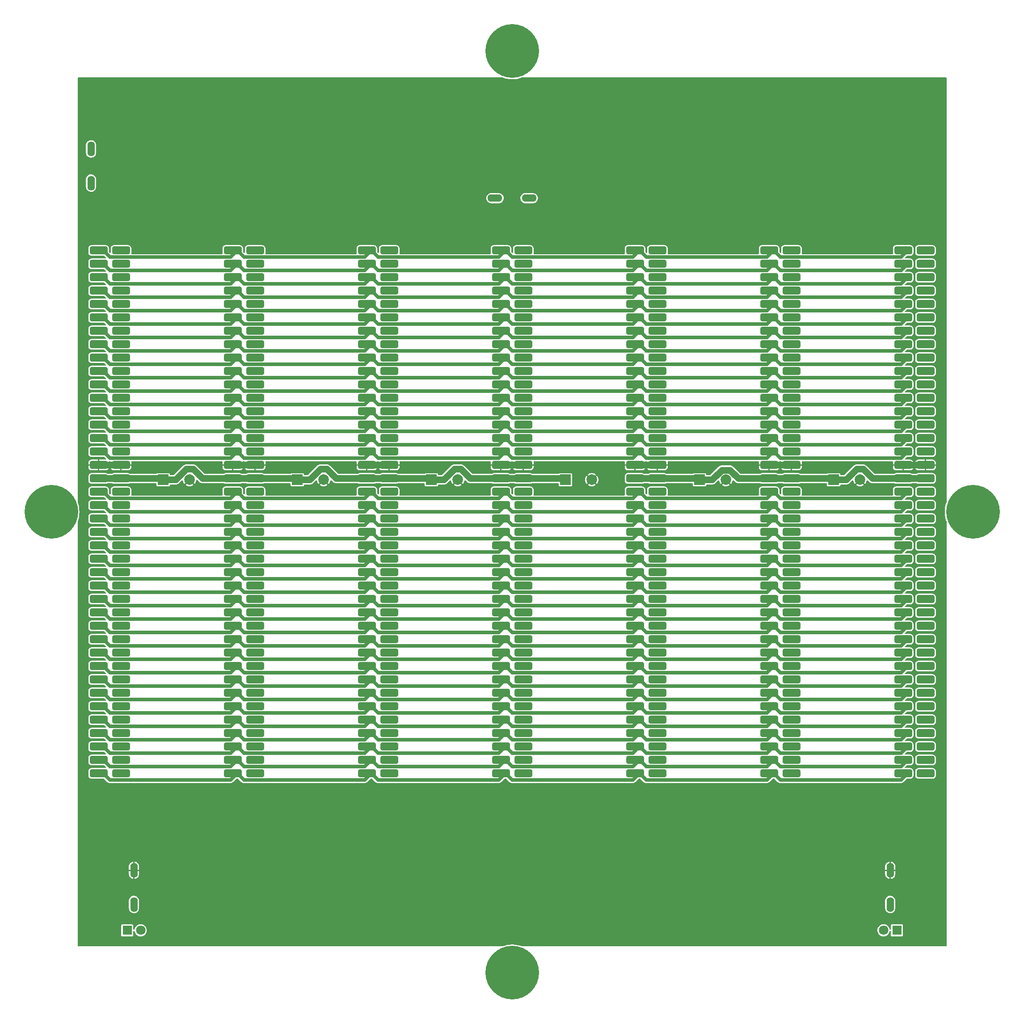
<source format=gbr>
%TF.GenerationSoftware,KiCad,Pcbnew,6.0.1-79c1e3a40b~116~ubuntu20.04.1*%
%TF.CreationDate,2022-02-06T08:21:25-08:00*%
%TF.ProjectId,rc2014-compat-backplane,72633230-3134-42d6-936f-6d7061742d62,rev?*%
%TF.SameCoordinates,Original*%
%TF.FileFunction,Copper,L2,Bot*%
%TF.FilePolarity,Positive*%
%FSLAX46Y46*%
G04 Gerber Fmt 4.6, Leading zero omitted, Abs format (unit mm)*
G04 Created by KiCad (PCBNEW 6.0.1-79c1e3a40b~116~ubuntu20.04.1) date 2022-02-06 08:21:25*
%MOMM*%
%LPD*%
G01*
G04 APERTURE LIST*
G04 Aperture macros list*
%AMRoundRect*
0 Rectangle with rounded corners*
0 $1 Rounding radius*
0 $2 $3 $4 $5 $6 $7 $8 $9 X,Y pos of 4 corners*
0 Add a 4 corners polygon primitive as box body*
4,1,4,$2,$3,$4,$5,$6,$7,$8,$9,$2,$3,0*
0 Add four circle primitives for the rounded corners*
1,1,$1+$1,$2,$3*
1,1,$1+$1,$4,$5*
1,1,$1+$1,$6,$7*
1,1,$1+$1,$8,$9*
0 Add four rect primitives between the rounded corners*
20,1,$1+$1,$2,$3,$4,$5,0*
20,1,$1+$1,$4,$5,$6,$7,0*
20,1,$1+$1,$6,$7,$8,$9,0*
20,1,$1+$1,$8,$9,$2,$3,0*%
G04 Aperture macros list end*
%TA.AperFunction,ComponentPad*%
%ADD10O,1.400000X2.800000*%
%TD*%
%TA.AperFunction,ComponentPad*%
%ADD11R,1.800000X1.800000*%
%TD*%
%TA.AperFunction,ComponentPad*%
%ADD12C,1.800000*%
%TD*%
%TA.AperFunction,ComponentPad*%
%ADD13O,2.800000X1.400000*%
%TD*%
%TA.AperFunction,ComponentPad*%
%ADD14R,2.000000X2.000000*%
%TD*%
%TA.AperFunction,ComponentPad*%
%ADD15C,2.000000*%
%TD*%
%TA.AperFunction,ComponentPad*%
%ADD16RoundRect,0.375000X-1.325000X-0.375000X1.325000X-0.375000X1.325000X0.375000X-1.325000X0.375000X0*%
%TD*%
%TA.AperFunction,ViaPad*%
%ADD17C,0.800000*%
%TD*%
%TA.AperFunction,ViaPad*%
%ADD18C,2.540000*%
%TD*%
%TA.AperFunction,ViaPad*%
%ADD19C,10.160000*%
%TD*%
%TA.AperFunction,Conductor*%
%ADD20C,0.635000*%
%TD*%
%TA.AperFunction,Conductor*%
%ADD21C,1.270000*%
%TD*%
G04 APERTURE END LIST*
D10*
%TO.P,R11,1*%
%TO.N,Net-(D7-Pad2)*%
X185928000Y-188660000D03*
%TO.P,R11,2*%
%TO.N,GND*%
X185928000Y-182180000D03*
%TD*%
%TO.P,R10,1*%
%TO.N,Net-(D6-Pad2)*%
X42672000Y-188660000D03*
%TO.P,R10,2*%
%TO.N,GND*%
X42672000Y-182180000D03*
%TD*%
D11*
%TO.P,D7,1,A*%
%TO.N,+5VB*%
X187203000Y-193548000D03*
D12*
%TO.P,D7,2,K*%
%TO.N,Net-(D7-Pad2)*%
X184663000Y-193548000D03*
%TD*%
D11*
%TO.P,D6,1,A*%
%TO.N,+5VA*%
X41397000Y-193548000D03*
D12*
%TO.P,D6,2,K*%
%TO.N,Net-(D6-Pad2)*%
X43937000Y-193548000D03*
%TD*%
D10*
%TO.P,R1,1*%
%TO.N,Net-(D1-Pad2)*%
X34544000Y-45528000D03*
%TO.P,R1,2*%
%TO.N,+5VA*%
X34544000Y-52008000D03*
%TD*%
D13*
%TO.P,R7,1*%
%TO.N,+5VB*%
X117540000Y-54864000D03*
%TO.P,R7,2*%
%TO.N,+5VA*%
X111060000Y-54864000D03*
%TD*%
D14*
%TO.P,C12,1*%
%TO.N,+5VB*%
X175199000Y-108204000D03*
D15*
%TO.P,C12,2*%
%TO.N,GND*%
X180199000Y-108204000D03*
%TD*%
D14*
%TO.P,C9,1*%
%TO.N,+5VB*%
X149799000Y-108204000D03*
D15*
%TO.P,C9,2*%
%TO.N,GND*%
X154799000Y-108204000D03*
%TD*%
D14*
%TO.P,C6,1*%
%TO.N,+5VA*%
X124399000Y-108204000D03*
D15*
%TO.P,C6,2*%
%TO.N,GND*%
X129399000Y-108204000D03*
%TD*%
D14*
%TO.P,C3,1*%
%TO.N,+5VA*%
X98999000Y-108204000D03*
D15*
%TO.P,C3,2*%
%TO.N,GND*%
X103999000Y-108204000D03*
%TD*%
D14*
%TO.P,C2,1*%
%TO.N,+5VA*%
X73599000Y-108204000D03*
D15*
%TO.P,C2,2*%
%TO.N,GND*%
X78599000Y-108204000D03*
%TD*%
D14*
%TO.P,C1,1*%
%TO.N,+5VA*%
X48199000Y-108204000D03*
D15*
%TO.P,C1,2*%
%TO.N,GND*%
X53199000Y-108204000D03*
%TD*%
D16*
%TO.P,J4,1,SPARE9*%
%TO.N,SPARE9*%
X61380000Y-64770000D03*
%TO.P,J4,2,SPARE10*%
%TO.N,SPARE10*%
X61380000Y-67310000D03*
%TO.P,J4,3,SPARE11*%
%TO.N,SPARE11*%
X61380000Y-69850000D03*
%TO.P,J4,4,SPARE12*%
%TO.N,SPARE12*%
X61380000Y-72390000D03*
%TO.P,J4,5,SPARE13*%
%TO.N,SPARE13*%
X61380000Y-74930000D03*
%TO.P,J4,6,SPARE14*%
%TO.N,SPARE14*%
X61380000Y-77470000D03*
%TO.P,J4,7,SPARE15*%
%TO.N,SPARE15*%
X61380000Y-80010000D03*
%TO.P,J4,8,SPARE16*%
%TO.N,SPARE16*%
X61380000Y-82550000D03*
%TO.P,J4,9,SPARE17*%
%TO.N,SPARE17*%
X61380000Y-85090000D03*
%TO.P,J4,10,SPARE18*%
%TO.N,SPARE18*%
X61380000Y-87630000D03*
%TO.P,J4,11,SPARE19*%
%TO.N,SPARE19*%
X61380000Y-90170000D03*
%TO.P,J4,12,SPARE20*%
%TO.N,SPARE20*%
X61380000Y-92710000D03*
%TO.P,J4,13,SPARE21*%
%TO.N,SPARE21*%
X61380000Y-95250000D03*
%TO.P,J4,14,SPARE22*%
%TO.N,SPARE22*%
X61380000Y-97790000D03*
%TO.P,J4,15,SPARE23*%
%TO.N,SPARE23*%
X61380000Y-100330000D03*
%TO.P,J4,16,SPARE24*%
%TO.N,SPARE24*%
X61380000Y-102870000D03*
%TO.P,J4,17,GND*%
%TO.N,GND*%
X61380000Y-105410000D03*
%TO.P,J4,18,+5V*%
%TO.N,+5VA*%
X61380000Y-107950000D03*
%TO.P,J4,19,/RFSH*%
%TO.N,{slash}RFSH*%
X61380000Y-110490000D03*
%TO.P,J4,20,/RST2*%
%TO.N,{slash}RST2*%
X61380000Y-113030000D03*
%TO.P,J4,21,CLK2*%
%TO.N,CLK2*%
X61380000Y-115570000D03*
%TO.P,J4,22,/BUSACK*%
%TO.N,{slash}BUSACK*%
X61380000Y-118110000D03*
%TO.P,J4,23,/HALT*%
%TO.N,{slash}HALT*%
X61380000Y-120650000D03*
%TO.P,J4,24,/BUSRQ*%
%TO.N,{slash}BUSRQ*%
X61380000Y-123190000D03*
%TO.P,J4,25,/WAIT*%
%TO.N,{slash}WAIT*%
X61380000Y-125730000D03*
%TO.P,J4,26,/NMI*%
%TO.N,{slash}NMI*%
X61380000Y-128270000D03*
%TO.P,J4,27,D8*%
%TO.N,D8*%
X61380000Y-130810000D03*
%TO.P,J4,28,D9*%
%TO.N,D9*%
X61380000Y-133350000D03*
%TO.P,J4,29,D10*%
%TO.N,D10*%
X61380000Y-135890000D03*
%TO.P,J4,30,D11*%
%TO.N,D11*%
X61380000Y-138430000D03*
%TO.P,J4,31,D12*%
%TO.N,D12*%
X61380000Y-140970000D03*
%TO.P,J4,32,D13*%
%TO.N,D13*%
X61380000Y-143510000D03*
%TO.P,J4,33,D14*%
%TO.N,D14*%
X61380000Y-146050000D03*
%TO.P,J4,34,D15*%
%TO.N,D15*%
X61380000Y-148590000D03*
%TO.P,J4,35,TX2*%
%TO.N,TX2*%
X61380000Y-151130000D03*
%TO.P,J4,36,RX2*%
%TO.N,RX2*%
X61380000Y-153670000D03*
%TO.P,J4,37,SPARE5*%
%TO.N,SPARE5*%
X61380000Y-156210000D03*
%TO.P,J4,38,SPARE6*%
%TO.N,SPARE6*%
X61380000Y-158750000D03*
%TO.P,J4,39,SPARE7*%
%TO.N,SPARE7*%
X61380000Y-161290000D03*
%TO.P,J4,40,SPARE8*%
%TO.N,SPARE8*%
X61380000Y-163830000D03*
%TD*%
%TO.P,J13,1,A15*%
%TO.N,A15*%
X167220000Y-64770000D03*
%TO.P,J13,2,A14*%
%TO.N,A14*%
X167220000Y-67310000D03*
%TO.P,J13,3,A13*%
%TO.N,A13*%
X167220000Y-69850000D03*
%TO.P,J13,4,A12*%
%TO.N,A12*%
X167220000Y-72390000D03*
%TO.P,J13,5,A11*%
%TO.N,A11*%
X167220000Y-74930000D03*
%TO.P,J13,6,A10*%
%TO.N,A10*%
X167220000Y-77470000D03*
%TO.P,J13,7,A9*%
%TO.N,A9*%
X167220000Y-80010000D03*
%TO.P,J13,8,A8*%
%TO.N,A8*%
X167220000Y-82550000D03*
%TO.P,J13,9,A7*%
%TO.N,A7*%
X167220000Y-85090000D03*
%TO.P,J13,10,A6*%
%TO.N,A6*%
X167220000Y-87630000D03*
%TO.P,J13,11,A5*%
%TO.N,A5*%
X167220000Y-90170000D03*
%TO.P,J13,12,A4*%
%TO.N,A4*%
X167220000Y-92710000D03*
%TO.P,J13,13,A3*%
%TO.N,A3*%
X167220000Y-95250000D03*
%TO.P,J13,14,A2*%
%TO.N,A2*%
X167220000Y-97790000D03*
%TO.P,J13,15,A1*%
%TO.N,A1*%
X167220000Y-100330000D03*
%TO.P,J13,16,A0*%
%TO.N,A0*%
X167220000Y-102870000D03*
%TO.P,J13,17,GND*%
%TO.N,GND*%
X167220000Y-105410000D03*
%TO.P,J13,18,+5V*%
%TO.N,+5VB*%
X167220000Y-107950000D03*
%TO.P,J13,19,/M1*%
%TO.N,{slash}M1*%
X167220000Y-110490000D03*
%TO.P,J13,20,/RESET*%
%TO.N,{slash}RESET*%
X167220000Y-113030000D03*
%TO.P,J13,21,CLK*%
%TO.N,CLK*%
X167220000Y-115570000D03*
%TO.P,J13,22,/INT*%
%TO.N,{slash}INT*%
X167220000Y-118110000D03*
%TO.P,J13,23,/MREQ*%
%TO.N,{slash}MREQ*%
X167220000Y-120650000D03*
%TO.P,J13,24,/WR*%
%TO.N,{slash}WR*%
X167220000Y-123190000D03*
%TO.P,J13,25,/RD*%
%TO.N,{slash}RD*%
X167220000Y-125730000D03*
%TO.P,J13,26,/IORQ*%
%TO.N,{slash}IORQ*%
X167220000Y-128270000D03*
%TO.P,J13,27,D0*%
%TO.N,D0*%
X167220000Y-130810000D03*
%TO.P,J13,28,D1*%
%TO.N,D1*%
X167220000Y-133350000D03*
%TO.P,J13,29,D2*%
%TO.N,D2*%
X167220000Y-135890000D03*
%TO.P,J13,30,D3*%
%TO.N,D3*%
X167220000Y-138430000D03*
%TO.P,J13,31,D4*%
%TO.N,D4*%
X167220000Y-140970000D03*
%TO.P,J13,32,D5*%
%TO.N,D5*%
X167220000Y-143510000D03*
%TO.P,J13,33,D6*%
%TO.N,D6*%
X167220000Y-146050000D03*
%TO.P,J13,34,D7*%
%TO.N,D7*%
X167220000Y-148590000D03*
%TO.P,J13,35,TX*%
%TO.N,TX*%
X167220000Y-151130000D03*
%TO.P,J13,36,RX*%
%TO.N,RX*%
X167220000Y-153670000D03*
%TO.P,J13,37,SPARE1*%
%TO.N,SPARE1*%
X167220000Y-156210000D03*
%TO.P,J13,38,SPARE2*%
%TO.N,SPARE2*%
X167220000Y-158750000D03*
%TO.P,J13,39,SPARE3*%
%TO.N,SPARE3*%
X167220000Y-161290000D03*
%TO.P,J13,40,SPARE4*%
%TO.N,SPARE4*%
X167220000Y-163830000D03*
%TD*%
%TO.P,J11,1,A15*%
%TO.N,A15*%
X141820000Y-64770000D03*
%TO.P,J11,2,A14*%
%TO.N,A14*%
X141820000Y-67310000D03*
%TO.P,J11,3,A13*%
%TO.N,A13*%
X141820000Y-69850000D03*
%TO.P,J11,4,A12*%
%TO.N,A12*%
X141820000Y-72390000D03*
%TO.P,J11,5,A11*%
%TO.N,A11*%
X141820000Y-74930000D03*
%TO.P,J11,6,A10*%
%TO.N,A10*%
X141820000Y-77470000D03*
%TO.P,J11,7,A9*%
%TO.N,A9*%
X141820000Y-80010000D03*
%TO.P,J11,8,A8*%
%TO.N,A8*%
X141820000Y-82550000D03*
%TO.P,J11,9,A7*%
%TO.N,A7*%
X141820000Y-85090000D03*
%TO.P,J11,10,A6*%
%TO.N,A6*%
X141820000Y-87630000D03*
%TO.P,J11,11,A5*%
%TO.N,A5*%
X141820000Y-90170000D03*
%TO.P,J11,12,A4*%
%TO.N,A4*%
X141820000Y-92710000D03*
%TO.P,J11,13,A3*%
%TO.N,A3*%
X141820000Y-95250000D03*
%TO.P,J11,14,A2*%
%TO.N,A2*%
X141820000Y-97790000D03*
%TO.P,J11,15,A1*%
%TO.N,A1*%
X141820000Y-100330000D03*
%TO.P,J11,16,A0*%
%TO.N,A0*%
X141820000Y-102870000D03*
%TO.P,J11,17,GND*%
%TO.N,GND*%
X141820000Y-105410000D03*
%TO.P,J11,18,+5V*%
%TO.N,+5VB*%
X141820000Y-107950000D03*
%TO.P,J11,19,/M1*%
%TO.N,{slash}M1*%
X141820000Y-110490000D03*
%TO.P,J11,20,/RESET*%
%TO.N,{slash}RESET*%
X141820000Y-113030000D03*
%TO.P,J11,21,CLK*%
%TO.N,CLK*%
X141820000Y-115570000D03*
%TO.P,J11,22,/INT*%
%TO.N,{slash}INT*%
X141820000Y-118110000D03*
%TO.P,J11,23,/MREQ*%
%TO.N,{slash}MREQ*%
X141820000Y-120650000D03*
%TO.P,J11,24,/WR*%
%TO.N,{slash}WR*%
X141820000Y-123190000D03*
%TO.P,J11,25,/RD*%
%TO.N,{slash}RD*%
X141820000Y-125730000D03*
%TO.P,J11,26,/IORQ*%
%TO.N,{slash}IORQ*%
X141820000Y-128270000D03*
%TO.P,J11,27,D0*%
%TO.N,D0*%
X141820000Y-130810000D03*
%TO.P,J11,28,D1*%
%TO.N,D1*%
X141820000Y-133350000D03*
%TO.P,J11,29,D2*%
%TO.N,D2*%
X141820000Y-135890000D03*
%TO.P,J11,30,D3*%
%TO.N,D3*%
X141820000Y-138430000D03*
%TO.P,J11,31,D4*%
%TO.N,D4*%
X141820000Y-140970000D03*
%TO.P,J11,32,D5*%
%TO.N,D5*%
X141820000Y-143510000D03*
%TO.P,J11,33,D6*%
%TO.N,D6*%
X141820000Y-146050000D03*
%TO.P,J11,34,D7*%
%TO.N,D7*%
X141820000Y-148590000D03*
%TO.P,J11,35,TX*%
%TO.N,TX*%
X141820000Y-151130000D03*
%TO.P,J11,36,RX*%
%TO.N,RX*%
X141820000Y-153670000D03*
%TO.P,J11,37,SPARE1*%
%TO.N,SPARE1*%
X141820000Y-156210000D03*
%TO.P,J11,38,SPARE2*%
%TO.N,SPARE2*%
X141820000Y-158750000D03*
%TO.P,J11,39,SPARE3*%
%TO.N,SPARE3*%
X141820000Y-161290000D03*
%TO.P,J11,40,SPARE4*%
%TO.N,SPARE4*%
X141820000Y-163830000D03*
%TD*%
%TO.P,J10,1,SPARE9*%
%TO.N,SPARE9*%
X137580000Y-64770000D03*
%TO.P,J10,2,SPARE10*%
%TO.N,SPARE10*%
X137580000Y-67310000D03*
%TO.P,J10,3,SPARE11*%
%TO.N,SPARE11*%
X137580000Y-69850000D03*
%TO.P,J10,4,SPARE12*%
%TO.N,SPARE12*%
X137580000Y-72390000D03*
%TO.P,J10,5,SPARE13*%
%TO.N,SPARE13*%
X137580000Y-74930000D03*
%TO.P,J10,6,SPARE14*%
%TO.N,SPARE14*%
X137580000Y-77470000D03*
%TO.P,J10,7,SPARE15*%
%TO.N,SPARE15*%
X137580000Y-80010000D03*
%TO.P,J10,8,SPARE16*%
%TO.N,SPARE16*%
X137580000Y-82550000D03*
%TO.P,J10,9,SPARE17*%
%TO.N,SPARE17*%
X137580000Y-85090000D03*
%TO.P,J10,10,SPARE18*%
%TO.N,SPARE18*%
X137580000Y-87630000D03*
%TO.P,J10,11,SPARE19*%
%TO.N,SPARE19*%
X137580000Y-90170000D03*
%TO.P,J10,12,SPARE20*%
%TO.N,SPARE20*%
X137580000Y-92710000D03*
%TO.P,J10,13,SPARE21*%
%TO.N,SPARE21*%
X137580000Y-95250000D03*
%TO.P,J10,14,SPARE22*%
%TO.N,SPARE22*%
X137580000Y-97790000D03*
%TO.P,J10,15,SPARE23*%
%TO.N,SPARE23*%
X137580000Y-100330000D03*
%TO.P,J10,16,SPARE24*%
%TO.N,SPARE24*%
X137580000Y-102870000D03*
%TO.P,J10,17,GND*%
%TO.N,GND*%
X137580000Y-105410000D03*
%TO.P,J10,18,+5V*%
%TO.N,+5VB*%
X137580000Y-107950000D03*
%TO.P,J10,19,/RFSH*%
%TO.N,{slash}RFSH*%
X137580000Y-110490000D03*
%TO.P,J10,20,/RST2*%
%TO.N,{slash}RST2*%
X137580000Y-113030000D03*
%TO.P,J10,21,CLK2*%
%TO.N,CLK2*%
X137580000Y-115570000D03*
%TO.P,J10,22,/BUSACK*%
%TO.N,{slash}BUSACK*%
X137580000Y-118110000D03*
%TO.P,J10,23,/HALT*%
%TO.N,{slash}HALT*%
X137580000Y-120650000D03*
%TO.P,J10,24,/BUSRQ*%
%TO.N,{slash}BUSRQ*%
X137580000Y-123190000D03*
%TO.P,J10,25,/WAIT*%
%TO.N,{slash}WAIT*%
X137580000Y-125730000D03*
%TO.P,J10,26,/NMI*%
%TO.N,{slash}NMI*%
X137580000Y-128270000D03*
%TO.P,J10,27,D8*%
%TO.N,D8*%
X137580000Y-130810000D03*
%TO.P,J10,28,D9*%
%TO.N,D9*%
X137580000Y-133350000D03*
%TO.P,J10,29,D10*%
%TO.N,D10*%
X137580000Y-135890000D03*
%TO.P,J10,30,D11*%
%TO.N,D11*%
X137580000Y-138430000D03*
%TO.P,J10,31,D12*%
%TO.N,D12*%
X137580000Y-140970000D03*
%TO.P,J10,32,D13*%
%TO.N,D13*%
X137580000Y-143510000D03*
%TO.P,J10,33,D14*%
%TO.N,D14*%
X137580000Y-146050000D03*
%TO.P,J10,34,D15*%
%TO.N,D15*%
X137580000Y-148590000D03*
%TO.P,J10,35,TX2*%
%TO.N,TX2*%
X137580000Y-151130000D03*
%TO.P,J10,36,RX2*%
%TO.N,RX2*%
X137580000Y-153670000D03*
%TO.P,J10,37,SPARE5*%
%TO.N,SPARE5*%
X137580000Y-156210000D03*
%TO.P,J10,38,SPARE6*%
%TO.N,SPARE6*%
X137580000Y-158750000D03*
%TO.P,J10,39,SPARE7*%
%TO.N,SPARE7*%
X137580000Y-161290000D03*
%TO.P,J10,40,SPARE8*%
%TO.N,SPARE8*%
X137580000Y-163830000D03*
%TD*%
%TO.P,J14,1,SPARE9*%
%TO.N,SPARE9*%
X188380000Y-64770000D03*
%TO.P,J14,2,SPARE10*%
%TO.N,SPARE10*%
X188380000Y-67310000D03*
%TO.P,J14,3,SPARE11*%
%TO.N,SPARE11*%
X188380000Y-69850000D03*
%TO.P,J14,4,SPARE12*%
%TO.N,SPARE12*%
X188380000Y-72390000D03*
%TO.P,J14,5,SPARE13*%
%TO.N,SPARE13*%
X188380000Y-74930000D03*
%TO.P,J14,6,SPARE14*%
%TO.N,SPARE14*%
X188380000Y-77470000D03*
%TO.P,J14,7,SPARE15*%
%TO.N,SPARE15*%
X188380000Y-80010000D03*
%TO.P,J14,8,SPARE16*%
%TO.N,SPARE16*%
X188380000Y-82550000D03*
%TO.P,J14,9,SPARE17*%
%TO.N,SPARE17*%
X188380000Y-85090000D03*
%TO.P,J14,10,SPARE18*%
%TO.N,SPARE18*%
X188380000Y-87630000D03*
%TO.P,J14,11,SPARE19*%
%TO.N,SPARE19*%
X188380000Y-90170000D03*
%TO.P,J14,12,SPARE20*%
%TO.N,SPARE20*%
X188380000Y-92710000D03*
%TO.P,J14,13,SPARE21*%
%TO.N,SPARE21*%
X188380000Y-95250000D03*
%TO.P,J14,14,SPARE22*%
%TO.N,SPARE22*%
X188380000Y-97790000D03*
%TO.P,J14,15,SPARE23*%
%TO.N,SPARE23*%
X188380000Y-100330000D03*
%TO.P,J14,16,SPARE24*%
%TO.N,SPARE24*%
X188380000Y-102870000D03*
%TO.P,J14,17,GND*%
%TO.N,GND*%
X188380000Y-105410000D03*
%TO.P,J14,18,+5V*%
%TO.N,+5VB*%
X188380000Y-107950000D03*
%TO.P,J14,19,/RFSH*%
%TO.N,{slash}RFSH*%
X188380000Y-110490000D03*
%TO.P,J14,20,/RST2*%
%TO.N,{slash}RST2*%
X188380000Y-113030000D03*
%TO.P,J14,21,CLK2*%
%TO.N,CLK2*%
X188380000Y-115570000D03*
%TO.P,J14,22,/BUSACK*%
%TO.N,{slash}BUSACK*%
X188380000Y-118110000D03*
%TO.P,J14,23,/HALT*%
%TO.N,{slash}HALT*%
X188380000Y-120650000D03*
%TO.P,J14,24,/BUSRQ*%
%TO.N,{slash}BUSRQ*%
X188380000Y-123190000D03*
%TO.P,J14,25,/WAIT*%
%TO.N,{slash}WAIT*%
X188380000Y-125730000D03*
%TO.P,J14,26,/NMI*%
%TO.N,{slash}NMI*%
X188380000Y-128270000D03*
%TO.P,J14,27,D8*%
%TO.N,D8*%
X188380000Y-130810000D03*
%TO.P,J14,28,D9*%
%TO.N,D9*%
X188380000Y-133350000D03*
%TO.P,J14,29,D10*%
%TO.N,D10*%
X188380000Y-135890000D03*
%TO.P,J14,30,D11*%
%TO.N,D11*%
X188380000Y-138430000D03*
%TO.P,J14,31,D12*%
%TO.N,D12*%
X188380000Y-140970000D03*
%TO.P,J14,32,D13*%
%TO.N,D13*%
X188380000Y-143510000D03*
%TO.P,J14,33,D14*%
%TO.N,D14*%
X188380000Y-146050000D03*
%TO.P,J14,34,D15*%
%TO.N,D15*%
X188380000Y-148590000D03*
%TO.P,J14,35,TX2*%
%TO.N,TX2*%
X188380000Y-151130000D03*
%TO.P,J14,36,RX2*%
%TO.N,RX2*%
X188380000Y-153670000D03*
%TO.P,J14,37,SPARE5*%
%TO.N,SPARE5*%
X188380000Y-156210000D03*
%TO.P,J14,38,SPARE6*%
%TO.N,SPARE6*%
X188380000Y-158750000D03*
%TO.P,J14,39,SPARE7*%
%TO.N,SPARE7*%
X188380000Y-161290000D03*
%TO.P,J14,40,SPARE8*%
%TO.N,SPARE8*%
X188380000Y-163830000D03*
%TD*%
%TO.P,J15,1,A15*%
%TO.N,A15*%
X192620000Y-64770000D03*
%TO.P,J15,2,A14*%
%TO.N,A14*%
X192620000Y-67310000D03*
%TO.P,J15,3,A13*%
%TO.N,A13*%
X192620000Y-69850000D03*
%TO.P,J15,4,A12*%
%TO.N,A12*%
X192620000Y-72390000D03*
%TO.P,J15,5,A11*%
%TO.N,A11*%
X192620000Y-74930000D03*
%TO.P,J15,6,A10*%
%TO.N,A10*%
X192620000Y-77470000D03*
%TO.P,J15,7,A9*%
%TO.N,A9*%
X192620000Y-80010000D03*
%TO.P,J15,8,A8*%
%TO.N,A8*%
X192620000Y-82550000D03*
%TO.P,J15,9,A7*%
%TO.N,A7*%
X192620000Y-85090000D03*
%TO.P,J15,10,A6*%
%TO.N,A6*%
X192620000Y-87630000D03*
%TO.P,J15,11,A5*%
%TO.N,A5*%
X192620000Y-90170000D03*
%TO.P,J15,12,A4*%
%TO.N,A4*%
X192620000Y-92710000D03*
%TO.P,J15,13,A3*%
%TO.N,A3*%
X192620000Y-95250000D03*
%TO.P,J15,14,A2*%
%TO.N,A2*%
X192620000Y-97790000D03*
%TO.P,J15,15,A1*%
%TO.N,A1*%
X192620000Y-100330000D03*
%TO.P,J15,16,A0*%
%TO.N,A0*%
X192620000Y-102870000D03*
%TO.P,J15,17,GND*%
%TO.N,GND*%
X192620000Y-105410000D03*
%TO.P,J15,18,+5V*%
%TO.N,+5VB*%
X192620000Y-107950000D03*
%TO.P,J15,19,/M1*%
%TO.N,{slash}M1*%
X192620000Y-110490000D03*
%TO.P,J15,20,/RESET*%
%TO.N,{slash}RESET*%
X192620000Y-113030000D03*
%TO.P,J15,21,CLK*%
%TO.N,CLK*%
X192620000Y-115570000D03*
%TO.P,J15,22,/INT*%
%TO.N,{slash}INT*%
X192620000Y-118110000D03*
%TO.P,J15,23,/MREQ*%
%TO.N,{slash}MREQ*%
X192620000Y-120650000D03*
%TO.P,J15,24,/WR*%
%TO.N,{slash}WR*%
X192620000Y-123190000D03*
%TO.P,J15,25,/RD*%
%TO.N,{slash}RD*%
X192620000Y-125730000D03*
%TO.P,J15,26,/IORQ*%
%TO.N,{slash}IORQ*%
X192620000Y-128270000D03*
%TO.P,J15,27,D0*%
%TO.N,D0*%
X192620000Y-130810000D03*
%TO.P,J15,28,D1*%
%TO.N,D1*%
X192620000Y-133350000D03*
%TO.P,J15,29,D2*%
%TO.N,D2*%
X192620000Y-135890000D03*
%TO.P,J15,30,D3*%
%TO.N,D3*%
X192620000Y-138430000D03*
%TO.P,J15,31,D4*%
%TO.N,D4*%
X192620000Y-140970000D03*
%TO.P,J15,32,D5*%
%TO.N,D5*%
X192620000Y-143510000D03*
%TO.P,J15,33,D6*%
%TO.N,D6*%
X192620000Y-146050000D03*
%TO.P,J15,34,D7*%
%TO.N,D7*%
X192620000Y-148590000D03*
%TO.P,J15,35,TX*%
%TO.N,TX*%
X192620000Y-151130000D03*
%TO.P,J15,36,RX*%
%TO.N,RX*%
X192620000Y-153670000D03*
%TO.P,J15,37,SPARE1*%
%TO.N,SPARE1*%
X192620000Y-156210000D03*
%TO.P,J15,38,SPARE2*%
%TO.N,SPARE2*%
X192620000Y-158750000D03*
%TO.P,J15,39,SPARE3*%
%TO.N,SPARE3*%
X192620000Y-161290000D03*
%TO.P,J15,40,SPARE4*%
%TO.N,SPARE4*%
X192620000Y-163830000D03*
%TD*%
%TO.P,J3,1,A15*%
%TO.N,A15*%
X40220000Y-64770000D03*
%TO.P,J3,2,A14*%
%TO.N,A14*%
X40220000Y-67310000D03*
%TO.P,J3,3,A13*%
%TO.N,A13*%
X40220000Y-69850000D03*
%TO.P,J3,4,A12*%
%TO.N,A12*%
X40220000Y-72390000D03*
%TO.P,J3,5,A11*%
%TO.N,A11*%
X40220000Y-74930000D03*
%TO.P,J3,6,A10*%
%TO.N,A10*%
X40220000Y-77470000D03*
%TO.P,J3,7,A9*%
%TO.N,A9*%
X40220000Y-80010000D03*
%TO.P,J3,8,A8*%
%TO.N,A8*%
X40220000Y-82550000D03*
%TO.P,J3,9,A7*%
%TO.N,A7*%
X40220000Y-85090000D03*
%TO.P,J3,10,A6*%
%TO.N,A6*%
X40220000Y-87630000D03*
%TO.P,J3,11,A5*%
%TO.N,A5*%
X40220000Y-90170000D03*
%TO.P,J3,12,A4*%
%TO.N,A4*%
X40220000Y-92710000D03*
%TO.P,J3,13,A3*%
%TO.N,A3*%
X40220000Y-95250000D03*
%TO.P,J3,14,A2*%
%TO.N,A2*%
X40220000Y-97790000D03*
%TO.P,J3,15,A1*%
%TO.N,A1*%
X40220000Y-100330000D03*
%TO.P,J3,16,A0*%
%TO.N,A0*%
X40220000Y-102870000D03*
%TO.P,J3,17,GND*%
%TO.N,GND*%
X40220000Y-105410000D03*
%TO.P,J3,18,+5V*%
%TO.N,+5VA*%
X40220000Y-107950000D03*
%TO.P,J3,19,/M1*%
%TO.N,{slash}M1*%
X40220000Y-110490000D03*
%TO.P,J3,20,/RESET*%
%TO.N,{slash}RESET*%
X40220000Y-113030000D03*
%TO.P,J3,21,CLK*%
%TO.N,CLK*%
X40220000Y-115570000D03*
%TO.P,J3,22,/INT*%
%TO.N,{slash}INT*%
X40220000Y-118110000D03*
%TO.P,J3,23,/MREQ*%
%TO.N,{slash}MREQ*%
X40220000Y-120650000D03*
%TO.P,J3,24,/WR*%
%TO.N,{slash}WR*%
X40220000Y-123190000D03*
%TO.P,J3,25,/RD*%
%TO.N,{slash}RD*%
X40220000Y-125730000D03*
%TO.P,J3,26,/IORQ*%
%TO.N,{slash}IORQ*%
X40220000Y-128270000D03*
%TO.P,J3,27,D0*%
%TO.N,D0*%
X40220000Y-130810000D03*
%TO.P,J3,28,D1*%
%TO.N,D1*%
X40220000Y-133350000D03*
%TO.P,J3,29,D2*%
%TO.N,D2*%
X40220000Y-135890000D03*
%TO.P,J3,30,D3*%
%TO.N,D3*%
X40220000Y-138430000D03*
%TO.P,J3,31,D4*%
%TO.N,D4*%
X40220000Y-140970000D03*
%TO.P,J3,32,D5*%
%TO.N,D5*%
X40220000Y-143510000D03*
%TO.P,J3,33,D6*%
%TO.N,D6*%
X40220000Y-146050000D03*
%TO.P,J3,34,D7*%
%TO.N,D7*%
X40220000Y-148590000D03*
%TO.P,J3,35,TX*%
%TO.N,TX*%
X40220000Y-151130000D03*
%TO.P,J3,36,RX*%
%TO.N,RX*%
X40220000Y-153670000D03*
%TO.P,J3,37,SPARE1*%
%TO.N,SPARE1*%
X40220000Y-156210000D03*
%TO.P,J3,38,SPARE2*%
%TO.N,SPARE2*%
X40220000Y-158750000D03*
%TO.P,J3,39,SPARE3*%
%TO.N,SPARE3*%
X40220000Y-161290000D03*
%TO.P,J3,40,SPARE4*%
%TO.N,SPARE4*%
X40220000Y-163830000D03*
%TD*%
%TO.P,J12,1,SPARE9*%
%TO.N,SPARE9*%
X162980000Y-64770000D03*
%TO.P,J12,2,SPARE10*%
%TO.N,SPARE10*%
X162980000Y-67310000D03*
%TO.P,J12,3,SPARE11*%
%TO.N,SPARE11*%
X162980000Y-69850000D03*
%TO.P,J12,4,SPARE12*%
%TO.N,SPARE12*%
X162980000Y-72390000D03*
%TO.P,J12,5,SPARE13*%
%TO.N,SPARE13*%
X162980000Y-74930000D03*
%TO.P,J12,6,SPARE14*%
%TO.N,SPARE14*%
X162980000Y-77470000D03*
%TO.P,J12,7,SPARE15*%
%TO.N,SPARE15*%
X162980000Y-80010000D03*
%TO.P,J12,8,SPARE16*%
%TO.N,SPARE16*%
X162980000Y-82550000D03*
%TO.P,J12,9,SPARE17*%
%TO.N,SPARE17*%
X162980000Y-85090000D03*
%TO.P,J12,10,SPARE18*%
%TO.N,SPARE18*%
X162980000Y-87630000D03*
%TO.P,J12,11,SPARE19*%
%TO.N,SPARE19*%
X162980000Y-90170000D03*
%TO.P,J12,12,SPARE20*%
%TO.N,SPARE20*%
X162980000Y-92710000D03*
%TO.P,J12,13,SPARE21*%
%TO.N,SPARE21*%
X162980000Y-95250000D03*
%TO.P,J12,14,SPARE22*%
%TO.N,SPARE22*%
X162980000Y-97790000D03*
%TO.P,J12,15,SPARE23*%
%TO.N,SPARE23*%
X162980000Y-100330000D03*
%TO.P,J12,16,SPARE24*%
%TO.N,SPARE24*%
X162980000Y-102870000D03*
%TO.P,J12,17,GND*%
%TO.N,GND*%
X162980000Y-105410000D03*
%TO.P,J12,18,+5V*%
%TO.N,+5VB*%
X162980000Y-107950000D03*
%TO.P,J12,19,/RFSH*%
%TO.N,{slash}RFSH*%
X162980000Y-110490000D03*
%TO.P,J12,20,/RST2*%
%TO.N,{slash}RST2*%
X162980000Y-113030000D03*
%TO.P,J12,21,CLK2*%
%TO.N,CLK2*%
X162980000Y-115570000D03*
%TO.P,J12,22,/BUSACK*%
%TO.N,{slash}BUSACK*%
X162980000Y-118110000D03*
%TO.P,J12,23,/HALT*%
%TO.N,{slash}HALT*%
X162980000Y-120650000D03*
%TO.P,J12,24,/BUSRQ*%
%TO.N,{slash}BUSRQ*%
X162980000Y-123190000D03*
%TO.P,J12,25,/WAIT*%
%TO.N,{slash}WAIT*%
X162980000Y-125730000D03*
%TO.P,J12,26,/NMI*%
%TO.N,{slash}NMI*%
X162980000Y-128270000D03*
%TO.P,J12,27,D8*%
%TO.N,D8*%
X162980000Y-130810000D03*
%TO.P,J12,28,D9*%
%TO.N,D9*%
X162980000Y-133350000D03*
%TO.P,J12,29,D10*%
%TO.N,D10*%
X162980000Y-135890000D03*
%TO.P,J12,30,D11*%
%TO.N,D11*%
X162980000Y-138430000D03*
%TO.P,J12,31,D12*%
%TO.N,D12*%
X162980000Y-140970000D03*
%TO.P,J12,32,D13*%
%TO.N,D13*%
X162980000Y-143510000D03*
%TO.P,J12,33,D14*%
%TO.N,D14*%
X162980000Y-146050000D03*
%TO.P,J12,34,D15*%
%TO.N,D15*%
X162980000Y-148590000D03*
%TO.P,J12,35,TX2*%
%TO.N,TX2*%
X162980000Y-151130000D03*
%TO.P,J12,36,RX2*%
%TO.N,RX2*%
X162980000Y-153670000D03*
%TO.P,J12,37,SPARE5*%
%TO.N,SPARE5*%
X162980000Y-156210000D03*
%TO.P,J12,38,SPARE6*%
%TO.N,SPARE6*%
X162980000Y-158750000D03*
%TO.P,J12,39,SPARE7*%
%TO.N,SPARE7*%
X162980000Y-161290000D03*
%TO.P,J12,40,SPARE8*%
%TO.N,SPARE8*%
X162980000Y-163830000D03*
%TD*%
%TO.P,J6,1,SPARE9*%
%TO.N,SPARE9*%
X86780000Y-64770000D03*
%TO.P,J6,2,SPARE10*%
%TO.N,SPARE10*%
X86780000Y-67310000D03*
%TO.P,J6,3,SPARE11*%
%TO.N,SPARE11*%
X86780000Y-69850000D03*
%TO.P,J6,4,SPARE12*%
%TO.N,SPARE12*%
X86780000Y-72390000D03*
%TO.P,J6,5,SPARE13*%
%TO.N,SPARE13*%
X86780000Y-74930000D03*
%TO.P,J6,6,SPARE14*%
%TO.N,SPARE14*%
X86780000Y-77470000D03*
%TO.P,J6,7,SPARE15*%
%TO.N,SPARE15*%
X86780000Y-80010000D03*
%TO.P,J6,8,SPARE16*%
%TO.N,SPARE16*%
X86780000Y-82550000D03*
%TO.P,J6,9,SPARE17*%
%TO.N,SPARE17*%
X86780000Y-85090000D03*
%TO.P,J6,10,SPARE18*%
%TO.N,SPARE18*%
X86780000Y-87630000D03*
%TO.P,J6,11,SPARE19*%
%TO.N,SPARE19*%
X86780000Y-90170000D03*
%TO.P,J6,12,SPARE20*%
%TO.N,SPARE20*%
X86780000Y-92710000D03*
%TO.P,J6,13,SPARE21*%
%TO.N,SPARE21*%
X86780000Y-95250000D03*
%TO.P,J6,14,SPARE22*%
%TO.N,SPARE22*%
X86780000Y-97790000D03*
%TO.P,J6,15,SPARE23*%
%TO.N,SPARE23*%
X86780000Y-100330000D03*
%TO.P,J6,16,SPARE24*%
%TO.N,SPARE24*%
X86780000Y-102870000D03*
%TO.P,J6,17,GND*%
%TO.N,GND*%
X86780000Y-105410000D03*
%TO.P,J6,18,+5V*%
%TO.N,+5VA*%
X86780000Y-107950000D03*
%TO.P,J6,19,/RFSH*%
%TO.N,{slash}RFSH*%
X86780000Y-110490000D03*
%TO.P,J6,20,/RST2*%
%TO.N,{slash}RST2*%
X86780000Y-113030000D03*
%TO.P,J6,21,CLK2*%
%TO.N,CLK2*%
X86780000Y-115570000D03*
%TO.P,J6,22,/BUSACK*%
%TO.N,{slash}BUSACK*%
X86780000Y-118110000D03*
%TO.P,J6,23,/HALT*%
%TO.N,{slash}HALT*%
X86780000Y-120650000D03*
%TO.P,J6,24,/BUSRQ*%
%TO.N,{slash}BUSRQ*%
X86780000Y-123190000D03*
%TO.P,J6,25,/WAIT*%
%TO.N,{slash}WAIT*%
X86780000Y-125730000D03*
%TO.P,J6,26,/NMI*%
%TO.N,{slash}NMI*%
X86780000Y-128270000D03*
%TO.P,J6,27,D8*%
%TO.N,D8*%
X86780000Y-130810000D03*
%TO.P,J6,28,D9*%
%TO.N,D9*%
X86780000Y-133350000D03*
%TO.P,J6,29,D10*%
%TO.N,D10*%
X86780000Y-135890000D03*
%TO.P,J6,30,D11*%
%TO.N,D11*%
X86780000Y-138430000D03*
%TO.P,J6,31,D12*%
%TO.N,D12*%
X86780000Y-140970000D03*
%TO.P,J6,32,D13*%
%TO.N,D13*%
X86780000Y-143510000D03*
%TO.P,J6,33,D14*%
%TO.N,D14*%
X86780000Y-146050000D03*
%TO.P,J6,34,D15*%
%TO.N,D15*%
X86780000Y-148590000D03*
%TO.P,J6,35,TX2*%
%TO.N,TX2*%
X86780000Y-151130000D03*
%TO.P,J6,36,RX2*%
%TO.N,RX2*%
X86780000Y-153670000D03*
%TO.P,J6,37,SPARE5*%
%TO.N,SPARE5*%
X86780000Y-156210000D03*
%TO.P,J6,38,SPARE6*%
%TO.N,SPARE6*%
X86780000Y-158750000D03*
%TO.P,J6,39,SPARE7*%
%TO.N,SPARE7*%
X86780000Y-161290000D03*
%TO.P,J6,40,SPARE8*%
%TO.N,SPARE8*%
X86780000Y-163830000D03*
%TD*%
%TO.P,J5,1,A15*%
%TO.N,A15*%
X65620000Y-64770000D03*
%TO.P,J5,2,A14*%
%TO.N,A14*%
X65620000Y-67310000D03*
%TO.P,J5,3,A13*%
%TO.N,A13*%
X65620000Y-69850000D03*
%TO.P,J5,4,A12*%
%TO.N,A12*%
X65620000Y-72390000D03*
%TO.P,J5,5,A11*%
%TO.N,A11*%
X65620000Y-74930000D03*
%TO.P,J5,6,A10*%
%TO.N,A10*%
X65620000Y-77470000D03*
%TO.P,J5,7,A9*%
%TO.N,A9*%
X65620000Y-80010000D03*
%TO.P,J5,8,A8*%
%TO.N,A8*%
X65620000Y-82550000D03*
%TO.P,J5,9,A7*%
%TO.N,A7*%
X65620000Y-85090000D03*
%TO.P,J5,10,A6*%
%TO.N,A6*%
X65620000Y-87630000D03*
%TO.P,J5,11,A5*%
%TO.N,A5*%
X65620000Y-90170000D03*
%TO.P,J5,12,A4*%
%TO.N,A4*%
X65620000Y-92710000D03*
%TO.P,J5,13,A3*%
%TO.N,A3*%
X65620000Y-95250000D03*
%TO.P,J5,14,A2*%
%TO.N,A2*%
X65620000Y-97790000D03*
%TO.P,J5,15,A1*%
%TO.N,A1*%
X65620000Y-100330000D03*
%TO.P,J5,16,A0*%
%TO.N,A0*%
X65620000Y-102870000D03*
%TO.P,J5,17,GND*%
%TO.N,GND*%
X65620000Y-105410000D03*
%TO.P,J5,18,+5V*%
%TO.N,+5VA*%
X65620000Y-107950000D03*
%TO.P,J5,19,/M1*%
%TO.N,{slash}M1*%
X65620000Y-110490000D03*
%TO.P,J5,20,/RESET*%
%TO.N,{slash}RESET*%
X65620000Y-113030000D03*
%TO.P,J5,21,CLK*%
%TO.N,CLK*%
X65620000Y-115570000D03*
%TO.P,J5,22,/INT*%
%TO.N,{slash}INT*%
X65620000Y-118110000D03*
%TO.P,J5,23,/MREQ*%
%TO.N,{slash}MREQ*%
X65620000Y-120650000D03*
%TO.P,J5,24,/WR*%
%TO.N,{slash}WR*%
X65620000Y-123190000D03*
%TO.P,J5,25,/RD*%
%TO.N,{slash}RD*%
X65620000Y-125730000D03*
%TO.P,J5,26,/IORQ*%
%TO.N,{slash}IORQ*%
X65620000Y-128270000D03*
%TO.P,J5,27,D0*%
%TO.N,D0*%
X65620000Y-130810000D03*
%TO.P,J5,28,D1*%
%TO.N,D1*%
X65620000Y-133350000D03*
%TO.P,J5,29,D2*%
%TO.N,D2*%
X65620000Y-135890000D03*
%TO.P,J5,30,D3*%
%TO.N,D3*%
X65620000Y-138430000D03*
%TO.P,J5,31,D4*%
%TO.N,D4*%
X65620000Y-140970000D03*
%TO.P,J5,32,D5*%
%TO.N,D5*%
X65620000Y-143510000D03*
%TO.P,J5,33,D6*%
%TO.N,D6*%
X65620000Y-146050000D03*
%TO.P,J5,34,D7*%
%TO.N,D7*%
X65620000Y-148590000D03*
%TO.P,J5,35,TX*%
%TO.N,TX*%
X65620000Y-151130000D03*
%TO.P,J5,36,RX*%
%TO.N,RX*%
X65620000Y-153670000D03*
%TO.P,J5,37,SPARE1*%
%TO.N,SPARE1*%
X65620000Y-156210000D03*
%TO.P,J5,38,SPARE2*%
%TO.N,SPARE2*%
X65620000Y-158750000D03*
%TO.P,J5,39,SPARE3*%
%TO.N,SPARE3*%
X65620000Y-161290000D03*
%TO.P,J5,40,SPARE4*%
%TO.N,SPARE4*%
X65620000Y-163830000D03*
%TD*%
%TO.P,J8,1,SPARE9*%
%TO.N,SPARE9*%
X112180000Y-64770000D03*
%TO.P,J8,2,SPARE10*%
%TO.N,SPARE10*%
X112180000Y-67310000D03*
%TO.P,J8,3,SPARE11*%
%TO.N,SPARE11*%
X112180000Y-69850000D03*
%TO.P,J8,4,SPARE12*%
%TO.N,SPARE12*%
X112180000Y-72390000D03*
%TO.P,J8,5,SPARE13*%
%TO.N,SPARE13*%
X112180000Y-74930000D03*
%TO.P,J8,6,SPARE14*%
%TO.N,SPARE14*%
X112180000Y-77470000D03*
%TO.P,J8,7,SPARE15*%
%TO.N,SPARE15*%
X112180000Y-80010000D03*
%TO.P,J8,8,SPARE16*%
%TO.N,SPARE16*%
X112180000Y-82550000D03*
%TO.P,J8,9,SPARE17*%
%TO.N,SPARE17*%
X112180000Y-85090000D03*
%TO.P,J8,10,SPARE18*%
%TO.N,SPARE18*%
X112180000Y-87630000D03*
%TO.P,J8,11,SPARE19*%
%TO.N,SPARE19*%
X112180000Y-90170000D03*
%TO.P,J8,12,SPARE20*%
%TO.N,SPARE20*%
X112180000Y-92710000D03*
%TO.P,J8,13,SPARE21*%
%TO.N,SPARE21*%
X112180000Y-95250000D03*
%TO.P,J8,14,SPARE22*%
%TO.N,SPARE22*%
X112180000Y-97790000D03*
%TO.P,J8,15,SPARE23*%
%TO.N,SPARE23*%
X112180000Y-100330000D03*
%TO.P,J8,16,SPARE24*%
%TO.N,SPARE24*%
X112180000Y-102870000D03*
%TO.P,J8,17,GND*%
%TO.N,GND*%
X112180000Y-105410000D03*
%TO.P,J8,18,+5V*%
%TO.N,+5VA*%
X112180000Y-107950000D03*
%TO.P,J8,19,/RFSH*%
%TO.N,{slash}RFSH*%
X112180000Y-110490000D03*
%TO.P,J8,20,/RST2*%
%TO.N,{slash}RST2*%
X112180000Y-113030000D03*
%TO.P,J8,21,CLK2*%
%TO.N,CLK2*%
X112180000Y-115570000D03*
%TO.P,J8,22,/BUSACK*%
%TO.N,{slash}BUSACK*%
X112180000Y-118110000D03*
%TO.P,J8,23,/HALT*%
%TO.N,{slash}HALT*%
X112180000Y-120650000D03*
%TO.P,J8,24,/BUSRQ*%
%TO.N,{slash}BUSRQ*%
X112180000Y-123190000D03*
%TO.P,J8,25,/WAIT*%
%TO.N,{slash}WAIT*%
X112180000Y-125730000D03*
%TO.P,J8,26,/NMI*%
%TO.N,{slash}NMI*%
X112180000Y-128270000D03*
%TO.P,J8,27,D8*%
%TO.N,D8*%
X112180000Y-130810000D03*
%TO.P,J8,28,D9*%
%TO.N,D9*%
X112180000Y-133350000D03*
%TO.P,J8,29,D10*%
%TO.N,D10*%
X112180000Y-135890000D03*
%TO.P,J8,30,D11*%
%TO.N,D11*%
X112180000Y-138430000D03*
%TO.P,J8,31,D12*%
%TO.N,D12*%
X112180000Y-140970000D03*
%TO.P,J8,32,D13*%
%TO.N,D13*%
X112180000Y-143510000D03*
%TO.P,J8,33,D14*%
%TO.N,D14*%
X112180000Y-146050000D03*
%TO.P,J8,34,D15*%
%TO.N,D15*%
X112180000Y-148590000D03*
%TO.P,J8,35,TX2*%
%TO.N,TX2*%
X112180000Y-151130000D03*
%TO.P,J8,36,RX2*%
%TO.N,RX2*%
X112180000Y-153670000D03*
%TO.P,J8,37,SPARE5*%
%TO.N,SPARE5*%
X112180000Y-156210000D03*
%TO.P,J8,38,SPARE6*%
%TO.N,SPARE6*%
X112180000Y-158750000D03*
%TO.P,J8,39,SPARE7*%
%TO.N,SPARE7*%
X112180000Y-161290000D03*
%TO.P,J8,40,SPARE8*%
%TO.N,SPARE8*%
X112180000Y-163830000D03*
%TD*%
%TO.P,J7,1,A15*%
%TO.N,A15*%
X91020000Y-64770000D03*
%TO.P,J7,2,A14*%
%TO.N,A14*%
X91020000Y-67310000D03*
%TO.P,J7,3,A13*%
%TO.N,A13*%
X91020000Y-69850000D03*
%TO.P,J7,4,A12*%
%TO.N,A12*%
X91020000Y-72390000D03*
%TO.P,J7,5,A11*%
%TO.N,A11*%
X91020000Y-74930000D03*
%TO.P,J7,6,A10*%
%TO.N,A10*%
X91020000Y-77470000D03*
%TO.P,J7,7,A9*%
%TO.N,A9*%
X91020000Y-80010000D03*
%TO.P,J7,8,A8*%
%TO.N,A8*%
X91020000Y-82550000D03*
%TO.P,J7,9,A7*%
%TO.N,A7*%
X91020000Y-85090000D03*
%TO.P,J7,10,A6*%
%TO.N,A6*%
X91020000Y-87630000D03*
%TO.P,J7,11,A5*%
%TO.N,A5*%
X91020000Y-90170000D03*
%TO.P,J7,12,A4*%
%TO.N,A4*%
X91020000Y-92710000D03*
%TO.P,J7,13,A3*%
%TO.N,A3*%
X91020000Y-95250000D03*
%TO.P,J7,14,A2*%
%TO.N,A2*%
X91020000Y-97790000D03*
%TO.P,J7,15,A1*%
%TO.N,A1*%
X91020000Y-100330000D03*
%TO.P,J7,16,A0*%
%TO.N,A0*%
X91020000Y-102870000D03*
%TO.P,J7,17,GND*%
%TO.N,GND*%
X91020000Y-105410000D03*
%TO.P,J7,18,+5V*%
%TO.N,+5VA*%
X91020000Y-107950000D03*
%TO.P,J7,19,/M1*%
%TO.N,{slash}M1*%
X91020000Y-110490000D03*
%TO.P,J7,20,/RESET*%
%TO.N,{slash}RESET*%
X91020000Y-113030000D03*
%TO.P,J7,21,CLK*%
%TO.N,CLK*%
X91020000Y-115570000D03*
%TO.P,J7,22,/INT*%
%TO.N,{slash}INT*%
X91020000Y-118110000D03*
%TO.P,J7,23,/MREQ*%
%TO.N,{slash}MREQ*%
X91020000Y-120650000D03*
%TO.P,J7,24,/WR*%
%TO.N,{slash}WR*%
X91020000Y-123190000D03*
%TO.P,J7,25,/RD*%
%TO.N,{slash}RD*%
X91020000Y-125730000D03*
%TO.P,J7,26,/IORQ*%
%TO.N,{slash}IORQ*%
X91020000Y-128270000D03*
%TO.P,J7,27,D0*%
%TO.N,D0*%
X91020000Y-130810000D03*
%TO.P,J7,28,D1*%
%TO.N,D1*%
X91020000Y-133350000D03*
%TO.P,J7,29,D2*%
%TO.N,D2*%
X91020000Y-135890000D03*
%TO.P,J7,30,D3*%
%TO.N,D3*%
X91020000Y-138430000D03*
%TO.P,J7,31,D4*%
%TO.N,D4*%
X91020000Y-140970000D03*
%TO.P,J7,32,D5*%
%TO.N,D5*%
X91020000Y-143510000D03*
%TO.P,J7,33,D6*%
%TO.N,D6*%
X91020000Y-146050000D03*
%TO.P,J7,34,D7*%
%TO.N,D7*%
X91020000Y-148590000D03*
%TO.P,J7,35,TX*%
%TO.N,TX*%
X91020000Y-151130000D03*
%TO.P,J7,36,RX*%
%TO.N,RX*%
X91020000Y-153670000D03*
%TO.P,J7,37,SPARE1*%
%TO.N,SPARE1*%
X91020000Y-156210000D03*
%TO.P,J7,38,SPARE2*%
%TO.N,SPARE2*%
X91020000Y-158750000D03*
%TO.P,J7,39,SPARE3*%
%TO.N,SPARE3*%
X91020000Y-161290000D03*
%TO.P,J7,40,SPARE4*%
%TO.N,SPARE4*%
X91020000Y-163830000D03*
%TD*%
%TO.P,J9,1,A15*%
%TO.N,A15*%
X116420000Y-64770000D03*
%TO.P,J9,2,A14*%
%TO.N,A14*%
X116420000Y-67310000D03*
%TO.P,J9,3,A13*%
%TO.N,A13*%
X116420000Y-69850000D03*
%TO.P,J9,4,A12*%
%TO.N,A12*%
X116420000Y-72390000D03*
%TO.P,J9,5,A11*%
%TO.N,A11*%
X116420000Y-74930000D03*
%TO.P,J9,6,A10*%
%TO.N,A10*%
X116420000Y-77470000D03*
%TO.P,J9,7,A9*%
%TO.N,A9*%
X116420000Y-80010000D03*
%TO.P,J9,8,A8*%
%TO.N,A8*%
X116420000Y-82550000D03*
%TO.P,J9,9,A7*%
%TO.N,A7*%
X116420000Y-85090000D03*
%TO.P,J9,10,A6*%
%TO.N,A6*%
X116420000Y-87630000D03*
%TO.P,J9,11,A5*%
%TO.N,A5*%
X116420000Y-90170000D03*
%TO.P,J9,12,A4*%
%TO.N,A4*%
X116420000Y-92710000D03*
%TO.P,J9,13,A3*%
%TO.N,A3*%
X116420000Y-95250000D03*
%TO.P,J9,14,A2*%
%TO.N,A2*%
X116420000Y-97790000D03*
%TO.P,J9,15,A1*%
%TO.N,A1*%
X116420000Y-100330000D03*
%TO.P,J9,16,A0*%
%TO.N,A0*%
X116420000Y-102870000D03*
%TO.P,J9,17,GND*%
%TO.N,GND*%
X116420000Y-105410000D03*
%TO.P,J9,18,+5V*%
%TO.N,+5VA*%
X116420000Y-107950000D03*
%TO.P,J9,19,/M1*%
%TO.N,{slash}M1*%
X116420000Y-110490000D03*
%TO.P,J9,20,/RESET*%
%TO.N,{slash}RESET*%
X116420000Y-113030000D03*
%TO.P,J9,21,CLK*%
%TO.N,CLK*%
X116420000Y-115570000D03*
%TO.P,J9,22,/INT*%
%TO.N,{slash}INT*%
X116420000Y-118110000D03*
%TO.P,J9,23,/MREQ*%
%TO.N,{slash}MREQ*%
X116420000Y-120650000D03*
%TO.P,J9,24,/WR*%
%TO.N,{slash}WR*%
X116420000Y-123190000D03*
%TO.P,J9,25,/RD*%
%TO.N,{slash}RD*%
X116420000Y-125730000D03*
%TO.P,J9,26,/IORQ*%
%TO.N,{slash}IORQ*%
X116420000Y-128270000D03*
%TO.P,J9,27,D0*%
%TO.N,D0*%
X116420000Y-130810000D03*
%TO.P,J9,28,D1*%
%TO.N,D1*%
X116420000Y-133350000D03*
%TO.P,J9,29,D2*%
%TO.N,D2*%
X116420000Y-135890000D03*
%TO.P,J9,30,D3*%
%TO.N,D3*%
X116420000Y-138430000D03*
%TO.P,J9,31,D4*%
%TO.N,D4*%
X116420000Y-140970000D03*
%TO.P,J9,32,D5*%
%TO.N,D5*%
X116420000Y-143510000D03*
%TO.P,J9,33,D6*%
%TO.N,D6*%
X116420000Y-146050000D03*
%TO.P,J9,34,D7*%
%TO.N,D7*%
X116420000Y-148590000D03*
%TO.P,J9,35,TX*%
%TO.N,TX*%
X116420000Y-151130000D03*
%TO.P,J9,36,RX*%
%TO.N,RX*%
X116420000Y-153670000D03*
%TO.P,J9,37,SPARE1*%
%TO.N,SPARE1*%
X116420000Y-156210000D03*
%TO.P,J9,38,SPARE2*%
%TO.N,SPARE2*%
X116420000Y-158750000D03*
%TO.P,J9,39,SPARE3*%
%TO.N,SPARE3*%
X116420000Y-161290000D03*
%TO.P,J9,40,SPARE4*%
%TO.N,SPARE4*%
X116420000Y-163830000D03*
%TD*%
%TO.P,J2,1,SPARE9*%
%TO.N,SPARE9*%
X35980000Y-64770000D03*
%TO.P,J2,2,SPARE10*%
%TO.N,SPARE10*%
X35980000Y-67310000D03*
%TO.P,J2,3,SPARE11*%
%TO.N,SPARE11*%
X35980000Y-69850000D03*
%TO.P,J2,4,SPARE12*%
%TO.N,SPARE12*%
X35980000Y-72390000D03*
%TO.P,J2,5,SPARE13*%
%TO.N,SPARE13*%
X35980000Y-74930000D03*
%TO.P,J2,6,SPARE14*%
%TO.N,SPARE14*%
X35980000Y-77470000D03*
%TO.P,J2,7,SPARE15*%
%TO.N,SPARE15*%
X35980000Y-80010000D03*
%TO.P,J2,8,SPARE16*%
%TO.N,SPARE16*%
X35980000Y-82550000D03*
%TO.P,J2,9,SPARE17*%
%TO.N,SPARE17*%
X35980000Y-85090000D03*
%TO.P,J2,10,SPARE18*%
%TO.N,SPARE18*%
X35980000Y-87630000D03*
%TO.P,J2,11,SPARE19*%
%TO.N,SPARE19*%
X35980000Y-90170000D03*
%TO.P,J2,12,SPARE20*%
%TO.N,SPARE20*%
X35980000Y-92710000D03*
%TO.P,J2,13,SPARE21*%
%TO.N,SPARE21*%
X35980000Y-95250000D03*
%TO.P,J2,14,SPARE22*%
%TO.N,SPARE22*%
X35980000Y-97790000D03*
%TO.P,J2,15,SPARE23*%
%TO.N,SPARE23*%
X35980000Y-100330000D03*
%TO.P,J2,16,SPARE24*%
%TO.N,SPARE24*%
X35980000Y-102870000D03*
%TO.P,J2,17,GND*%
%TO.N,GND*%
X35980000Y-105410000D03*
%TO.P,J2,18,+5V*%
%TO.N,+5VA*%
X35980000Y-107950000D03*
%TO.P,J2,19,/RFSH*%
%TO.N,{slash}RFSH*%
X35980000Y-110490000D03*
%TO.P,J2,20,/RST2*%
%TO.N,{slash}RST2*%
X35980000Y-113030000D03*
%TO.P,J2,21,CLK2*%
%TO.N,CLK2*%
X35980000Y-115570000D03*
%TO.P,J2,22,/BUSACK*%
%TO.N,{slash}BUSACK*%
X35980000Y-118110000D03*
%TO.P,J2,23,/HALT*%
%TO.N,{slash}HALT*%
X35980000Y-120650000D03*
%TO.P,J2,24,/BUSRQ*%
%TO.N,{slash}BUSRQ*%
X35980000Y-123190000D03*
%TO.P,J2,25,/WAIT*%
%TO.N,{slash}WAIT*%
X35980000Y-125730000D03*
%TO.P,J2,26,/NMI*%
%TO.N,{slash}NMI*%
X35980000Y-128270000D03*
%TO.P,J2,27,D8*%
%TO.N,D8*%
X35980000Y-130810000D03*
%TO.P,J2,28,D9*%
%TO.N,D9*%
X35980000Y-133350000D03*
%TO.P,J2,29,D10*%
%TO.N,D10*%
X35980000Y-135890000D03*
%TO.P,J2,30,D11*%
%TO.N,D11*%
X35980000Y-138430000D03*
%TO.P,J2,31,D12*%
%TO.N,D12*%
X35980000Y-140970000D03*
%TO.P,J2,32,D13*%
%TO.N,D13*%
X35980000Y-143510000D03*
%TO.P,J2,33,D14*%
%TO.N,D14*%
X35980000Y-146050000D03*
%TO.P,J2,34,D15*%
%TO.N,D15*%
X35980000Y-148590000D03*
%TO.P,J2,35,TX2*%
%TO.N,TX2*%
X35980000Y-151130000D03*
%TO.P,J2,36,RX2*%
%TO.N,RX2*%
X35980000Y-153670000D03*
%TO.P,J2,37,SPARE5*%
%TO.N,SPARE5*%
X35980000Y-156210000D03*
%TO.P,J2,38,SPARE6*%
%TO.N,SPARE6*%
X35980000Y-158750000D03*
%TO.P,J2,39,SPARE7*%
%TO.N,SPARE7*%
X35980000Y-161290000D03*
%TO.P,J2,40,SPARE8*%
%TO.N,SPARE8*%
X35980000Y-163830000D03*
%TD*%
D17*
%TO.N,GND*%
X32512000Y-33020000D03*
X38608000Y-33020000D03*
X37592000Y-33020000D03*
X36576000Y-33020000D03*
X35560000Y-33020000D03*
X34544000Y-33020000D03*
D18*
X190500000Y-46736000D03*
X38100000Y-46736000D03*
D17*
X38100000Y-186436000D03*
X33528000Y-33020000D03*
X175768000Y-48768000D03*
X181864000Y-46736000D03*
X184404000Y-51308000D03*
X189484000Y-44704000D03*
X177800000Y-43180000D03*
X56896000Y-51308000D03*
X61976000Y-44196000D03*
X48260000Y-48768000D03*
X50292000Y-43180000D03*
X54356000Y-46736000D03*
D19*
%TO.N,*%
X27000200Y-114300000D03*
X201599800Y-114300000D03*
X114300000Y-201599800D03*
X114300000Y-27000200D03*
%TD*%
D20*
%TO.N,{slash}NMI*%
X163830000Y-128270000D02*
X165097020Y-129537020D01*
X165097020Y-129537020D02*
X187962980Y-129537020D01*
X187962980Y-129537020D02*
X189230000Y-128270000D01*
X138430000Y-128270000D02*
X139697020Y-129537020D01*
X139697020Y-129537020D02*
X162562980Y-129537020D01*
X162562980Y-129537020D02*
X163830000Y-128270000D01*
X113030000Y-128270000D02*
X114297020Y-129537020D01*
X114297020Y-129537020D02*
X137162980Y-129537020D01*
X137162980Y-129537020D02*
X138430000Y-128270000D01*
X87630000Y-128270000D02*
X88902980Y-129542980D01*
X88902980Y-129542980D02*
X111757020Y-129542980D01*
X111757020Y-129542980D02*
X113030000Y-128270000D01*
X62230000Y-128270000D02*
X63497020Y-129537020D01*
X63497020Y-129537020D02*
X86362980Y-129537020D01*
X86362980Y-129537020D02*
X87630000Y-128270000D01*
X36830000Y-128270000D02*
X38102980Y-129542980D01*
X38102980Y-129542980D02*
X60957020Y-129542980D01*
X60957020Y-129542980D02*
X62230000Y-128270000D01*
D21*
%TO.N,+5VB*%
X189230000Y-107950000D02*
X182539391Y-107950000D01*
X182539391Y-107950000D02*
X180761391Y-106172000D01*
X180761391Y-106172000D02*
X179636609Y-106172000D01*
X179636609Y-106172000D02*
X177604609Y-108204000D01*
X177604609Y-108204000D02*
X175199000Y-108204000D01*
X163830000Y-107950000D02*
X157139391Y-107950000D01*
X157139391Y-107950000D02*
X155558880Y-106369489D01*
X155558880Y-106369489D02*
X154039120Y-106369489D01*
X154039120Y-106369489D02*
X152204609Y-108204000D01*
X152204609Y-108204000D02*
X149799000Y-108204000D01*
X166370000Y-107950000D02*
X174945000Y-107950000D01*
X174945000Y-107950000D02*
X175199000Y-108204000D01*
X140970000Y-107950000D02*
X149545000Y-107950000D01*
X149545000Y-107950000D02*
X149799000Y-108204000D01*
%TO.N,+5VA*%
X115570000Y-107950000D02*
X124145000Y-107950000D01*
X124145000Y-107950000D02*
X124399000Y-108204000D01*
X113030000Y-107950000D02*
X106339391Y-107950000D01*
X106339391Y-107950000D02*
X104561391Y-106172000D01*
X104561391Y-106172000D02*
X103436609Y-106172000D01*
X103436609Y-106172000D02*
X101404609Y-108204000D01*
X101404609Y-108204000D02*
X98999000Y-108204000D01*
X90170000Y-107950000D02*
X98745000Y-107950000D01*
X98745000Y-107950000D02*
X98999000Y-108204000D01*
X87630000Y-107950000D02*
X80939391Y-107950000D01*
X80939391Y-107950000D02*
X79161391Y-106172000D01*
X79161391Y-106172000D02*
X78036609Y-106172000D01*
X78036609Y-106172000D02*
X76004609Y-108204000D01*
X76004609Y-108204000D02*
X73599000Y-108204000D01*
X64770000Y-107950000D02*
X73345000Y-107950000D01*
X73345000Y-107950000D02*
X73599000Y-108204000D01*
X39370000Y-107950000D02*
X47945000Y-107950000D01*
X47945000Y-107950000D02*
X48199000Y-108204000D01*
X62230000Y-107950000D02*
X55626000Y-107950000D01*
X55626000Y-107950000D02*
X53848000Y-106172000D01*
X53848000Y-106172000D02*
X52636609Y-106172000D01*
X52636609Y-106172000D02*
X50604609Y-108204000D01*
X50604609Y-108204000D02*
X48199000Y-108204000D01*
D20*
%TO.N,{slash}RFSH*%
X60962980Y-111757020D02*
X62230000Y-110490000D01*
X38097020Y-111757020D02*
X60962980Y-111757020D01*
X36830000Y-110490000D02*
X38097020Y-111757020D01*
%TO.N,D9*%
X187961490Y-134618510D02*
X189228510Y-133351490D01*
%TO.N,{slash}RST2*%
X187961490Y-114298510D02*
X189228510Y-113031490D01*
%TO.N,D12*%
X165095530Y-142238510D02*
X187961490Y-142238510D01*
%TO.N,RX2*%
X187961490Y-154938510D02*
X189228510Y-153671490D01*
%TO.N,{slash}BUSACK*%
X163828510Y-118111490D02*
X165095530Y-119378510D01*
%TO.N,D12*%
X187961490Y-142238510D02*
X189228510Y-140971490D01*
%TO.N,TX2*%
X165095530Y-152398510D02*
X187961490Y-152398510D01*
%TO.N,D9*%
X165095530Y-134618510D02*
X187961490Y-134618510D01*
%TO.N,SPARE8*%
X165095530Y-165098510D02*
X187961490Y-165098510D01*
%TO.N,{slash}WAIT*%
X165095530Y-126998510D02*
X187961490Y-126998510D01*
%TO.N,TX2*%
X187961490Y-152398510D02*
X189228510Y-151131490D01*
%TO.N,SPARE5*%
X163828510Y-156211490D02*
X165095530Y-157478510D01*
%TO.N,D11*%
X163828510Y-138431490D02*
X165095530Y-139698510D01*
%TO.N,{slash}HALT*%
X187961490Y-121918510D02*
X189228510Y-120651490D01*
X163828510Y-120651490D02*
X165095530Y-121918510D01*
%TO.N,{slash}BUSACK*%
X165095530Y-119378510D02*
X187961490Y-119378510D01*
%TO.N,CLK2*%
X163828510Y-115571490D02*
X165095530Y-116838510D01*
%TO.N,{slash}RST2*%
X163828510Y-113031490D02*
X165095530Y-114298510D01*
%TO.N,{slash}WAIT*%
X187961490Y-126998510D02*
X189228510Y-125731490D01*
%TO.N,CLK2*%
X187961490Y-116838510D02*
X189228510Y-115571490D01*
%TO.N,D8*%
X165095530Y-132078510D02*
X187961490Y-132078510D01*
%TO.N,SPARE5*%
X187961490Y-157478510D02*
X189228510Y-156211490D01*
%TO.N,SPARE6*%
X165095530Y-160018510D02*
X187961490Y-160018510D01*
X163828510Y-158751490D02*
X165095530Y-160018510D01*
%TO.N,SPARE7*%
X187961490Y-162558510D02*
X189228510Y-161291490D01*
%TO.N,SPARE6*%
X187961490Y-160018510D02*
X189228510Y-158751490D01*
%TO.N,D14*%
X187961490Y-147318510D02*
X189228510Y-146051490D01*
%TO.N,SPARE5*%
X165095530Y-157478510D02*
X187961490Y-157478510D01*
%TO.N,D8*%
X187961490Y-132078510D02*
X189228510Y-130811490D01*
%TO.N,{slash}BUSRQ*%
X165095530Y-124458510D02*
X187961490Y-124458510D01*
%TO.N,D13*%
X163828510Y-143511490D02*
X165095530Y-144778510D01*
%TO.N,SPARE7*%
X163828510Y-161291490D02*
X165095530Y-162558510D01*
%TO.N,SPARE8*%
X187961490Y-165098510D02*
X189228510Y-163831490D01*
%TO.N,{slash}RFSH*%
X165095530Y-111758510D02*
X187961490Y-111758510D01*
%TO.N,D10*%
X163828510Y-135891490D02*
X165095530Y-137158510D01*
%TO.N,D11*%
X165095530Y-139698510D02*
X187961490Y-139698510D01*
%TO.N,D9*%
X163828510Y-133351490D02*
X165095530Y-134618510D01*
%TO.N,D10*%
X187961490Y-137158510D02*
X189228510Y-135891490D01*
%TO.N,RX2*%
X165095530Y-154938510D02*
X187961490Y-154938510D01*
%TO.N,D14*%
X163828510Y-146051490D02*
X165095530Y-147318510D01*
%TO.N,{slash}BUSACK*%
X187961490Y-119378510D02*
X189228510Y-118111490D01*
%TO.N,D15*%
X165095530Y-149858510D02*
X187961490Y-149858510D01*
%TO.N,D13*%
X187961490Y-144778510D02*
X189228510Y-143511490D01*
%TO.N,{slash}WAIT*%
X163828510Y-125731490D02*
X165095530Y-126998510D01*
%TO.N,TX2*%
X163828510Y-151131490D02*
X165095530Y-152398510D01*
%TO.N,D13*%
X165095530Y-144778510D02*
X187961490Y-144778510D01*
%TO.N,SPARE7*%
X165095530Y-162558510D02*
X187961490Y-162558510D01*
%TO.N,SPARE8*%
X163828510Y-163831490D02*
X165095530Y-165098510D01*
%TO.N,{slash}BUSRQ*%
X187961490Y-124458510D02*
X189228510Y-123191490D01*
%TO.N,{slash}HALT*%
X165095530Y-121918510D02*
X187961490Y-121918510D01*
%TO.N,CLK2*%
X165095530Y-116838510D02*
X187961490Y-116838510D01*
%TO.N,D8*%
X163828510Y-130811490D02*
X165095530Y-132078510D01*
%TO.N,D12*%
X163828510Y-140971490D02*
X165095530Y-142238510D01*
%TO.N,{slash}BUSRQ*%
X163828510Y-123191490D02*
X165095530Y-124458510D01*
%TO.N,D11*%
X187961490Y-139698510D02*
X189228510Y-138431490D01*
%TO.N,D15*%
X163828510Y-148591490D02*
X165095530Y-149858510D01*
X187961490Y-149858510D02*
X189228510Y-148591490D01*
%TO.N,D14*%
X165095530Y-147318510D02*
X187961490Y-147318510D01*
%TO.N,{slash}RFSH*%
X163828510Y-110491490D02*
X165095530Y-111758510D01*
%TO.N,D10*%
X165095530Y-137158510D02*
X187961490Y-137158510D01*
%TO.N,{slash}RFSH*%
X187961490Y-111758510D02*
X189228510Y-110491490D01*
%TO.N,{slash}RST2*%
X165095530Y-114298510D02*
X187961490Y-114298510D01*
%TO.N,RX2*%
X163828510Y-153671490D02*
X165095530Y-154938510D01*
%TO.N,{slash}BUSRQ*%
X139695530Y-124458510D02*
X162561490Y-124458510D01*
%TO.N,{slash}WAIT*%
X138428510Y-125731490D02*
X139695530Y-126998510D01*
%TO.N,TX2*%
X139695530Y-152398510D02*
X162561490Y-152398510D01*
%TO.N,{slash}BUSACK*%
X139695530Y-119378510D02*
X162561490Y-119378510D01*
%TO.N,{slash}HALT*%
X139695530Y-121918510D02*
X162561490Y-121918510D01*
%TO.N,D8*%
X139695530Y-132078510D02*
X162561490Y-132078510D01*
%TO.N,{slash}RST2*%
X162561490Y-114298510D02*
X163828510Y-113031490D01*
%TO.N,D10*%
X139695530Y-137158510D02*
X162561490Y-137158510D01*
%TO.N,RX2*%
X139695530Y-154938510D02*
X162561490Y-154938510D01*
%TO.N,D9*%
X138428510Y-133351490D02*
X139695530Y-134618510D01*
%TO.N,SPARE5*%
X139695530Y-157478510D02*
X162561490Y-157478510D01*
%TO.N,D15*%
X162561490Y-149858510D02*
X163828510Y-148591490D01*
%TO.N,D14*%
X138428510Y-146051490D02*
X139695530Y-147318510D01*
%TO.N,{slash}BUSACK*%
X138428510Y-118111490D02*
X139695530Y-119378510D01*
%TO.N,SPARE6*%
X138428510Y-158751490D02*
X139695530Y-160018510D01*
%TO.N,TX2*%
X162561490Y-152398510D02*
X163828510Y-151131490D01*
%TO.N,SPARE7*%
X138428510Y-161291490D02*
X139695530Y-162558510D01*
%TO.N,{slash}RFSH*%
X162561490Y-111758510D02*
X163828510Y-110491490D01*
%TO.N,CLK2*%
X139695530Y-116838510D02*
X162561490Y-116838510D01*
%TO.N,D13*%
X139695530Y-144778510D02*
X162561490Y-144778510D01*
%TO.N,{slash}BUSRQ*%
X162561490Y-124458510D02*
X163828510Y-123191490D01*
%TO.N,{slash}HALT*%
X138428510Y-120651490D02*
X139695530Y-121918510D01*
%TO.N,{slash}RST2*%
X139695530Y-114298510D02*
X162561490Y-114298510D01*
%TO.N,SPARE7*%
X162561490Y-162558510D02*
X163828510Y-161291490D01*
%TO.N,D11*%
X162561490Y-139698510D02*
X163828510Y-138431490D01*
%TO.N,D12*%
X139695530Y-142238510D02*
X162561490Y-142238510D01*
%TO.N,D13*%
X162561490Y-144778510D02*
X163828510Y-143511490D01*
%TO.N,RX2*%
X138428510Y-153671490D02*
X139695530Y-154938510D01*
%TO.N,SPARE8*%
X139695530Y-165098510D02*
X162561490Y-165098510D01*
%TO.N,D15*%
X138428510Y-148591490D02*
X139695530Y-149858510D01*
%TO.N,{slash}BUSRQ*%
X138428510Y-123191490D02*
X139695530Y-124458510D01*
%TO.N,{slash}RFSH*%
X138428510Y-110491490D02*
X139695530Y-111758510D01*
%TO.N,SPARE8*%
X162561490Y-165098510D02*
X163828510Y-163831490D01*
%TO.N,{slash}WAIT*%
X162561490Y-126998510D02*
X163828510Y-125731490D01*
%TO.N,SPARE6*%
X162561490Y-160018510D02*
X163828510Y-158751490D01*
%TO.N,TX2*%
X138428510Y-151131490D02*
X139695530Y-152398510D01*
%TO.N,D11*%
X138428510Y-138431490D02*
X139695530Y-139698510D01*
%TO.N,{slash}BUSACK*%
X162561490Y-119378510D02*
X163828510Y-118111490D01*
%TO.N,D8*%
X162561490Y-132078510D02*
X163828510Y-130811490D01*
%TO.N,CLK2*%
X138428510Y-115571490D02*
X139695530Y-116838510D01*
%TO.N,SPARE8*%
X138428510Y-163831490D02*
X139695530Y-165098510D01*
%TO.N,D9*%
X162561490Y-134618510D02*
X163828510Y-133351490D01*
%TO.N,D14*%
X162561490Y-147318510D02*
X163828510Y-146051490D01*
X139695530Y-147318510D02*
X162561490Y-147318510D01*
%TO.N,D12*%
X138428510Y-140971490D02*
X139695530Y-142238510D01*
%TO.N,D8*%
X138428510Y-130811490D02*
X139695530Y-132078510D01*
%TO.N,{slash}RST2*%
X138428510Y-113031490D02*
X139695530Y-114298510D01*
%TO.N,D10*%
X162561490Y-137158510D02*
X163828510Y-135891490D01*
%TO.N,SPARE5*%
X162561490Y-157478510D02*
X163828510Y-156211490D01*
%TO.N,{slash}WAIT*%
X139695530Y-126998510D02*
X162561490Y-126998510D01*
%TO.N,RX2*%
X162561490Y-154938510D02*
X163828510Y-153671490D01*
%TO.N,{slash}RFSH*%
X139695530Y-111758510D02*
X162561490Y-111758510D01*
%TO.N,D9*%
X139695530Y-134618510D02*
X162561490Y-134618510D01*
%TO.N,SPARE5*%
X138428510Y-156211490D02*
X139695530Y-157478510D01*
%TO.N,SPARE6*%
X139695530Y-160018510D02*
X162561490Y-160018510D01*
%TO.N,D15*%
X139695530Y-149858510D02*
X162561490Y-149858510D01*
%TO.N,D10*%
X138428510Y-135891490D02*
X139695530Y-137158510D01*
%TO.N,CLK2*%
X162561490Y-116838510D02*
X163828510Y-115571490D01*
%TO.N,D12*%
X162561490Y-142238510D02*
X163828510Y-140971490D01*
%TO.N,{slash}HALT*%
X162561490Y-121918510D02*
X163828510Y-120651490D01*
%TO.N,SPARE7*%
X139695530Y-162558510D02*
X162561490Y-162558510D01*
%TO.N,D11*%
X139695530Y-139698510D02*
X162561490Y-139698510D01*
%TO.N,D13*%
X138428510Y-143511490D02*
X139695530Y-144778510D01*
%TO.N,SPARE6*%
X137161490Y-160018510D02*
X138428510Y-158751490D01*
%TO.N,{slash}RFSH*%
X114295530Y-111758510D02*
X137161490Y-111758510D01*
%TO.N,D10*%
X137161490Y-137158510D02*
X138428510Y-135891490D01*
%TO.N,{slash}HALT*%
X137161490Y-121918510D02*
X138428510Y-120651490D01*
X114295530Y-121918510D02*
X137161490Y-121918510D01*
%TO.N,D11*%
X113028510Y-138431490D02*
X114295530Y-139698510D01*
%TO.N,{slash}WAIT*%
X113028510Y-125731490D02*
X114295530Y-126998510D01*
%TO.N,D10*%
X113028510Y-135891490D02*
X114295530Y-137158510D01*
%TO.N,{slash}RFSH*%
X137161490Y-111758510D02*
X138428510Y-110491490D01*
%TO.N,TX2*%
X137161490Y-152398510D02*
X138428510Y-151131490D01*
%TO.N,SPARE5*%
X113028510Y-156211490D02*
X114295530Y-157478510D01*
%TO.N,RX2*%
X137161490Y-154938510D02*
X138428510Y-153671490D01*
%TO.N,{slash}WAIT*%
X114295530Y-126998510D02*
X137161490Y-126998510D01*
%TO.N,D11*%
X114295530Y-139698510D02*
X137161490Y-139698510D01*
%TO.N,D8*%
X137161490Y-132078510D02*
X138428510Y-130811490D01*
%TO.N,{slash}RFSH*%
X113028510Y-110491490D02*
X114295530Y-111758510D01*
%TO.N,D14*%
X114295530Y-147318510D02*
X137161490Y-147318510D01*
%TO.N,SPARE5*%
X137161490Y-157478510D02*
X138428510Y-156211490D01*
%TO.N,D13*%
X113028510Y-143511490D02*
X114295530Y-144778510D01*
%TO.N,{slash}RST2*%
X113028510Y-113031490D02*
X114295530Y-114298510D01*
%TO.N,RX2*%
X113028510Y-153671490D02*
X114295530Y-154938510D01*
%TO.N,CLK2*%
X113028510Y-115571490D02*
X114295530Y-116838510D01*
%TO.N,{slash}BUSRQ*%
X114295530Y-124458510D02*
X137161490Y-124458510D01*
%TO.N,{slash}HALT*%
X113028510Y-120651490D02*
X114295530Y-121918510D01*
%TO.N,D12*%
X114295530Y-142238510D02*
X137161490Y-142238510D01*
%TO.N,D13*%
X137161490Y-144778510D02*
X138428510Y-143511490D01*
%TO.N,D9*%
X114295530Y-134618510D02*
X137161490Y-134618510D01*
%TO.N,{slash}RST2*%
X137161490Y-114298510D02*
X138428510Y-113031490D01*
%TO.N,D10*%
X114295530Y-137158510D02*
X137161490Y-137158510D01*
%TO.N,TX2*%
X113028510Y-151131490D02*
X114295530Y-152398510D01*
%TO.N,D9*%
X137161490Y-134618510D02*
X138428510Y-133351490D01*
%TO.N,{slash}BUSRQ*%
X113028510Y-123191490D02*
X114295530Y-124458510D01*
%TO.N,{slash}BUSACK*%
X113028510Y-118111490D02*
X114295530Y-119378510D01*
%TO.N,D8*%
X113028510Y-130811490D02*
X114295530Y-132078510D01*
%TO.N,D11*%
X137161490Y-139698510D02*
X138428510Y-138431490D01*
%TO.N,{slash}BUSACK*%
X114295530Y-119378510D02*
X137161490Y-119378510D01*
%TO.N,TX2*%
X114295530Y-152398510D02*
X137161490Y-152398510D01*
%TO.N,SPARE6*%
X114295530Y-160018510D02*
X137161490Y-160018510D01*
%TO.N,SPARE8*%
X137161490Y-165098510D02*
X138428510Y-163831490D01*
%TO.N,D14*%
X137161490Y-147318510D02*
X138428510Y-146051490D01*
%TO.N,D15*%
X137161490Y-149858510D02*
X138428510Y-148591490D01*
%TO.N,D14*%
X113028510Y-146051490D02*
X114295530Y-147318510D01*
%TO.N,SPARE8*%
X113028510Y-163831490D02*
X114295530Y-165098510D01*
%TO.N,D13*%
X114295530Y-144778510D02*
X137161490Y-144778510D01*
%TO.N,D15*%
X113028510Y-148591490D02*
X114295530Y-149858510D01*
%TO.N,{slash}RST2*%
X114295530Y-114298510D02*
X137161490Y-114298510D01*
%TO.N,CLK2*%
X114295530Y-116838510D02*
X137161490Y-116838510D01*
%TO.N,{slash}BUSACK*%
X137161490Y-119378510D02*
X138428510Y-118111490D01*
%TO.N,CLK2*%
X137161490Y-116838510D02*
X138428510Y-115571490D01*
%TO.N,SPARE7*%
X137161490Y-162558510D02*
X138428510Y-161291490D01*
%TO.N,D12*%
X137161490Y-142238510D02*
X138428510Y-140971490D01*
%TO.N,D15*%
X114295530Y-149858510D02*
X137161490Y-149858510D01*
%TO.N,SPARE8*%
X114295530Y-165098510D02*
X137161490Y-165098510D01*
%TO.N,D8*%
X114295530Y-132078510D02*
X137161490Y-132078510D01*
%TO.N,D9*%
X113028510Y-133351490D02*
X114295530Y-134618510D01*
%TO.N,RX2*%
X114295530Y-154938510D02*
X137161490Y-154938510D01*
%TO.N,{slash}WAIT*%
X137161490Y-126998510D02*
X138428510Y-125731490D01*
%TO.N,D12*%
X113028510Y-140971490D02*
X114295530Y-142238510D01*
%TO.N,SPARE6*%
X113028510Y-158751490D02*
X114295530Y-160018510D01*
%TO.N,{slash}BUSRQ*%
X137161490Y-124458510D02*
X138428510Y-123191490D01*
%TO.N,SPARE7*%
X113028510Y-161291490D02*
X114295530Y-162558510D01*
%TO.N,SPARE5*%
X114295530Y-157478510D02*
X137161490Y-157478510D01*
%TO.N,SPARE7*%
X114295530Y-162558510D02*
X137161490Y-162558510D01*
%TO.N,D11*%
X87628510Y-138431490D02*
X88895530Y-139698510D01*
%TO.N,SPARE6*%
X87628510Y-158751490D02*
X88895530Y-160018510D01*
%TO.N,D12*%
X87628510Y-140971490D02*
X88895530Y-142238510D01*
%TO.N,{slash}BUSACK*%
X111761490Y-119378510D02*
X113028510Y-118111490D01*
%TO.N,{slash}RST2*%
X88895530Y-114298510D02*
X111761490Y-114298510D01*
%TO.N,D11*%
X111761490Y-139698510D02*
X113028510Y-138431490D01*
%TO.N,D13*%
X111761490Y-144778510D02*
X113028510Y-143511490D01*
%TO.N,D14*%
X87628510Y-146051490D02*
X88895530Y-147318510D01*
%TO.N,D11*%
X88895530Y-139698510D02*
X111761490Y-139698510D01*
%TO.N,SPARE7*%
X111761490Y-162558510D02*
X113028510Y-161291490D01*
%TO.N,TX2*%
X111761490Y-152398510D02*
X113028510Y-151131490D01*
%TO.N,SPARE8*%
X111761490Y-165098510D02*
X113028510Y-163831490D01*
%TO.N,{slash}BUSACK*%
X88895530Y-119378510D02*
X111761490Y-119378510D01*
%TO.N,SPARE5*%
X87628510Y-156211490D02*
X88895530Y-157478510D01*
%TO.N,D9*%
X88895530Y-134618510D02*
X111761490Y-134618510D01*
%TO.N,D10*%
X111761490Y-137158510D02*
X113028510Y-135891490D01*
%TO.N,{slash}BUSACK*%
X87628510Y-118111490D02*
X88895530Y-119378510D01*
%TO.N,{slash}BUSRQ*%
X87628510Y-123191490D02*
X88895530Y-124458510D01*
%TO.N,{slash}RFSH*%
X87628510Y-110491490D02*
X88895530Y-111758510D01*
%TO.N,D15*%
X111761490Y-149858510D02*
X113028510Y-148591490D01*
%TO.N,{slash}BUSRQ*%
X88895530Y-124458510D02*
X111761490Y-124458510D01*
%TO.N,D15*%
X88895530Y-149858510D02*
X111761490Y-149858510D01*
%TO.N,D10*%
X87628510Y-135891490D02*
X88895530Y-137158510D01*
%TO.N,D12*%
X88895530Y-142238510D02*
X111761490Y-142238510D01*
%TO.N,SPARE5*%
X111761490Y-157478510D02*
X113028510Y-156211490D01*
%TO.N,SPARE7*%
X87628510Y-161291490D02*
X88895530Y-162558510D01*
%TO.N,{slash}RFSH*%
X111761490Y-111758510D02*
X113028510Y-110491490D01*
%TO.N,CLK2*%
X88895530Y-116838510D02*
X111761490Y-116838510D01*
%TO.N,D13*%
X87628510Y-143511490D02*
X88895530Y-144778510D01*
%TO.N,TX2*%
X88895530Y-152398510D02*
X111761490Y-152398510D01*
%TO.N,{slash}WAIT*%
X87628510Y-125731490D02*
X88895530Y-126998510D01*
%TO.N,CLK2*%
X87628510Y-115571490D02*
X88895530Y-116838510D01*
X111761490Y-116838510D02*
X113028510Y-115571490D01*
%TO.N,{slash}RFSH*%
X88895530Y-111758510D02*
X111761490Y-111758510D01*
%TO.N,{slash}WAIT*%
X111761490Y-126998510D02*
X113028510Y-125731490D01*
%TO.N,SPARE5*%
X88895530Y-157478510D02*
X111761490Y-157478510D01*
%TO.N,D14*%
X88895530Y-147318510D02*
X111761490Y-147318510D01*
X111761490Y-147318510D02*
X113028510Y-146051490D01*
%TO.N,D8*%
X88895530Y-132078510D02*
X111761490Y-132078510D01*
%TO.N,D10*%
X88895530Y-137158510D02*
X111761490Y-137158510D01*
%TO.N,D8*%
X87628510Y-130811490D02*
X88895530Y-132078510D01*
%TO.N,RX2*%
X111761490Y-154938510D02*
X113028510Y-153671490D01*
%TO.N,TX2*%
X87628510Y-151131490D02*
X88895530Y-152398510D01*
%TO.N,{slash}HALT*%
X88895530Y-121918510D02*
X111761490Y-121918510D01*
X87628510Y-120651490D02*
X88895530Y-121918510D01*
%TO.N,{slash}RST2*%
X87628510Y-113031490D02*
X88895530Y-114298510D01*
%TO.N,D8*%
X111761490Y-132078510D02*
X113028510Y-130811490D01*
%TO.N,D9*%
X111761490Y-134618510D02*
X113028510Y-133351490D01*
%TO.N,SPARE8*%
X88895530Y-165098510D02*
X111761490Y-165098510D01*
X87628510Y-163831490D02*
X88895530Y-165098510D01*
%TO.N,{slash}BUSRQ*%
X111761490Y-124458510D02*
X113028510Y-123191490D01*
%TO.N,{slash}WAIT*%
X88895530Y-126998510D02*
X111761490Y-126998510D01*
%TO.N,D12*%
X111761490Y-142238510D02*
X113028510Y-140971490D01*
%TO.N,D15*%
X87628510Y-148591490D02*
X88895530Y-149858510D01*
%TO.N,SPARE6*%
X111761490Y-160018510D02*
X113028510Y-158751490D01*
%TO.N,D13*%
X88895530Y-144778510D02*
X111761490Y-144778510D01*
%TO.N,D9*%
X87628510Y-133351490D02*
X88895530Y-134618510D01*
%TO.N,{slash}RST2*%
X111761490Y-114298510D02*
X113028510Y-113031490D01*
%TO.N,{slash}HALT*%
X111761490Y-121918510D02*
X113028510Y-120651490D01*
%TO.N,RX2*%
X87628510Y-153671490D02*
X88895530Y-154938510D01*
X88895530Y-154938510D02*
X111761490Y-154938510D01*
%TO.N,SPARE7*%
X88895530Y-162558510D02*
X111761490Y-162558510D01*
%TO.N,SPARE6*%
X88895530Y-160018510D02*
X111761490Y-160018510D01*
%TO.N,CLK2*%
X86361490Y-116837020D02*
X87628510Y-115570000D01*
X63495530Y-116837020D02*
X86361490Y-116837020D01*
%TO.N,{slash}BUSACK*%
X62228510Y-118110000D02*
X63495530Y-119377020D01*
X86361490Y-119377020D02*
X87628510Y-118110000D01*
%TO.N,{slash}HALT*%
X62228510Y-120650000D02*
X63495530Y-121917020D01*
X86361490Y-121917020D02*
X87628510Y-120650000D01*
%TO.N,SPARE6*%
X62228510Y-158750000D02*
X63495530Y-160017020D01*
X63495530Y-160017020D02*
X86361490Y-160017020D01*
%TO.N,SPARE8*%
X86361490Y-165097020D02*
X87628510Y-163830000D01*
X63495530Y-165097020D02*
X86361490Y-165097020D01*
%TO.N,D14*%
X63495530Y-147317020D02*
X86361490Y-147317020D01*
X62228510Y-146050000D02*
X63495530Y-147317020D01*
%TO.N,D13*%
X62228510Y-143510000D02*
X63495530Y-144777020D01*
X63495530Y-144777020D02*
X86361490Y-144777020D01*
X86361490Y-144777020D02*
X87628510Y-143510000D01*
%TO.N,D15*%
X62228510Y-148590000D02*
X63495530Y-149857020D01*
%TO.N,RX2*%
X86361490Y-154937020D02*
X87628510Y-153670000D01*
%TO.N,{slash}RFSH*%
X63495530Y-111757020D02*
X86361490Y-111757020D01*
%TO.N,SPARE5*%
X86361490Y-157477020D02*
X87628510Y-156210000D01*
%TO.N,{slash}WAIT*%
X86361490Y-126997020D02*
X87628510Y-125730000D01*
%TO.N,D9*%
X63495530Y-134617020D02*
X86361490Y-134617020D01*
%TO.N,RX2*%
X63495530Y-154937020D02*
X86361490Y-154937020D01*
%TO.N,TX2*%
X62228510Y-151130000D02*
X63495530Y-152397020D01*
%TO.N,D14*%
X86361490Y-147317020D02*
X87628510Y-146050000D01*
%TO.N,{slash}RFSH*%
X62228510Y-110490000D02*
X63495530Y-111757020D01*
%TO.N,SPARE7*%
X86361490Y-162557020D02*
X87628510Y-161290000D01*
%TO.N,D8*%
X62228510Y-130810000D02*
X63495530Y-132077020D01*
%TO.N,TX2*%
X86361490Y-152397020D02*
X87628510Y-151130000D01*
%TO.N,SPARE7*%
X63495530Y-162557020D02*
X86361490Y-162557020D01*
%TO.N,{slash}BUSRQ*%
X86361490Y-124457020D02*
X87628510Y-123190000D01*
%TO.N,{slash}BUSACK*%
X63495530Y-119377020D02*
X86361490Y-119377020D01*
%TO.N,SPARE6*%
X86361490Y-160017020D02*
X87628510Y-158750000D01*
%TO.N,{slash}RFSH*%
X86361490Y-111757020D02*
X87628510Y-110490000D01*
%TO.N,{slash}RST2*%
X63495530Y-114297020D02*
X86361490Y-114297020D01*
X86361490Y-114297020D02*
X87628510Y-113030000D01*
X62228510Y-113030000D02*
X63495530Y-114297020D01*
%TO.N,D10*%
X62228510Y-135890000D02*
X63495530Y-137157020D01*
%TO.N,SPARE5*%
X62228510Y-156210000D02*
X63495530Y-157477020D01*
%TO.N,{slash}HALT*%
X63495530Y-121917020D02*
X86361490Y-121917020D01*
%TO.N,{slash}BUSRQ*%
X62228510Y-123190000D02*
X63495530Y-124457020D01*
%TO.N,{slash}WAIT*%
X63495530Y-126997020D02*
X86361490Y-126997020D01*
X62228510Y-125730000D02*
X63495530Y-126997020D01*
%TO.N,D10*%
X63495530Y-137157020D02*
X86361490Y-137157020D01*
X86361490Y-137157020D02*
X87628510Y-135890000D01*
%TO.N,SPARE8*%
X62228510Y-163830000D02*
X63495530Y-165097020D01*
%TO.N,D9*%
X86361490Y-134617020D02*
X87628510Y-133350000D01*
%TO.N,D8*%
X86361490Y-132077020D02*
X87628510Y-130810000D01*
%TO.N,D9*%
X62228510Y-133350000D02*
X63495530Y-134617020D01*
%TO.N,CLK2*%
X62228510Y-115570000D02*
X63495530Y-116837020D01*
%TO.N,TX2*%
X63495530Y-152397020D02*
X86361490Y-152397020D01*
%TO.N,D11*%
X62228510Y-138430000D02*
X63495530Y-139697020D01*
X63495530Y-139697020D02*
X86361490Y-139697020D01*
X86361490Y-139697020D02*
X87628510Y-138430000D01*
%TO.N,D12*%
X86361490Y-142237020D02*
X87628510Y-140970000D01*
X63495530Y-142237020D02*
X86361490Y-142237020D01*
X62228510Y-140970000D02*
X63495530Y-142237020D01*
%TO.N,D8*%
X63495530Y-132077020D02*
X86361490Y-132077020D01*
%TO.N,SPARE7*%
X62228510Y-161290000D02*
X63495530Y-162557020D01*
%TO.N,{slash}BUSRQ*%
X63495530Y-124457020D02*
X86361490Y-124457020D01*
%TO.N,D15*%
X86361490Y-149857020D02*
X87628510Y-148590000D01*
X63495530Y-149857020D02*
X86361490Y-149857020D01*
%TO.N,SPARE5*%
X63495530Y-157477020D02*
X86361490Y-157477020D01*
%TO.N,RX2*%
X62228510Y-153670000D02*
X63495530Y-154937020D01*
%TO.N,SPARE15*%
X165097020Y-81277020D02*
X187962980Y-81277020D01*
%TO.N,SPARE12*%
X165102980Y-73662980D02*
X187957020Y-73662980D01*
%TO.N,SPARE11*%
X165097020Y-71117020D02*
X187962980Y-71117020D01*
%TO.N,SPARE17*%
X187962980Y-86357020D02*
X189230000Y-85090000D01*
%TO.N,SPARE22*%
X163830000Y-97790000D02*
X165097020Y-99057020D01*
%TO.N,SPARE10*%
X187962980Y-68577020D02*
X189230000Y-67310000D01*
%TO.N,SPARE22*%
X187962980Y-99057020D02*
X189230000Y-97790000D01*
%TO.N,SPARE10*%
X165097020Y-68577020D02*
X187962980Y-68577020D01*
%TO.N,SPARE23*%
X165097020Y-101597020D02*
X187962980Y-101597020D01*
%TO.N,SPARE21*%
X165097020Y-96517020D02*
X187962980Y-96517020D01*
%TO.N,SPARE17*%
X163830000Y-85090000D02*
X165097020Y-86357020D01*
%TO.N,SPARE9*%
X165097020Y-66037020D02*
X187962980Y-66037020D01*
%TO.N,SPARE16*%
X165097020Y-83817020D02*
X187962980Y-83817020D01*
%TO.N,SPARE13*%
X163830000Y-74930000D02*
X165097020Y-76197020D01*
%TO.N,SPARE11*%
X163830000Y-69850000D02*
X165097020Y-71117020D01*
%TO.N,SPARE16*%
X163830000Y-82550000D02*
X165097020Y-83817020D01*
%TO.N,SPARE12*%
X187957020Y-73662980D02*
X189230000Y-72390000D01*
%TO.N,SPARE14*%
X163830000Y-77470000D02*
X165097020Y-78737020D01*
%TO.N,SPARE21*%
X163830000Y-95250000D02*
X165097020Y-96517020D01*
%TO.N,SPARE22*%
X165097020Y-99057020D02*
X187962980Y-99057020D01*
%TO.N,SPARE13*%
X165097020Y-76197020D02*
X187962980Y-76197020D01*
%TO.N,SPARE24*%
X163830000Y-102870000D02*
X165097020Y-104137020D01*
X187962980Y-104137020D02*
X189230000Y-102870000D01*
%TO.N,SPARE11*%
X187962980Y-71117020D02*
X189230000Y-69850000D01*
%TO.N,SPARE21*%
X187962980Y-96517020D02*
X189230000Y-95250000D01*
%TO.N,SPARE18*%
X163830000Y-87630000D02*
X165097020Y-88897020D01*
%TO.N,SPARE12*%
X163830000Y-72390000D02*
X165102980Y-73662980D01*
%TO.N,SPARE10*%
X163830000Y-67310000D02*
X165097020Y-68577020D01*
%TO.N,SPARE19*%
X163830000Y-90170000D02*
X165097020Y-91437020D01*
%TO.N,SPARE20*%
X187962980Y-93977020D02*
X189230000Y-92710000D01*
%TO.N,SPARE15*%
X187962980Y-81277020D02*
X189230000Y-80010000D01*
%TO.N,SPARE18*%
X187962980Y-88897020D02*
X189230000Y-87630000D01*
%TO.N,SPARE13*%
X187962980Y-76197020D02*
X189230000Y-74930000D01*
%TO.N,SPARE19*%
X165097020Y-91437020D02*
X187962980Y-91437020D01*
%TO.N,SPARE16*%
X187962980Y-83817020D02*
X189230000Y-82550000D01*
%TO.N,SPARE17*%
X165097020Y-86357020D02*
X187962980Y-86357020D01*
%TO.N,SPARE14*%
X187962980Y-78737020D02*
X189230000Y-77470000D01*
%TO.N,SPARE18*%
X165097020Y-88897020D02*
X187962980Y-88897020D01*
%TO.N,SPARE24*%
X165097020Y-104137020D02*
X187962980Y-104137020D01*
%TO.N,SPARE23*%
X163830000Y-100330000D02*
X165097020Y-101597020D01*
%TO.N,SPARE9*%
X163830000Y-64770000D02*
X165097020Y-66037020D01*
%TO.N,SPARE15*%
X163830000Y-80010000D02*
X165097020Y-81277020D01*
%TO.N,SPARE20*%
X163830000Y-92710000D02*
X165097020Y-93977020D01*
%TO.N,SPARE9*%
X187962980Y-66037020D02*
X189230000Y-64770000D01*
%TO.N,SPARE19*%
X187962980Y-91437020D02*
X189230000Y-90170000D01*
%TO.N,SPARE14*%
X165097020Y-78737020D02*
X187962980Y-78737020D01*
%TO.N,SPARE23*%
X187962980Y-101597020D02*
X189230000Y-100330000D01*
%TO.N,SPARE20*%
X165097020Y-93977020D02*
X187962980Y-93977020D01*
%TO.N,SPARE19*%
X162562980Y-91437020D02*
X163830000Y-90170000D01*
%TO.N,SPARE12*%
X162557020Y-73662980D02*
X163830000Y-72390000D01*
%TO.N,SPARE24*%
X138430000Y-102870000D02*
X139697020Y-104137020D01*
%TO.N,SPARE23*%
X139697020Y-101597020D02*
X162562980Y-101597020D01*
%TO.N,SPARE24*%
X162562980Y-104137020D02*
X163830000Y-102870000D01*
%TO.N,SPARE17*%
X162562980Y-86357020D02*
X163830000Y-85090000D01*
%TO.N,SPARE18*%
X139697020Y-88897020D02*
X162562980Y-88897020D01*
%TO.N,SPARE14*%
X138430000Y-77470000D02*
X139697020Y-78737020D01*
%TO.N,SPARE11*%
X138430000Y-69850000D02*
X139697020Y-71117020D01*
%TO.N,SPARE20*%
X162562980Y-93977020D02*
X163830000Y-92710000D01*
%TO.N,SPARE19*%
X139697020Y-91437020D02*
X162562980Y-91437020D01*
%TO.N,SPARE16*%
X138430000Y-82550000D02*
X139697020Y-83817020D01*
%TO.N,SPARE9*%
X139697020Y-66037020D02*
X162562980Y-66037020D01*
%TO.N,SPARE23*%
X162562980Y-101597020D02*
X163830000Y-100330000D01*
%TO.N,SPARE16*%
X162562980Y-83817020D02*
X163830000Y-82550000D01*
%TO.N,SPARE22*%
X162562980Y-99057020D02*
X163830000Y-97790000D01*
%TO.N,SPARE10*%
X162562980Y-68577020D02*
X163830000Y-67310000D01*
%TO.N,SPARE9*%
X138430000Y-64770000D02*
X139697020Y-66037020D01*
%TO.N,SPARE15*%
X139697020Y-81277020D02*
X162562980Y-81277020D01*
%TO.N,SPARE17*%
X139697020Y-86357020D02*
X162562980Y-86357020D01*
X138430000Y-85090000D02*
X139697020Y-86357020D01*
%TO.N,SPARE18*%
X162562980Y-88897020D02*
X163830000Y-87630000D01*
%TO.N,SPARE14*%
X162562980Y-78737020D02*
X163830000Y-77470000D01*
%TO.N,SPARE10*%
X138430000Y-67310000D02*
X139697020Y-68577020D01*
%TO.N,SPARE12*%
X139702980Y-73662980D02*
X162557020Y-73662980D01*
%TO.N,SPARE21*%
X138430000Y-95250000D02*
X139697020Y-96517020D01*
%TO.N,SPARE9*%
X162562980Y-66037020D02*
X163830000Y-64770000D01*
%TO.N,SPARE10*%
X139697020Y-68577020D02*
X162562980Y-68577020D01*
%TO.N,SPARE13*%
X138430000Y-74930000D02*
X139697020Y-76197020D01*
%TO.N,SPARE15*%
X138430000Y-80010000D02*
X139697020Y-81277020D01*
X162562980Y-81277020D02*
X163830000Y-80010000D01*
%TO.N,SPARE22*%
X138430000Y-97790000D02*
X139697020Y-99057020D01*
%TO.N,SPARE13*%
X139697020Y-76197020D02*
X162562980Y-76197020D01*
%TO.N,SPARE24*%
X139697020Y-104137020D02*
X162562980Y-104137020D01*
%TO.N,SPARE20*%
X138430000Y-92710000D02*
X139697020Y-93977020D01*
%TO.N,SPARE13*%
X162562980Y-76197020D02*
X163830000Y-74930000D01*
%TO.N,SPARE20*%
X139697020Y-93977020D02*
X162562980Y-93977020D01*
%TO.N,SPARE16*%
X139697020Y-83817020D02*
X162562980Y-83817020D01*
%TO.N,SPARE18*%
X138430000Y-87630000D02*
X139697020Y-88897020D01*
%TO.N,SPARE21*%
X162562980Y-96517020D02*
X163830000Y-95250000D01*
X139697020Y-96517020D02*
X162562980Y-96517020D01*
%TO.N,SPARE11*%
X139697020Y-71117020D02*
X162562980Y-71117020D01*
%TO.N,SPARE14*%
X139697020Y-78737020D02*
X162562980Y-78737020D01*
%TO.N,SPARE19*%
X138430000Y-90170000D02*
X139697020Y-91437020D01*
%TO.N,SPARE11*%
X162562980Y-71117020D02*
X163830000Y-69850000D01*
%TO.N,SPARE23*%
X138430000Y-100330000D02*
X139697020Y-101597020D01*
%TO.N,SPARE12*%
X138430000Y-72390000D02*
X139702980Y-73662980D01*
%TO.N,SPARE22*%
X139697020Y-99057020D02*
X162562980Y-99057020D01*
%TO.N,SPARE9*%
X114297020Y-66037020D02*
X137162980Y-66037020D01*
%TO.N,SPARE21*%
X113030000Y-95250000D02*
X114297020Y-96517020D01*
%TO.N,SPARE24*%
X113030000Y-102870000D02*
X114297020Y-104137020D01*
%TO.N,SPARE11*%
X114297020Y-71117020D02*
X137162980Y-71117020D01*
%TO.N,SPARE19*%
X137162980Y-91437020D02*
X138430000Y-90170000D01*
%TO.N,SPARE20*%
X113030000Y-92710000D02*
X114297020Y-93977020D01*
%TO.N,SPARE17*%
X137162980Y-86357020D02*
X138430000Y-85090000D01*
%TO.N,SPARE16*%
X114297020Y-83817020D02*
X137162980Y-83817020D01*
%TO.N,SPARE23*%
X113030000Y-100330000D02*
X114297020Y-101597020D01*
%TO.N,SPARE21*%
X137162980Y-96517020D02*
X138430000Y-95250000D01*
%TO.N,SPARE19*%
X113030000Y-90170000D02*
X114297020Y-91437020D01*
%TO.N,SPARE13*%
X113030000Y-74930000D02*
X114297020Y-76197020D01*
%TO.N,SPARE12*%
X137157020Y-73662980D02*
X138430000Y-72390000D01*
%TO.N,SPARE23*%
X114297020Y-101597020D02*
X137162980Y-101597020D01*
%TO.N,SPARE15*%
X114297020Y-81277020D02*
X137162980Y-81277020D01*
%TO.N,SPARE18*%
X113030000Y-87630000D02*
X114297020Y-88897020D01*
%TO.N,SPARE10*%
X137162980Y-68577020D02*
X138430000Y-67310000D01*
%TO.N,SPARE24*%
X137162980Y-104137020D02*
X138430000Y-102870000D01*
%TO.N,SPARE14*%
X113030000Y-77470000D02*
X114297020Y-78737020D01*
%TO.N,SPARE22*%
X114297020Y-99057020D02*
X137162980Y-99057020D01*
%TO.N,SPARE11*%
X113030000Y-69850000D02*
X114297020Y-71117020D01*
%TO.N,SPARE20*%
X114297020Y-93977020D02*
X137162980Y-93977020D01*
%TO.N,SPARE10*%
X113030000Y-67310000D02*
X114297020Y-68577020D01*
%TO.N,SPARE14*%
X114297020Y-78737020D02*
X137162980Y-78737020D01*
%TO.N,SPARE16*%
X137162980Y-83817020D02*
X138430000Y-82550000D01*
%TO.N,SPARE13*%
X137162980Y-76197020D02*
X138430000Y-74930000D01*
%TO.N,SPARE17*%
X113030000Y-85090000D02*
X114297020Y-86357020D01*
%TO.N,SPARE22*%
X113030000Y-97790000D02*
X114297020Y-99057020D01*
%TO.N,SPARE9*%
X137162980Y-66037020D02*
X138430000Y-64770000D01*
%TO.N,SPARE18*%
X114297020Y-88897020D02*
X137162980Y-88897020D01*
%TO.N,SPARE15*%
X137162980Y-81277020D02*
X138430000Y-80010000D01*
%TO.N,SPARE16*%
X113030000Y-82550000D02*
X114297020Y-83817020D01*
%TO.N,SPARE13*%
X114297020Y-76197020D02*
X137162980Y-76197020D01*
%TO.N,SPARE21*%
X114297020Y-96517020D02*
X137162980Y-96517020D01*
%TO.N,SPARE19*%
X114297020Y-91437020D02*
X137162980Y-91437020D01*
%TO.N,SPARE17*%
X114297020Y-86357020D02*
X137162980Y-86357020D01*
%TO.N,SPARE15*%
X113030000Y-80010000D02*
X114297020Y-81277020D01*
%TO.N,SPARE18*%
X137162980Y-88897020D02*
X138430000Y-87630000D01*
%TO.N,SPARE22*%
X137162980Y-99057020D02*
X138430000Y-97790000D01*
%TO.N,SPARE23*%
X137162980Y-101597020D02*
X138430000Y-100330000D01*
%TO.N,SPARE11*%
X137162980Y-71117020D02*
X138430000Y-69850000D01*
%TO.N,SPARE12*%
X114302980Y-73662980D02*
X137157020Y-73662980D01*
%TO.N,SPARE20*%
X137162980Y-93977020D02*
X138430000Y-92710000D01*
%TO.N,SPARE24*%
X114297020Y-104137020D02*
X137162980Y-104137020D01*
%TO.N,SPARE12*%
X113030000Y-72390000D02*
X114302980Y-73662980D01*
%TO.N,SPARE14*%
X137162980Y-78737020D02*
X138430000Y-77470000D01*
%TO.N,SPARE10*%
X114297020Y-68577020D02*
X137162980Y-68577020D01*
%TO.N,SPARE9*%
X113030000Y-64770000D02*
X114297020Y-66037020D01*
%TO.N,SPARE14*%
X87630000Y-77470000D02*
X88897020Y-78737020D01*
%TO.N,SPARE17*%
X111762980Y-86357020D02*
X113030000Y-85090000D01*
%TO.N,SPARE13*%
X87630000Y-74930000D02*
X88897020Y-76197020D01*
%TO.N,SPARE22*%
X88897020Y-99057020D02*
X111762980Y-99057020D01*
%TO.N,SPARE13*%
X111762980Y-76197020D02*
X113030000Y-74930000D01*
%TO.N,SPARE9*%
X111762980Y-66037020D02*
X113030000Y-64770000D01*
%TO.N,SPARE19*%
X87630000Y-90170000D02*
X88897020Y-91437020D01*
%TO.N,SPARE17*%
X88897020Y-86357020D02*
X111762980Y-86357020D01*
%TO.N,SPARE23*%
X87630000Y-100330000D02*
X88897020Y-101597020D01*
%TO.N,SPARE10*%
X88897020Y-68577020D02*
X111762980Y-68577020D01*
%TO.N,SPARE24*%
X88897020Y-104137020D02*
X111762980Y-104137020D01*
%TO.N,SPARE21*%
X111762980Y-96517020D02*
X113030000Y-95250000D01*
%TO.N,SPARE11*%
X111762980Y-71117020D02*
X113030000Y-69850000D01*
%TO.N,SPARE17*%
X87630000Y-85090000D02*
X88897020Y-86357020D01*
%TO.N,SPARE18*%
X87630000Y-87630000D02*
X88897020Y-88897020D01*
%TO.N,SPARE24*%
X87630000Y-102870000D02*
X88897020Y-104137020D01*
%TO.N,SPARE20*%
X88897020Y-93977020D02*
X111762980Y-93977020D01*
%TO.N,SPARE23*%
X111762980Y-101597020D02*
X113030000Y-100330000D01*
%TO.N,SPARE15*%
X87630000Y-80010000D02*
X88897020Y-81277020D01*
%TO.N,SPARE10*%
X87630000Y-67310000D02*
X88897020Y-68577020D01*
%TO.N,SPARE22*%
X87630000Y-97790000D02*
X88897020Y-99057020D01*
%TO.N,SPARE9*%
X87630000Y-64770000D02*
X88897020Y-66037020D01*
%TO.N,SPARE12*%
X88902980Y-73662980D02*
X111757020Y-73662980D01*
%TO.N,SPARE14*%
X111762980Y-78737020D02*
X113030000Y-77470000D01*
%TO.N,SPARE19*%
X111762980Y-91437020D02*
X113030000Y-90170000D01*
%TO.N,SPARE10*%
X111762980Y-68577020D02*
X113030000Y-67310000D01*
%TO.N,SPARE18*%
X111762980Y-88897020D02*
X113030000Y-87630000D01*
%TO.N,SPARE15*%
X111762980Y-81277020D02*
X113030000Y-80010000D01*
%TO.N,SPARE22*%
X111762980Y-99057020D02*
X113030000Y-97790000D01*
%TO.N,SPARE16*%
X111762980Y-83817020D02*
X113030000Y-82550000D01*
%TO.N,SPARE9*%
X88897020Y-66037020D02*
X111762980Y-66037020D01*
%TO.N,SPARE19*%
X88897020Y-91437020D02*
X111762980Y-91437020D01*
%TO.N,SPARE18*%
X88897020Y-88897020D02*
X111762980Y-88897020D01*
%TO.N,SPARE16*%
X88897020Y-83817020D02*
X111762980Y-83817020D01*
%TO.N,SPARE15*%
X88897020Y-81277020D02*
X111762980Y-81277020D01*
%TO.N,SPARE21*%
X87630000Y-95250000D02*
X88897020Y-96517020D01*
%TO.N,SPARE20*%
X111762980Y-93977020D02*
X113030000Y-92710000D01*
%TO.N,SPARE12*%
X111757020Y-73662980D02*
X113030000Y-72390000D01*
%TO.N,SPARE11*%
X87630000Y-69850000D02*
X88897020Y-71117020D01*
X88897020Y-71117020D02*
X111762980Y-71117020D01*
%TO.N,SPARE12*%
X87630000Y-72390000D02*
X88902980Y-73662980D01*
%TO.N,SPARE16*%
X87630000Y-82550000D02*
X88897020Y-83817020D01*
%TO.N,SPARE20*%
X87630000Y-92710000D02*
X88897020Y-93977020D01*
%TO.N,SPARE14*%
X88897020Y-78737020D02*
X111762980Y-78737020D01*
%TO.N,SPARE24*%
X111762980Y-104137020D02*
X113030000Y-102870000D01*
%TO.N,SPARE13*%
X88897020Y-76197020D02*
X111762980Y-76197020D01*
%TO.N,SPARE21*%
X88897020Y-96517020D02*
X111762980Y-96517020D01*
%TO.N,SPARE23*%
X88897020Y-101597020D02*
X111762980Y-101597020D01*
%TO.N,SPARE22*%
X62230000Y-97790000D02*
X63497020Y-99057020D01*
X86362980Y-99057020D02*
X87630000Y-97790000D01*
%TO.N,SPARE15*%
X86362980Y-81277020D02*
X87630000Y-80010000D01*
%TO.N,SPARE14*%
X86362980Y-78737020D02*
X87630000Y-77470000D01*
%TO.N,SPARE18*%
X86362980Y-88897020D02*
X87630000Y-87630000D01*
%TO.N,SPARE16*%
X63497020Y-83817020D02*
X86362980Y-83817020D01*
%TO.N,SPARE21*%
X86362980Y-96517020D02*
X87630000Y-95250000D01*
%TO.N,SPARE23*%
X62230000Y-100330000D02*
X63497020Y-101597020D01*
%TO.N,SPARE17*%
X62230000Y-85090000D02*
X63497020Y-86357020D01*
%TO.N,SPARE24*%
X62230000Y-102870000D02*
X63497020Y-104137020D01*
%TO.N,SPARE9*%
X62230000Y-64770000D02*
X63497020Y-66037020D01*
%TO.N,SPARE24*%
X63497020Y-104137020D02*
X86362980Y-104137020D01*
%TO.N,SPARE16*%
X62230000Y-82550000D02*
X63497020Y-83817020D01*
%TO.N,SPARE12*%
X63502980Y-73662980D02*
X86357020Y-73662980D01*
%TO.N,SPARE9*%
X86362980Y-66037020D02*
X87630000Y-64770000D01*
%TO.N,SPARE11*%
X62230000Y-69850000D02*
X63497020Y-71117020D01*
%TO.N,SPARE21*%
X63497020Y-96517020D02*
X86362980Y-96517020D01*
%TO.N,SPARE20*%
X86362980Y-93977020D02*
X87630000Y-92710000D01*
%TO.N,SPARE19*%
X63497020Y-91437020D02*
X86362980Y-91437020D01*
%TO.N,SPARE17*%
X86362980Y-86357020D02*
X87630000Y-85090000D01*
%TO.N,SPARE18*%
X62230000Y-87630000D02*
X63497020Y-88897020D01*
%TO.N,SPARE20*%
X63497020Y-93977020D02*
X86362980Y-93977020D01*
%TO.N,SPARE16*%
X86362980Y-83817020D02*
X87630000Y-82550000D01*
%TO.N,SPARE12*%
X86357020Y-73662980D02*
X87630000Y-72390000D01*
X62230000Y-72390000D02*
X63502980Y-73662980D01*
%TO.N,SPARE13*%
X62230000Y-74930000D02*
X63497020Y-76197020D01*
%TO.N,SPARE19*%
X62230000Y-90170000D02*
X63497020Y-91437020D01*
%TO.N,SPARE23*%
X63497020Y-101597020D02*
X86362980Y-101597020D01*
%TO.N,SPARE22*%
X63497020Y-99057020D02*
X86362980Y-99057020D01*
%TO.N,SPARE10*%
X62230000Y-67310000D02*
X63497020Y-68577020D01*
%TO.N,SPARE14*%
X63497020Y-78737020D02*
X86362980Y-78737020D01*
%TO.N,SPARE23*%
X86362980Y-101597020D02*
X87630000Y-100330000D01*
%TO.N,SPARE11*%
X63497020Y-71117020D02*
X86362980Y-71117020D01*
%TO.N,SPARE18*%
X63497020Y-88897020D02*
X86362980Y-88897020D01*
%TO.N,SPARE24*%
X86362980Y-104137020D02*
X87630000Y-102870000D01*
%TO.N,SPARE21*%
X62230000Y-95250000D02*
X63497020Y-96517020D01*
%TO.N,SPARE15*%
X62230000Y-80010000D02*
X63497020Y-81277020D01*
%TO.N,SPARE11*%
X86362980Y-71117020D02*
X87630000Y-69850000D01*
%TO.N,SPARE20*%
X62230000Y-92710000D02*
X63497020Y-93977020D01*
%TO.N,SPARE13*%
X63497020Y-76197020D02*
X86362980Y-76197020D01*
%TO.N,SPARE17*%
X63497020Y-86357020D02*
X86362980Y-86357020D01*
%TO.N,SPARE10*%
X86362980Y-68577020D02*
X87630000Y-67310000D01*
%TO.N,SPARE9*%
X63497020Y-66037020D02*
X86362980Y-66037020D01*
%TO.N,SPARE10*%
X63497020Y-68577020D02*
X86362980Y-68577020D01*
%TO.N,SPARE13*%
X86362980Y-76197020D02*
X87630000Y-74930000D01*
%TO.N,SPARE14*%
X62230000Y-77470000D02*
X63497020Y-78737020D01*
%TO.N,SPARE15*%
X63497020Y-81277020D02*
X86362980Y-81277020D01*
%TO.N,SPARE19*%
X86362980Y-91437020D02*
X87630000Y-90170000D01*
%TO.N,SPARE9*%
X36830000Y-64770000D02*
X38097020Y-66037020D01*
X60962980Y-66037020D02*
X62230000Y-64770000D01*
X38097020Y-66037020D02*
X60962980Y-66037020D01*
%TO.N,SPARE10*%
X38097020Y-68577020D02*
X60962980Y-68577020D01*
X36830000Y-67310000D02*
X38097020Y-68577020D01*
X60962980Y-68577020D02*
X62230000Y-67310000D01*
%TO.N,SPARE11*%
X38097020Y-71117020D02*
X60962980Y-71117020D01*
X36830000Y-69850000D02*
X38097020Y-71117020D01*
X60962980Y-71117020D02*
X62230000Y-69850000D01*
%TO.N,SPARE12*%
X36830000Y-72390000D02*
X38102980Y-73662980D01*
X38102980Y-73662980D02*
X60957020Y-73662980D01*
X60957020Y-73662980D02*
X62230000Y-72390000D01*
%TO.N,SPARE13*%
X36830000Y-74930000D02*
X38097020Y-76197020D01*
X60962980Y-76197020D02*
X62230000Y-74930000D01*
X38097020Y-76197020D02*
X60962980Y-76197020D01*
%TO.N,SPARE14*%
X36830000Y-77470000D02*
X38097020Y-78737020D01*
X60962980Y-78737020D02*
X62230000Y-77470000D01*
X38097020Y-78737020D02*
X60962980Y-78737020D01*
%TO.N,SPARE15*%
X36830000Y-80010000D02*
X38097020Y-81277020D01*
X38097020Y-81277020D02*
X60962980Y-81277020D01*
X60962980Y-81277020D02*
X62230000Y-80010000D01*
%TO.N,SPARE16*%
X60962980Y-83817020D02*
X62230000Y-82550000D01*
X36830000Y-82550000D02*
X38097020Y-83817020D01*
X38097020Y-83817020D02*
X60962980Y-83817020D01*
%TO.N,SPARE17*%
X38097020Y-86357020D02*
X60962980Y-86357020D01*
X60962980Y-86357020D02*
X62230000Y-85090000D01*
X36830000Y-85090000D02*
X38097020Y-86357020D01*
%TO.N,SPARE18*%
X60962980Y-88897020D02*
X62230000Y-87630000D01*
X38097020Y-88897020D02*
X60962980Y-88897020D01*
X36830000Y-87630000D02*
X38097020Y-88897020D01*
%TO.N,SPARE19*%
X60962980Y-91437020D02*
X62230000Y-90170000D01*
X38097020Y-91437020D02*
X60962980Y-91437020D01*
X36830000Y-90170000D02*
X38097020Y-91437020D01*
%TO.N,SPARE20*%
X36830000Y-92710000D02*
X38097020Y-93977020D01*
X60962980Y-93977020D02*
X62230000Y-92710000D01*
X38097020Y-93977020D02*
X60962980Y-93977020D01*
%TO.N,SPARE21*%
X38097020Y-96517020D02*
X60962980Y-96517020D01*
X36830000Y-95250000D02*
X38097020Y-96517020D01*
X60962980Y-96517020D02*
X62230000Y-95250000D01*
%TO.N,SPARE22*%
X36830000Y-97790000D02*
X38097020Y-99057020D01*
X60962980Y-99057020D02*
X62230000Y-97790000D01*
X38097020Y-99057020D02*
X60962980Y-99057020D01*
%TO.N,SPARE23*%
X36830000Y-100330000D02*
X38097020Y-101597020D01*
X60962980Y-101597020D02*
X62230000Y-100330000D01*
X38097020Y-101597020D02*
X60962980Y-101597020D01*
%TO.N,SPARE24*%
X38097020Y-104137020D02*
X60962980Y-104137020D01*
X36830000Y-102870000D02*
X38097020Y-104137020D01*
X60962980Y-104137020D02*
X62230000Y-102870000D01*
D21*
%TO.N,GND*%
X36830000Y-105410000D02*
X39370000Y-105410000D01*
X62230000Y-105410000D02*
X64770000Y-105410000D01*
X138430000Y-105410000D02*
X140970000Y-105410000D01*
X87630000Y-105410000D02*
X90170000Y-105410000D01*
X163830000Y-105410000D02*
X166370000Y-105410000D01*
X189230000Y-105410000D02*
X191770000Y-105410000D01*
X113030000Y-105410000D02*
X115570000Y-105410000D01*
D20*
%TO.N,{slash}RST2*%
X36830000Y-113030000D02*
X38097020Y-114297020D01*
X60962980Y-114297020D02*
X62230000Y-113030000D01*
X38097020Y-114297020D02*
X60962980Y-114297020D01*
%TO.N,CLK2*%
X36830000Y-115570000D02*
X38097020Y-116837020D01*
X60962980Y-116837020D02*
X62230000Y-115570000D01*
X38097020Y-116837020D02*
X60962980Y-116837020D01*
%TO.N,{slash}BUSACK*%
X36830000Y-118110000D02*
X38097020Y-119377020D01*
X60962980Y-119377020D02*
X62230000Y-118110000D01*
X38097020Y-119377020D02*
X60962980Y-119377020D01*
%TO.N,{slash}HALT*%
X60962980Y-121917020D02*
X62230000Y-120650000D01*
X36830000Y-120650000D02*
X38097020Y-121917020D01*
X38097020Y-121917020D02*
X60962980Y-121917020D01*
%TO.N,{slash}BUSRQ*%
X38097020Y-124457020D02*
X60962980Y-124457020D01*
X36830000Y-123190000D02*
X38097020Y-124457020D01*
X60962980Y-124457020D02*
X62230000Y-123190000D01*
%TO.N,{slash}WAIT*%
X36830000Y-125730000D02*
X38097020Y-126997020D01*
X38097020Y-126997020D02*
X60962980Y-126997020D01*
X60962980Y-126997020D02*
X62230000Y-125730000D01*
%TO.N,D8*%
X60962980Y-132077020D02*
X62230000Y-130810000D01*
X36830000Y-130810000D02*
X38097020Y-132077020D01*
X38097020Y-132077020D02*
X60962980Y-132077020D01*
%TO.N,D9*%
X38097020Y-134617020D02*
X60962980Y-134617020D01*
X36830000Y-133350000D02*
X38097020Y-134617020D01*
X60962980Y-134617020D02*
X62230000Y-133350000D01*
%TO.N,D10*%
X36830000Y-135890000D02*
X38097020Y-137157020D01*
X60962980Y-137157020D02*
X62230000Y-135890000D01*
X38097020Y-137157020D02*
X60962980Y-137157020D01*
%TO.N,D11*%
X38097020Y-139697020D02*
X60962980Y-139697020D01*
X60962980Y-139697020D02*
X62230000Y-138430000D01*
X36830000Y-138430000D02*
X38097020Y-139697020D01*
%TO.N,D12*%
X36830000Y-140970000D02*
X38097020Y-142237020D01*
X38097020Y-142237020D02*
X60962980Y-142237020D01*
X60962980Y-142237020D02*
X62230000Y-140970000D01*
%TO.N,D13*%
X38097020Y-144777020D02*
X60962980Y-144777020D01*
X60962980Y-144777020D02*
X62230000Y-143510000D01*
X36830000Y-143510000D02*
X38097020Y-144777020D01*
%TO.N,D14*%
X36830000Y-146050000D02*
X38097020Y-147317020D01*
X38097020Y-147317020D02*
X60962980Y-147317020D01*
X60962980Y-147317020D02*
X62230000Y-146050000D01*
%TO.N,D15*%
X36830000Y-148590000D02*
X38097020Y-149857020D01*
X60962980Y-149857020D02*
X62230000Y-148590000D01*
X38097020Y-149857020D02*
X60962980Y-149857020D01*
%TO.N,TX2*%
X60962980Y-152397020D02*
X62230000Y-151130000D01*
X36830000Y-151130000D02*
X38097020Y-152397020D01*
X38097020Y-152397020D02*
X60962980Y-152397020D01*
%TO.N,RX2*%
X38097020Y-154937020D02*
X60962980Y-154937020D01*
X60962980Y-154937020D02*
X62230000Y-153670000D01*
X36830000Y-153670000D02*
X38097020Y-154937020D01*
%TO.N,SPARE5*%
X38097020Y-157477020D02*
X60962980Y-157477020D01*
X60962980Y-157477020D02*
X62230000Y-156210000D01*
X36830000Y-156210000D02*
X38097020Y-157477020D01*
%TO.N,SPARE6*%
X36830000Y-158750000D02*
X38097020Y-160017020D01*
X38097020Y-160017020D02*
X60962980Y-160017020D01*
X60962980Y-160017020D02*
X62230000Y-158750000D01*
%TO.N,SPARE7*%
X36830000Y-161290000D02*
X38097020Y-162557020D01*
X38097020Y-162557020D02*
X60962980Y-162557020D01*
X60962980Y-162557020D02*
X62230000Y-161290000D01*
%TO.N,SPARE8*%
X36830000Y-163830000D02*
X38097020Y-165097020D01*
X60962980Y-165097020D02*
X62230000Y-163830000D01*
X38097020Y-165097020D02*
X60962980Y-165097020D01*
D21*
%TO.N,+5VA*%
X113030000Y-107950000D02*
X115570000Y-107950000D01*
X87630000Y-107950000D02*
X90170000Y-107950000D01*
X36830000Y-107950000D02*
X39370000Y-107950000D01*
X62230000Y-107950000D02*
X64770000Y-107950000D01*
%TO.N,+5VB*%
X163830000Y-107950000D02*
X166370000Y-107950000D01*
X189230000Y-107950000D02*
X191770000Y-107950000D01*
X138430000Y-107950000D02*
X140970000Y-107950000D01*
%TD*%
%TA.AperFunction,Conductor*%
%TO.N,GND*%
G36*
X112455875Y-32010167D02*
G01*
X112861638Y-32142007D01*
X112861642Y-32142008D01*
X112864153Y-32142824D01*
X113098250Y-32197731D01*
X113296937Y-32244333D01*
X113296941Y-32244334D01*
X113299513Y-32244937D01*
X113302130Y-32245324D01*
X113302133Y-32245324D01*
X113739268Y-32309875D01*
X113739272Y-32309875D01*
X113741890Y-32310262D01*
X114188182Y-32338340D01*
X114190814Y-32338285D01*
X114190821Y-32338285D01*
X114351537Y-32334918D01*
X114635258Y-32328975D01*
X114637880Y-32328699D01*
X114637887Y-32328699D01*
X115077351Y-32282510D01*
X115077360Y-32282509D01*
X115079983Y-32282233D01*
X115519236Y-32198441D01*
X115521768Y-32197734D01*
X115521781Y-32197731D01*
X115947382Y-32078901D01*
X115947390Y-32078899D01*
X115949938Y-32078187D01*
X116128174Y-32011901D01*
X116172090Y-32004000D01*
X196470000Y-32004000D01*
X196538121Y-32024002D01*
X196584614Y-32077658D01*
X196596000Y-32130000D01*
X196596000Y-112426398D01*
X196588991Y-112467835D01*
X196545090Y-112593902D01*
X196488373Y-112756769D01*
X196377166Y-113189895D01*
X196376727Y-113192491D01*
X196376725Y-113192500D01*
X196322949Y-113510441D01*
X196302591Y-113630807D01*
X196265172Y-114076413D01*
X196265172Y-114523587D01*
X196302591Y-114969193D01*
X196303032Y-114971801D01*
X196303033Y-114971808D01*
X196340446Y-115193003D01*
X196377166Y-115410105D01*
X196488373Y-115843231D01*
X196489241Y-115845725D01*
X196489243Y-115845730D01*
X196588991Y-116132165D01*
X196596000Y-116173602D01*
X196596000Y-196470000D01*
X196575998Y-196538121D01*
X196522342Y-196584614D01*
X196470000Y-196596000D01*
X116172090Y-196596000D01*
X116128174Y-196588099D01*
X115949938Y-196521813D01*
X115947390Y-196521101D01*
X115947382Y-196521099D01*
X115521781Y-196402269D01*
X115521768Y-196402266D01*
X115519236Y-196401559D01*
X115079983Y-196317767D01*
X115077360Y-196317491D01*
X115077351Y-196317490D01*
X114637887Y-196271301D01*
X114637880Y-196271301D01*
X114635258Y-196271025D01*
X114351537Y-196265082D01*
X114190821Y-196261715D01*
X114190814Y-196261715D01*
X114188182Y-196261660D01*
X113741890Y-196289738D01*
X113739272Y-196290125D01*
X113739268Y-196290125D01*
X113302133Y-196354676D01*
X113302130Y-196354676D01*
X113299513Y-196355063D01*
X113296941Y-196355666D01*
X113296937Y-196355667D01*
X113174244Y-196384445D01*
X112864153Y-196457176D01*
X112861642Y-196457992D01*
X112861638Y-196457993D01*
X112455875Y-196589833D01*
X112416939Y-196596000D01*
X32130000Y-196596000D01*
X32061879Y-196575998D01*
X32015386Y-196522342D01*
X32004000Y-196470000D01*
X32004000Y-192622933D01*
X40242500Y-192622933D01*
X40242501Y-194473066D01*
X40257266Y-194547301D01*
X40264161Y-194557620D01*
X40264162Y-194557622D01*
X40295407Y-194604383D01*
X40313516Y-194631484D01*
X40397699Y-194687734D01*
X40471933Y-194702500D01*
X41396850Y-194702500D01*
X42322066Y-194702499D01*
X42357818Y-194695388D01*
X42384126Y-194690156D01*
X42384128Y-194690155D01*
X42396301Y-194687734D01*
X42406621Y-194680839D01*
X42406622Y-194680838D01*
X42470168Y-194638377D01*
X42480484Y-194631484D01*
X42536734Y-194547301D01*
X42551500Y-194473067D01*
X42551500Y-193791080D01*
X42571502Y-193722959D01*
X42625158Y-193676466D01*
X42695432Y-193666362D01*
X42760012Y-193695856D01*
X42799622Y-193760064D01*
X42844058Y-193935031D01*
X42932890Y-194127723D01*
X43055350Y-194301000D01*
X43207337Y-194449059D01*
X43212133Y-194452264D01*
X43212136Y-194452266D01*
X43336145Y-194535126D01*
X43383760Y-194566941D01*
X43389063Y-194569219D01*
X43389066Y-194569221D01*
X43470908Y-194604383D01*
X43578711Y-194650699D01*
X43654750Y-194667905D01*
X43780025Y-194696252D01*
X43780030Y-194696253D01*
X43785662Y-194697527D01*
X43791433Y-194697754D01*
X43791435Y-194697754D01*
X43856911Y-194700326D01*
X43997681Y-194705857D01*
X44105974Y-194690155D01*
X44201953Y-194676239D01*
X44201958Y-194676238D01*
X44207667Y-194675410D01*
X44213131Y-194673555D01*
X44213136Y-194673554D01*
X44337070Y-194631484D01*
X44408589Y-194607207D01*
X44486221Y-194563731D01*
X44588670Y-194506357D01*
X44588674Y-194506354D01*
X44593717Y-194503530D01*
X44756852Y-194367852D01*
X44892530Y-194204717D01*
X44895354Y-194199674D01*
X44895357Y-194199670D01*
X44993383Y-194024632D01*
X44993384Y-194024630D01*
X44996207Y-194019589D01*
X45064410Y-193818667D01*
X45065238Y-193812958D01*
X45065239Y-193812953D01*
X45085028Y-193676466D01*
X45094857Y-193608681D01*
X45096446Y-193548000D01*
X45093657Y-193517649D01*
X183503951Y-193517649D01*
X183517829Y-193729377D01*
X183570058Y-193935031D01*
X183658890Y-194127723D01*
X183781350Y-194301000D01*
X183933337Y-194449059D01*
X183938133Y-194452264D01*
X183938136Y-194452266D01*
X184062145Y-194535126D01*
X184109760Y-194566941D01*
X184115063Y-194569219D01*
X184115066Y-194569221D01*
X184196908Y-194604383D01*
X184304711Y-194650699D01*
X184380750Y-194667905D01*
X184506025Y-194696252D01*
X184506030Y-194696253D01*
X184511662Y-194697527D01*
X184517433Y-194697754D01*
X184517435Y-194697754D01*
X184582911Y-194700326D01*
X184723681Y-194705857D01*
X184831974Y-194690155D01*
X184927953Y-194676239D01*
X184927958Y-194676238D01*
X184933667Y-194675410D01*
X184939131Y-194673555D01*
X184939136Y-194673554D01*
X185063070Y-194631484D01*
X185134589Y-194607207D01*
X185212221Y-194563731D01*
X185314670Y-194506357D01*
X185314674Y-194506354D01*
X185319717Y-194503530D01*
X185482852Y-194367852D01*
X185618530Y-194204717D01*
X185621354Y-194199674D01*
X185621357Y-194199670D01*
X185719383Y-194024632D01*
X185719384Y-194024630D01*
X185722207Y-194019589D01*
X185790410Y-193818667D01*
X185795201Y-193785622D01*
X185797805Y-193767667D01*
X185827376Y-193703121D01*
X185887148Y-193664809D01*
X185958144Y-193664895D01*
X186017824Y-193703350D01*
X186047240Y-193767966D01*
X186048501Y-193785743D01*
X186048501Y-194473066D01*
X186063266Y-194547301D01*
X186070161Y-194557620D01*
X186070162Y-194557622D01*
X186101407Y-194604383D01*
X186119516Y-194631484D01*
X186203699Y-194687734D01*
X186277933Y-194702500D01*
X187202850Y-194702500D01*
X188128066Y-194702499D01*
X188163818Y-194695388D01*
X188190126Y-194690156D01*
X188190128Y-194690155D01*
X188202301Y-194687734D01*
X188212621Y-194680839D01*
X188212622Y-194680838D01*
X188276168Y-194638377D01*
X188286484Y-194631484D01*
X188342734Y-194547301D01*
X188357500Y-194473067D01*
X188357499Y-192622934D01*
X188342734Y-192548699D01*
X188320168Y-192514926D01*
X188293377Y-192474832D01*
X188286484Y-192464516D01*
X188202301Y-192408266D01*
X188128067Y-192393500D01*
X187203150Y-192393500D01*
X186277934Y-192393501D01*
X186242182Y-192400612D01*
X186215874Y-192405844D01*
X186215872Y-192405845D01*
X186203699Y-192408266D01*
X186193379Y-192415161D01*
X186193378Y-192415162D01*
X186158541Y-192438440D01*
X186119516Y-192464516D01*
X186063266Y-192548699D01*
X186048500Y-192622933D01*
X186048500Y-193296125D01*
X186028498Y-193364246D01*
X185974842Y-193410739D01*
X185904568Y-193420843D01*
X185839988Y-193391349D01*
X185801231Y-193330326D01*
X185747005Y-193138053D01*
X185747003Y-193138047D01*
X185745436Y-193132492D01*
X185651590Y-192942191D01*
X185524636Y-192772179D01*
X185500524Y-192749890D01*
X185373066Y-192632069D01*
X185373063Y-192632067D01*
X185368826Y-192628150D01*
X185189377Y-192514926D01*
X184992300Y-192436300D01*
X184986643Y-192435175D01*
X184986637Y-192435173D01*
X184789863Y-192396033D01*
X184789859Y-192396033D01*
X184784195Y-192394906D01*
X184778420Y-192394830D01*
X184778416Y-192394830D01*
X184671804Y-192393434D01*
X184572031Y-192392128D01*
X184566334Y-192393107D01*
X184566333Y-192393107D01*
X184368610Y-192427082D01*
X184362913Y-192428061D01*
X184163846Y-192501501D01*
X184158885Y-192504453D01*
X184158884Y-192504453D01*
X183986463Y-192607032D01*
X183986460Y-192607034D01*
X183981495Y-192609988D01*
X183977155Y-192613794D01*
X183977151Y-192613797D01*
X183826309Y-192746083D01*
X183821968Y-192749890D01*
X183690607Y-192916520D01*
X183591812Y-193104299D01*
X183590100Y-193109813D01*
X183532249Y-193296125D01*
X183528891Y-193306938D01*
X183503951Y-193517649D01*
X45093657Y-193517649D01*
X45084164Y-193414341D01*
X45077560Y-193342462D01*
X45077559Y-193342459D01*
X45077031Y-193336708D01*
X45071847Y-193318325D01*
X45021004Y-193138051D01*
X45021003Y-193138049D01*
X45019436Y-193132492D01*
X44925590Y-192942191D01*
X44798636Y-192772179D01*
X44774524Y-192749890D01*
X44647066Y-192632069D01*
X44647063Y-192632067D01*
X44642826Y-192628150D01*
X44463377Y-192514926D01*
X44266300Y-192436300D01*
X44260643Y-192435175D01*
X44260637Y-192435173D01*
X44063863Y-192396033D01*
X44063859Y-192396033D01*
X44058195Y-192394906D01*
X44052420Y-192394830D01*
X44052416Y-192394830D01*
X43945804Y-192393434D01*
X43846031Y-192392128D01*
X43840334Y-192393107D01*
X43840333Y-192393107D01*
X43642610Y-192427082D01*
X43636913Y-192428061D01*
X43437846Y-192501501D01*
X43432885Y-192504453D01*
X43432884Y-192504453D01*
X43260463Y-192607032D01*
X43260460Y-192607034D01*
X43255495Y-192609988D01*
X43251155Y-192613794D01*
X43251151Y-192613797D01*
X43100309Y-192746083D01*
X43095968Y-192749890D01*
X42964607Y-192916520D01*
X42865812Y-193104299D01*
X42864100Y-193109813D01*
X42806249Y-193296125D01*
X42802891Y-193306938D01*
X42802212Y-193312675D01*
X42801011Y-193318325D01*
X42798914Y-193317879D01*
X42774743Y-193374486D01*
X42715988Y-193414341D01*
X42645014Y-193416104D01*
X42584353Y-193379216D01*
X42553265Y-193315387D01*
X42551499Y-193294364D01*
X42551499Y-192622934D01*
X42536734Y-192548699D01*
X42514168Y-192514926D01*
X42487377Y-192474832D01*
X42480484Y-192464516D01*
X42396301Y-192408266D01*
X42322067Y-192393500D01*
X41397150Y-192393500D01*
X40471934Y-192393501D01*
X40436182Y-192400612D01*
X40409874Y-192405844D01*
X40409872Y-192405845D01*
X40397699Y-192408266D01*
X40387379Y-192415161D01*
X40387378Y-192415162D01*
X40352541Y-192438440D01*
X40313516Y-192464516D01*
X40257266Y-192548699D01*
X40242500Y-192622933D01*
X32004000Y-192622933D01*
X32004000Y-189408456D01*
X41717500Y-189408456D01*
X41732174Y-189552919D01*
X41790161Y-189737957D01*
X41884171Y-189907555D01*
X42010364Y-190054786D01*
X42163584Y-190173636D01*
X42169309Y-190176453D01*
X42169312Y-190176455D01*
X42331843Y-190256430D01*
X42337572Y-190259249D01*
X42525222Y-190308128D01*
X42616155Y-190312894D01*
X42712487Y-190317943D01*
X42712491Y-190317943D01*
X42718868Y-190318277D01*
X42910599Y-190289280D01*
X42987848Y-190260858D01*
X43086597Y-190224526D01*
X43086602Y-190224524D01*
X43092583Y-190222323D01*
X43257387Y-190120140D01*
X43398278Y-189986906D01*
X43509501Y-189828063D01*
X43586512Y-189650100D01*
X43626166Y-189460287D01*
X43626500Y-189453914D01*
X43626500Y-189408456D01*
X184973500Y-189408456D01*
X184988174Y-189552919D01*
X185046161Y-189737957D01*
X185140171Y-189907555D01*
X185266364Y-190054786D01*
X185419584Y-190173636D01*
X185425309Y-190176453D01*
X185425312Y-190176455D01*
X185587843Y-190256430D01*
X185593572Y-190259249D01*
X185781222Y-190308128D01*
X185872155Y-190312894D01*
X185968487Y-190317943D01*
X185968491Y-190317943D01*
X185974868Y-190318277D01*
X186166599Y-190289280D01*
X186243848Y-190260858D01*
X186342597Y-190224526D01*
X186342602Y-190224524D01*
X186348583Y-190222323D01*
X186513387Y-190120140D01*
X186654278Y-189986906D01*
X186765501Y-189828063D01*
X186842512Y-189650100D01*
X186882166Y-189460287D01*
X186882500Y-189453914D01*
X186882500Y-187911544D01*
X186867826Y-187767081D01*
X186809839Y-187582043D01*
X186715829Y-187412445D01*
X186589636Y-187265214D01*
X186436416Y-187146364D01*
X186430691Y-187143547D01*
X186430688Y-187143545D01*
X186268157Y-187063570D01*
X186262428Y-187060751D01*
X186074778Y-187011872D01*
X185983845Y-187007106D01*
X185887513Y-187002057D01*
X185887509Y-187002057D01*
X185881132Y-187001723D01*
X185689401Y-187030720D01*
X185683408Y-187032925D01*
X185513403Y-187095474D01*
X185513398Y-187095476D01*
X185507417Y-187097677D01*
X185342613Y-187199860D01*
X185201722Y-187333094D01*
X185090499Y-187491937D01*
X185013488Y-187669900D01*
X184973834Y-187859713D01*
X184973500Y-187866086D01*
X184973500Y-189408456D01*
X43626500Y-189408456D01*
X43626500Y-187911544D01*
X43611826Y-187767081D01*
X43553839Y-187582043D01*
X43459829Y-187412445D01*
X43333636Y-187265214D01*
X43180416Y-187146364D01*
X43174691Y-187143547D01*
X43174688Y-187143545D01*
X43012157Y-187063570D01*
X43006428Y-187060751D01*
X42818778Y-187011872D01*
X42727845Y-187007106D01*
X42631513Y-187002057D01*
X42631509Y-187002057D01*
X42625132Y-187001723D01*
X42433401Y-187030720D01*
X42427408Y-187032925D01*
X42257403Y-187095474D01*
X42257398Y-187095476D01*
X42251417Y-187097677D01*
X42086613Y-187199860D01*
X41945722Y-187333094D01*
X41834499Y-187491937D01*
X41757488Y-187669900D01*
X41717834Y-187859713D01*
X41717500Y-187866086D01*
X41717500Y-189408456D01*
X32004000Y-189408456D01*
X32004000Y-182925240D01*
X41718000Y-182925240D01*
X41718323Y-182931615D01*
X41732021Y-183066469D01*
X41734575Y-183078909D01*
X41788712Y-183251660D01*
X41793721Y-183263348D01*
X41881489Y-183421685D01*
X41888740Y-183432118D01*
X42006558Y-183569578D01*
X42015749Y-183578332D01*
X42158811Y-183689301D01*
X42169571Y-183696025D01*
X42332020Y-183775960D01*
X42343927Y-183780388D01*
X42519119Y-183826022D01*
X42528151Y-183827420D01*
X42542363Y-183824044D01*
X42542416Y-183823988D01*
X42545000Y-183813447D01*
X42545000Y-183807538D01*
X42799000Y-183807538D01*
X42802929Y-183820918D01*
X42817144Y-183822909D01*
X42904159Y-183809749D01*
X42916467Y-183806589D01*
X43086377Y-183744075D01*
X43097785Y-183738510D01*
X43251657Y-183643104D01*
X43261714Y-183635360D01*
X43393261Y-183510963D01*
X43401561Y-183501347D01*
X43505397Y-183353052D01*
X43511598Y-183341957D01*
X43583498Y-183175809D01*
X43587340Y-183163697D01*
X43624675Y-182984982D01*
X43625916Y-182975431D01*
X43626000Y-182972214D01*
X43626000Y-182925240D01*
X184974000Y-182925240D01*
X184974323Y-182931615D01*
X184988021Y-183066469D01*
X184990575Y-183078909D01*
X185044712Y-183251660D01*
X185049721Y-183263348D01*
X185137489Y-183421685D01*
X185144740Y-183432118D01*
X185262558Y-183569578D01*
X185271749Y-183578332D01*
X185414811Y-183689301D01*
X185425571Y-183696025D01*
X185588020Y-183775960D01*
X185599927Y-183780388D01*
X185775119Y-183826022D01*
X185784151Y-183827420D01*
X185798363Y-183824044D01*
X185798416Y-183823988D01*
X185801000Y-183813447D01*
X185801000Y-183807538D01*
X186055000Y-183807538D01*
X186058929Y-183820918D01*
X186073144Y-183822909D01*
X186160159Y-183809749D01*
X186172467Y-183806589D01*
X186342377Y-183744075D01*
X186353785Y-183738510D01*
X186507657Y-183643104D01*
X186517714Y-183635360D01*
X186649261Y-183510963D01*
X186657561Y-183501347D01*
X186761397Y-183353052D01*
X186767598Y-183341957D01*
X186839498Y-183175809D01*
X186843340Y-183163697D01*
X186880675Y-182984982D01*
X186881916Y-182975431D01*
X186882000Y-182972214D01*
X186882000Y-182325115D01*
X186877525Y-182309876D01*
X186876135Y-182308671D01*
X186868452Y-182307000D01*
X186073115Y-182307000D01*
X186057876Y-182311475D01*
X186056671Y-182312865D01*
X186055000Y-182320548D01*
X186055000Y-183807538D01*
X185801000Y-183807538D01*
X185801000Y-182325115D01*
X185796525Y-182309876D01*
X185795135Y-182308671D01*
X185787452Y-182307000D01*
X184992115Y-182307000D01*
X184976876Y-182311475D01*
X184975671Y-182312865D01*
X184974000Y-182320548D01*
X184974000Y-182925240D01*
X43626000Y-182925240D01*
X43626000Y-182325115D01*
X43621525Y-182309876D01*
X43620135Y-182308671D01*
X43612452Y-182307000D01*
X42817115Y-182307000D01*
X42801876Y-182311475D01*
X42800671Y-182312865D01*
X42799000Y-182320548D01*
X42799000Y-183807538D01*
X42545000Y-183807538D01*
X42545000Y-182325115D01*
X42540525Y-182309876D01*
X42539135Y-182308671D01*
X42531452Y-182307000D01*
X41736115Y-182307000D01*
X41720876Y-182311475D01*
X41719671Y-182312865D01*
X41718000Y-182320548D01*
X41718000Y-182925240D01*
X32004000Y-182925240D01*
X32004000Y-182034885D01*
X41718000Y-182034885D01*
X41722475Y-182050124D01*
X41723865Y-182051329D01*
X41731548Y-182053000D01*
X42526885Y-182053000D01*
X42542124Y-182048525D01*
X42543329Y-182047135D01*
X42545000Y-182039452D01*
X42545000Y-182034885D01*
X42799000Y-182034885D01*
X42803475Y-182050124D01*
X42804865Y-182051329D01*
X42812548Y-182053000D01*
X43607885Y-182053000D01*
X43623124Y-182048525D01*
X43624329Y-182047135D01*
X43626000Y-182039452D01*
X43626000Y-182034885D01*
X184974000Y-182034885D01*
X184978475Y-182050124D01*
X184979865Y-182051329D01*
X184987548Y-182053000D01*
X185782885Y-182053000D01*
X185798124Y-182048525D01*
X185799329Y-182047135D01*
X185801000Y-182039452D01*
X185801000Y-182034885D01*
X186055000Y-182034885D01*
X186059475Y-182050124D01*
X186060865Y-182051329D01*
X186068548Y-182053000D01*
X186863885Y-182053000D01*
X186879124Y-182048525D01*
X186880329Y-182047135D01*
X186882000Y-182039452D01*
X186882000Y-181434760D01*
X186881677Y-181428385D01*
X186867979Y-181293531D01*
X186865425Y-181281091D01*
X186811288Y-181108340D01*
X186806279Y-181096652D01*
X186718511Y-180938315D01*
X186711260Y-180927882D01*
X186593442Y-180790422D01*
X186584251Y-180781668D01*
X186441189Y-180670699D01*
X186430429Y-180663975D01*
X186267980Y-180584040D01*
X186256073Y-180579612D01*
X186080881Y-180533978D01*
X186071849Y-180532580D01*
X186057637Y-180535956D01*
X186057584Y-180536012D01*
X186055000Y-180546553D01*
X186055000Y-182034885D01*
X185801000Y-182034885D01*
X185801000Y-180552462D01*
X185797071Y-180539082D01*
X185782856Y-180537091D01*
X185695841Y-180550251D01*
X185683533Y-180553411D01*
X185513623Y-180615925D01*
X185502215Y-180621490D01*
X185348343Y-180716896D01*
X185338286Y-180724640D01*
X185206739Y-180849037D01*
X185198439Y-180858653D01*
X185094603Y-181006948D01*
X185088402Y-181018043D01*
X185016502Y-181184191D01*
X185012660Y-181196303D01*
X184975325Y-181375018D01*
X184974084Y-181384569D01*
X184974000Y-181387786D01*
X184974000Y-182034885D01*
X43626000Y-182034885D01*
X43626000Y-181434760D01*
X43625677Y-181428385D01*
X43611979Y-181293531D01*
X43609425Y-181281091D01*
X43555288Y-181108340D01*
X43550279Y-181096652D01*
X43462511Y-180938315D01*
X43455260Y-180927882D01*
X43337442Y-180790422D01*
X43328251Y-180781668D01*
X43185189Y-180670699D01*
X43174429Y-180663975D01*
X43011980Y-180584040D01*
X43000073Y-180579612D01*
X42824881Y-180533978D01*
X42815849Y-180532580D01*
X42801637Y-180535956D01*
X42801584Y-180536012D01*
X42799000Y-180546553D01*
X42799000Y-182034885D01*
X42545000Y-182034885D01*
X42545000Y-180552462D01*
X42541071Y-180539082D01*
X42526856Y-180537091D01*
X42439841Y-180550251D01*
X42427533Y-180553411D01*
X42257623Y-180615925D01*
X42246215Y-180621490D01*
X42092343Y-180716896D01*
X42082286Y-180724640D01*
X41950739Y-180849037D01*
X41942439Y-180858653D01*
X41838603Y-181006948D01*
X41832402Y-181018043D01*
X41760502Y-181184191D01*
X41756660Y-181196303D01*
X41719325Y-181375018D01*
X41718084Y-181384569D01*
X41718000Y-181387786D01*
X41718000Y-182034885D01*
X32004000Y-182034885D01*
X32004000Y-163391433D01*
X34025500Y-163391433D01*
X34025501Y-164268566D01*
X34028309Y-164304258D01*
X34030104Y-164310435D01*
X34030105Y-164310441D01*
X34050630Y-164381088D01*
X34072682Y-164456992D01*
X34076719Y-164463818D01*
X34149606Y-164587064D01*
X34149608Y-164587067D01*
X34153644Y-164593891D01*
X34266109Y-164706356D01*
X34272933Y-164710392D01*
X34272936Y-164710394D01*
X34374998Y-164770753D01*
X34403008Y-164787318D01*
X34410619Y-164789529D01*
X34410621Y-164789530D01*
X34459861Y-164803835D01*
X34555742Y-164831691D01*
X34562147Y-164832195D01*
X34562152Y-164832196D01*
X34588977Y-164834307D01*
X34588984Y-164834307D01*
X34591433Y-164834500D01*
X34701385Y-164834500D01*
X36973379Y-164834499D01*
X37041500Y-164854501D01*
X37062474Y-164871404D01*
X37660204Y-165469134D01*
X37671071Y-165481525D01*
X37689065Y-165504975D01*
X37719065Y-165527995D01*
X37719066Y-165527996D01*
X37808552Y-165596661D01*
X37947698Y-165654297D01*
X38097020Y-165673956D01*
X38105208Y-165672878D01*
X38126324Y-165670098D01*
X38142771Y-165669020D01*
X60917236Y-165669020D01*
X60933682Y-165670098D01*
X60954791Y-165672877D01*
X60954792Y-165672877D01*
X60962980Y-165673955D01*
X60971168Y-165672877D01*
X60971169Y-165672877D01*
X61000459Y-165669021D01*
X61000471Y-165669020D01*
X61000474Y-165669020D01*
X61000483Y-165669019D01*
X61081605Y-165658338D01*
X61112302Y-165654297D01*
X61251448Y-165596661D01*
X61370935Y-165504975D01*
X61388929Y-165481525D01*
X61399796Y-165469134D01*
X61997526Y-164871404D01*
X62059838Y-164837378D01*
X62086621Y-164834499D01*
X62371889Y-164834499D01*
X62440010Y-164854501D01*
X62460984Y-164871404D01*
X63058714Y-165469134D01*
X63069581Y-165481525D01*
X63087575Y-165504975D01*
X63117575Y-165527995D01*
X63117576Y-165527996D01*
X63207062Y-165596661D01*
X63346208Y-165654297D01*
X63495530Y-165673956D01*
X63503718Y-165672878D01*
X63524834Y-165670098D01*
X63541281Y-165669020D01*
X86315746Y-165669020D01*
X86332192Y-165670098D01*
X86353301Y-165672877D01*
X86353302Y-165672877D01*
X86361490Y-165673955D01*
X86369678Y-165672877D01*
X86369679Y-165672877D01*
X86398969Y-165669021D01*
X86398981Y-165669020D01*
X86398984Y-165669020D01*
X86398993Y-165669019D01*
X86480115Y-165658338D01*
X86510812Y-165654297D01*
X86649958Y-165596661D01*
X86769445Y-165504975D01*
X86787439Y-165481525D01*
X86798306Y-165469134D01*
X87396036Y-164871404D01*
X87458348Y-164837378D01*
X87485131Y-164834499D01*
X87770399Y-164834499D01*
X87838520Y-164854501D01*
X87859494Y-164871404D01*
X88458714Y-165470624D01*
X88469581Y-165483015D01*
X88487575Y-165506465D01*
X88517575Y-165529485D01*
X88517576Y-165529486D01*
X88607062Y-165598151D01*
X88746208Y-165655787D01*
X88895530Y-165675446D01*
X88903718Y-165674368D01*
X88924834Y-165671588D01*
X88941281Y-165670510D01*
X111715746Y-165670510D01*
X111732192Y-165671588D01*
X111753301Y-165674367D01*
X111753302Y-165674367D01*
X111761490Y-165675445D01*
X111769678Y-165674367D01*
X111769679Y-165674367D01*
X111798969Y-165670511D01*
X111798981Y-165670510D01*
X111798984Y-165670510D01*
X111798993Y-165670509D01*
X111880115Y-165659828D01*
X111910812Y-165655787D01*
X112049958Y-165598151D01*
X112169445Y-165506465D01*
X112187439Y-165483015D01*
X112198306Y-165470624D01*
X112797526Y-164871404D01*
X112859838Y-164837378D01*
X112886621Y-164834499D01*
X113170399Y-164834499D01*
X113238520Y-164854501D01*
X113259494Y-164871404D01*
X113858714Y-165470624D01*
X113869581Y-165483015D01*
X113887575Y-165506465D01*
X113917575Y-165529485D01*
X113917576Y-165529486D01*
X114007062Y-165598151D01*
X114146208Y-165655787D01*
X114295530Y-165675446D01*
X114303718Y-165674368D01*
X114324834Y-165671588D01*
X114341281Y-165670510D01*
X137115746Y-165670510D01*
X137132192Y-165671588D01*
X137153301Y-165674367D01*
X137153302Y-165674367D01*
X137161490Y-165675445D01*
X137169678Y-165674367D01*
X137169679Y-165674367D01*
X137198969Y-165670511D01*
X137198981Y-165670510D01*
X137198984Y-165670510D01*
X137198993Y-165670509D01*
X137280115Y-165659828D01*
X137310812Y-165655787D01*
X137449958Y-165598151D01*
X137569445Y-165506465D01*
X137587439Y-165483015D01*
X137598306Y-165470624D01*
X138197526Y-164871404D01*
X138259838Y-164837378D01*
X138286621Y-164834499D01*
X138570399Y-164834499D01*
X138638520Y-164854501D01*
X138659494Y-164871404D01*
X139258714Y-165470624D01*
X139269581Y-165483015D01*
X139287575Y-165506465D01*
X139317575Y-165529485D01*
X139317576Y-165529486D01*
X139407062Y-165598151D01*
X139546208Y-165655787D01*
X139695530Y-165675446D01*
X139703718Y-165674368D01*
X139724834Y-165671588D01*
X139741281Y-165670510D01*
X162515746Y-165670510D01*
X162532192Y-165671588D01*
X162553301Y-165674367D01*
X162553302Y-165674367D01*
X162561490Y-165675445D01*
X162569678Y-165674367D01*
X162569679Y-165674367D01*
X162598969Y-165670511D01*
X162598981Y-165670510D01*
X162598984Y-165670510D01*
X162598993Y-165670509D01*
X162680115Y-165659828D01*
X162710812Y-165655787D01*
X162849958Y-165598151D01*
X162969445Y-165506465D01*
X162987439Y-165483015D01*
X162998306Y-165470624D01*
X163597526Y-164871404D01*
X163659838Y-164837378D01*
X163686621Y-164834499D01*
X163970399Y-164834499D01*
X164038520Y-164854501D01*
X164059494Y-164871404D01*
X164658714Y-165470624D01*
X164669581Y-165483015D01*
X164687575Y-165506465D01*
X164717575Y-165529485D01*
X164717576Y-165529486D01*
X164807062Y-165598151D01*
X164946208Y-165655787D01*
X165095530Y-165675446D01*
X165103718Y-165674368D01*
X165124834Y-165671588D01*
X165141281Y-165670510D01*
X187915746Y-165670510D01*
X187932192Y-165671588D01*
X187953301Y-165674367D01*
X187953302Y-165674367D01*
X187961490Y-165675445D01*
X187969678Y-165674367D01*
X187969679Y-165674367D01*
X187998969Y-165670511D01*
X187998981Y-165670510D01*
X187998984Y-165670510D01*
X187998993Y-165670509D01*
X188080115Y-165659828D01*
X188110812Y-165655787D01*
X188249958Y-165598151D01*
X188369445Y-165506465D01*
X188387439Y-165483015D01*
X188398306Y-165470624D01*
X188997526Y-164871404D01*
X189059838Y-164837378D01*
X189086621Y-164834499D01*
X189768566Y-164834499D01*
X189791135Y-164832723D01*
X189797840Y-164832196D01*
X189797841Y-164832196D01*
X189804258Y-164831691D01*
X189810438Y-164829896D01*
X189810441Y-164829895D01*
X189949379Y-164789530D01*
X189949381Y-164789529D01*
X189956992Y-164787318D01*
X189985002Y-164770753D01*
X190087064Y-164710394D01*
X190087067Y-164710392D01*
X190093891Y-164706356D01*
X190206356Y-164593891D01*
X190210392Y-164587067D01*
X190210394Y-164587064D01*
X190283281Y-164463818D01*
X190287318Y-164456992D01*
X190331691Y-164304258D01*
X190332195Y-164297853D01*
X190332196Y-164297848D01*
X190334307Y-164271023D01*
X190334307Y-164271016D01*
X190334500Y-164268567D01*
X190334499Y-163391434D01*
X190334499Y-163391433D01*
X190665500Y-163391433D01*
X190665501Y-164268566D01*
X190668309Y-164304258D01*
X190670104Y-164310435D01*
X190670105Y-164310441D01*
X190690630Y-164381088D01*
X190712682Y-164456992D01*
X190716719Y-164463818D01*
X190789606Y-164587064D01*
X190789608Y-164587067D01*
X190793644Y-164593891D01*
X190906109Y-164706356D01*
X190912933Y-164710392D01*
X190912936Y-164710394D01*
X191014998Y-164770753D01*
X191043008Y-164787318D01*
X191050619Y-164789529D01*
X191050621Y-164789530D01*
X191099861Y-164803835D01*
X191195742Y-164831691D01*
X191202147Y-164832195D01*
X191202152Y-164832196D01*
X191228977Y-164834307D01*
X191228984Y-164834307D01*
X191231433Y-164834500D01*
X192618876Y-164834500D01*
X194008566Y-164834499D01*
X194031135Y-164832723D01*
X194037840Y-164832196D01*
X194037841Y-164832196D01*
X194044258Y-164831691D01*
X194050438Y-164829896D01*
X194050441Y-164829895D01*
X194189379Y-164789530D01*
X194189381Y-164789529D01*
X194196992Y-164787318D01*
X194225002Y-164770753D01*
X194327064Y-164710394D01*
X194327067Y-164710392D01*
X194333891Y-164706356D01*
X194446356Y-164593891D01*
X194450392Y-164587067D01*
X194450394Y-164587064D01*
X194523281Y-164463818D01*
X194527318Y-164456992D01*
X194571691Y-164304258D01*
X194572195Y-164297853D01*
X194572196Y-164297848D01*
X194574307Y-164271023D01*
X194574307Y-164271016D01*
X194574500Y-164268567D01*
X194574499Y-163391434D01*
X194571691Y-163355742D01*
X194553075Y-163291663D01*
X194529530Y-163210621D01*
X194529529Y-163210619D01*
X194527318Y-163203008D01*
X194501233Y-163158900D01*
X194450394Y-163072936D01*
X194450392Y-163072933D01*
X194446356Y-163066109D01*
X194333891Y-162953644D01*
X194327067Y-162949608D01*
X194327064Y-162949606D01*
X194203818Y-162876719D01*
X194203819Y-162876719D01*
X194196992Y-162872682D01*
X194189381Y-162870471D01*
X194189379Y-162870470D01*
X194140139Y-162856165D01*
X194044258Y-162828309D01*
X194037853Y-162827805D01*
X194037848Y-162827804D01*
X194011023Y-162825693D01*
X194011016Y-162825693D01*
X194008567Y-162825500D01*
X192621124Y-162825500D01*
X191231434Y-162825501D01*
X191208865Y-162827277D01*
X191202160Y-162827804D01*
X191202159Y-162827804D01*
X191195742Y-162828309D01*
X191189562Y-162830104D01*
X191189559Y-162830105D01*
X191050621Y-162870470D01*
X191050619Y-162870471D01*
X191043008Y-162872682D01*
X191036181Y-162876719D01*
X191036182Y-162876719D01*
X190912936Y-162949606D01*
X190912933Y-162949608D01*
X190906109Y-162953644D01*
X190793644Y-163066109D01*
X190789608Y-163072933D01*
X190789606Y-163072936D01*
X190738767Y-163158900D01*
X190712682Y-163203008D01*
X190710471Y-163210619D01*
X190710470Y-163210621D01*
X190696165Y-163259861D01*
X190668309Y-163355742D01*
X190667805Y-163362147D01*
X190667804Y-163362152D01*
X190665693Y-163388977D01*
X190665500Y-163391433D01*
X190334499Y-163391433D01*
X190331691Y-163355742D01*
X190313075Y-163291663D01*
X190289530Y-163210621D01*
X190289529Y-163210619D01*
X190287318Y-163203008D01*
X190261233Y-163158900D01*
X190210394Y-163072936D01*
X190210392Y-163072933D01*
X190206356Y-163066109D01*
X190093891Y-162953644D01*
X190087067Y-162949608D01*
X190087064Y-162949606D01*
X189963818Y-162876719D01*
X189963819Y-162876719D01*
X189956992Y-162872682D01*
X189949381Y-162870471D01*
X189949379Y-162870470D01*
X189900139Y-162856165D01*
X189804258Y-162828309D01*
X189797853Y-162827805D01*
X189797848Y-162827804D01*
X189771023Y-162825693D01*
X189771016Y-162825693D01*
X189768567Y-162825500D01*
X188807620Y-162825500D01*
X188739499Y-162805498D01*
X188693006Y-162751842D01*
X188682902Y-162681568D01*
X188712396Y-162616988D01*
X188718525Y-162610405D01*
X188997526Y-162331404D01*
X189059838Y-162297378D01*
X189086621Y-162294499D01*
X189768566Y-162294499D01*
X189791135Y-162292723D01*
X189797840Y-162292196D01*
X189797841Y-162292196D01*
X189804258Y-162291691D01*
X189810438Y-162289896D01*
X189810441Y-162289895D01*
X189949379Y-162249530D01*
X189949381Y-162249529D01*
X189956992Y-162247318D01*
X189985002Y-162230753D01*
X190087064Y-162170394D01*
X190087067Y-162170392D01*
X190093891Y-162166356D01*
X190206356Y-162053891D01*
X190210392Y-162047067D01*
X190210394Y-162047064D01*
X190283281Y-161923818D01*
X190287318Y-161916992D01*
X190331691Y-161764258D01*
X190332195Y-161757853D01*
X190332196Y-161757848D01*
X190334307Y-161731023D01*
X190334307Y-161731016D01*
X190334500Y-161728567D01*
X190334499Y-160851434D01*
X190334499Y-160851433D01*
X190665500Y-160851433D01*
X190665501Y-161728566D01*
X190668309Y-161764258D01*
X190670104Y-161770435D01*
X190670105Y-161770441D01*
X190690630Y-161841088D01*
X190712682Y-161916992D01*
X190716719Y-161923818D01*
X190789606Y-162047064D01*
X190789608Y-162047067D01*
X190793644Y-162053891D01*
X190906109Y-162166356D01*
X190912933Y-162170392D01*
X190912936Y-162170394D01*
X191014998Y-162230753D01*
X191043008Y-162247318D01*
X191050619Y-162249529D01*
X191050621Y-162249530D01*
X191099861Y-162263835D01*
X191195742Y-162291691D01*
X191202147Y-162292195D01*
X191202152Y-162292196D01*
X191228977Y-162294307D01*
X191228984Y-162294307D01*
X191231433Y-162294500D01*
X192618876Y-162294500D01*
X194008566Y-162294499D01*
X194031135Y-162292723D01*
X194037840Y-162292196D01*
X194037841Y-162292196D01*
X194044258Y-162291691D01*
X194050438Y-162289896D01*
X194050441Y-162289895D01*
X194189379Y-162249530D01*
X194189381Y-162249529D01*
X194196992Y-162247318D01*
X194225002Y-162230753D01*
X194327064Y-162170394D01*
X194327067Y-162170392D01*
X194333891Y-162166356D01*
X194446356Y-162053891D01*
X194450392Y-162047067D01*
X194450394Y-162047064D01*
X194523281Y-161923818D01*
X194527318Y-161916992D01*
X194571691Y-161764258D01*
X194572195Y-161757853D01*
X194572196Y-161757848D01*
X194574307Y-161731023D01*
X194574307Y-161731016D01*
X194574500Y-161728567D01*
X194574499Y-160851434D01*
X194571691Y-160815742D01*
X194553075Y-160751663D01*
X194529530Y-160670621D01*
X194529529Y-160670619D01*
X194527318Y-160663008D01*
X194501233Y-160618900D01*
X194450394Y-160532936D01*
X194450392Y-160532933D01*
X194446356Y-160526109D01*
X194333891Y-160413644D01*
X194327067Y-160409608D01*
X194327064Y-160409606D01*
X194203818Y-160336719D01*
X194203819Y-160336719D01*
X194196992Y-160332682D01*
X194189381Y-160330471D01*
X194189379Y-160330470D01*
X194140139Y-160316165D01*
X194044258Y-160288309D01*
X194037853Y-160287805D01*
X194037848Y-160287804D01*
X194011023Y-160285693D01*
X194011016Y-160285693D01*
X194008567Y-160285500D01*
X192621124Y-160285500D01*
X191231434Y-160285501D01*
X191208865Y-160287277D01*
X191202160Y-160287804D01*
X191202159Y-160287804D01*
X191195742Y-160288309D01*
X191189562Y-160290104D01*
X191189559Y-160290105D01*
X191050621Y-160330470D01*
X191050619Y-160330471D01*
X191043008Y-160332682D01*
X191036181Y-160336719D01*
X191036182Y-160336719D01*
X190912936Y-160409606D01*
X190912933Y-160409608D01*
X190906109Y-160413644D01*
X190793644Y-160526109D01*
X190789608Y-160532933D01*
X190789606Y-160532936D01*
X190738767Y-160618900D01*
X190712682Y-160663008D01*
X190710471Y-160670619D01*
X190710470Y-160670621D01*
X190696165Y-160719861D01*
X190668309Y-160815742D01*
X190667805Y-160822147D01*
X190667804Y-160822152D01*
X190665693Y-160848977D01*
X190665500Y-160851433D01*
X190334499Y-160851433D01*
X190331691Y-160815742D01*
X190313075Y-160751663D01*
X190289530Y-160670621D01*
X190289529Y-160670619D01*
X190287318Y-160663008D01*
X190261233Y-160618900D01*
X190210394Y-160532936D01*
X190210392Y-160532933D01*
X190206356Y-160526109D01*
X190093891Y-160413644D01*
X190087067Y-160409608D01*
X190087064Y-160409606D01*
X189963818Y-160336719D01*
X189963819Y-160336719D01*
X189956992Y-160332682D01*
X189949381Y-160330471D01*
X189949379Y-160330470D01*
X189900139Y-160316165D01*
X189804258Y-160288309D01*
X189797853Y-160287805D01*
X189797848Y-160287804D01*
X189771023Y-160285693D01*
X189771016Y-160285693D01*
X189768567Y-160285500D01*
X188807620Y-160285500D01*
X188739499Y-160265498D01*
X188693006Y-160211842D01*
X188682902Y-160141568D01*
X188712396Y-160076988D01*
X188718525Y-160070405D01*
X188997526Y-159791404D01*
X189059838Y-159757378D01*
X189086621Y-159754499D01*
X189768566Y-159754499D01*
X189791135Y-159752723D01*
X189797840Y-159752196D01*
X189797841Y-159752196D01*
X189804258Y-159751691D01*
X189810438Y-159749896D01*
X189810441Y-159749895D01*
X189949379Y-159709530D01*
X189949381Y-159709529D01*
X189956992Y-159707318D01*
X189985002Y-159690753D01*
X190087064Y-159630394D01*
X190087067Y-159630392D01*
X190093891Y-159626356D01*
X190206356Y-159513891D01*
X190210392Y-159507067D01*
X190210394Y-159507064D01*
X190283281Y-159383818D01*
X190287318Y-159376992D01*
X190331691Y-159224258D01*
X190332195Y-159217853D01*
X190332196Y-159217848D01*
X190334307Y-159191023D01*
X190334307Y-159191016D01*
X190334500Y-159188567D01*
X190334499Y-158311434D01*
X190334499Y-158311433D01*
X190665500Y-158311433D01*
X190665501Y-159188566D01*
X190668309Y-159224258D01*
X190670104Y-159230435D01*
X190670105Y-159230441D01*
X190690630Y-159301088D01*
X190712682Y-159376992D01*
X190716719Y-159383818D01*
X190789606Y-159507064D01*
X190789608Y-159507067D01*
X190793644Y-159513891D01*
X190906109Y-159626356D01*
X190912933Y-159630392D01*
X190912936Y-159630394D01*
X191014998Y-159690753D01*
X191043008Y-159707318D01*
X191050619Y-159709529D01*
X191050621Y-159709530D01*
X191099861Y-159723835D01*
X191195742Y-159751691D01*
X191202147Y-159752195D01*
X191202152Y-159752196D01*
X191228977Y-159754307D01*
X191228984Y-159754307D01*
X191231433Y-159754500D01*
X192618876Y-159754500D01*
X194008566Y-159754499D01*
X194031135Y-159752723D01*
X194037840Y-159752196D01*
X194037841Y-159752196D01*
X194044258Y-159751691D01*
X194050438Y-159749896D01*
X194050441Y-159749895D01*
X194189379Y-159709530D01*
X194189381Y-159709529D01*
X194196992Y-159707318D01*
X194225002Y-159690753D01*
X194327064Y-159630394D01*
X194327067Y-159630392D01*
X194333891Y-159626356D01*
X194446356Y-159513891D01*
X194450392Y-159507067D01*
X194450394Y-159507064D01*
X194523281Y-159383818D01*
X194527318Y-159376992D01*
X194571691Y-159224258D01*
X194572195Y-159217853D01*
X194572196Y-159217848D01*
X194574307Y-159191023D01*
X194574307Y-159191016D01*
X194574500Y-159188567D01*
X194574499Y-158311434D01*
X194571691Y-158275742D01*
X194553075Y-158211663D01*
X194529530Y-158130621D01*
X194529529Y-158130619D01*
X194527318Y-158123008D01*
X194501233Y-158078900D01*
X194450394Y-157992936D01*
X194450392Y-157992933D01*
X194446356Y-157986109D01*
X194333891Y-157873644D01*
X194327067Y-157869608D01*
X194327064Y-157869606D01*
X194203818Y-157796719D01*
X194203819Y-157796719D01*
X194196992Y-157792682D01*
X194189381Y-157790471D01*
X194189379Y-157790470D01*
X194140139Y-157776165D01*
X194044258Y-157748309D01*
X194037853Y-157747805D01*
X194037848Y-157747804D01*
X194011023Y-157745693D01*
X194011016Y-157745693D01*
X194008567Y-157745500D01*
X192621124Y-157745500D01*
X191231434Y-157745501D01*
X191208865Y-157747277D01*
X191202160Y-157747804D01*
X191202159Y-157747804D01*
X191195742Y-157748309D01*
X191189562Y-157750104D01*
X191189559Y-157750105D01*
X191050621Y-157790470D01*
X191050619Y-157790471D01*
X191043008Y-157792682D01*
X191036181Y-157796719D01*
X191036182Y-157796719D01*
X190912936Y-157869606D01*
X190912933Y-157869608D01*
X190906109Y-157873644D01*
X190793644Y-157986109D01*
X190789608Y-157992933D01*
X190789606Y-157992936D01*
X190738767Y-158078900D01*
X190712682Y-158123008D01*
X190710471Y-158130619D01*
X190710470Y-158130621D01*
X190696165Y-158179861D01*
X190668309Y-158275742D01*
X190667805Y-158282147D01*
X190667804Y-158282152D01*
X190665693Y-158308977D01*
X190665500Y-158311433D01*
X190334499Y-158311433D01*
X190331691Y-158275742D01*
X190313075Y-158211663D01*
X190289530Y-158130621D01*
X190289529Y-158130619D01*
X190287318Y-158123008D01*
X190261233Y-158078900D01*
X190210394Y-157992936D01*
X190210392Y-157992933D01*
X190206356Y-157986109D01*
X190093891Y-157873644D01*
X190087067Y-157869608D01*
X190087064Y-157869606D01*
X189963818Y-157796719D01*
X189963819Y-157796719D01*
X189956992Y-157792682D01*
X189949381Y-157790471D01*
X189949379Y-157790470D01*
X189900139Y-157776165D01*
X189804258Y-157748309D01*
X189797853Y-157747805D01*
X189797848Y-157747804D01*
X189771023Y-157745693D01*
X189771016Y-157745693D01*
X189768567Y-157745500D01*
X188807620Y-157745500D01*
X188739499Y-157725498D01*
X188693006Y-157671842D01*
X188682902Y-157601568D01*
X188712396Y-157536988D01*
X188718525Y-157530405D01*
X188997526Y-157251404D01*
X189059838Y-157217378D01*
X189086621Y-157214499D01*
X189768566Y-157214499D01*
X189791135Y-157212723D01*
X189797840Y-157212196D01*
X189797841Y-157212196D01*
X189804258Y-157211691D01*
X189810438Y-157209896D01*
X189810441Y-157209895D01*
X189949379Y-157169530D01*
X189949381Y-157169529D01*
X189956992Y-157167318D01*
X189985002Y-157150753D01*
X190087064Y-157090394D01*
X190087067Y-157090392D01*
X190093891Y-157086356D01*
X190206356Y-156973891D01*
X190210392Y-156967067D01*
X190210394Y-156967064D01*
X190283281Y-156843818D01*
X190287318Y-156836992D01*
X190331691Y-156684258D01*
X190332195Y-156677853D01*
X190332196Y-156677848D01*
X190334307Y-156651023D01*
X190334307Y-156651016D01*
X190334500Y-156648567D01*
X190334499Y-155771434D01*
X190334499Y-155771433D01*
X190665500Y-155771433D01*
X190665501Y-156648566D01*
X190668309Y-156684258D01*
X190670104Y-156690435D01*
X190670105Y-156690441D01*
X190690630Y-156761088D01*
X190712682Y-156836992D01*
X190716719Y-156843818D01*
X190789606Y-156967064D01*
X190789608Y-156967067D01*
X190793644Y-156973891D01*
X190906109Y-157086356D01*
X190912933Y-157090392D01*
X190912936Y-157090394D01*
X191014998Y-157150753D01*
X191043008Y-157167318D01*
X191050619Y-157169529D01*
X191050621Y-157169530D01*
X191099861Y-157183835D01*
X191195742Y-157211691D01*
X191202147Y-157212195D01*
X191202152Y-157212196D01*
X191228977Y-157214307D01*
X191228984Y-157214307D01*
X191231433Y-157214500D01*
X192618876Y-157214500D01*
X194008566Y-157214499D01*
X194031135Y-157212723D01*
X194037840Y-157212196D01*
X194037841Y-157212196D01*
X194044258Y-157211691D01*
X194050438Y-157209896D01*
X194050441Y-157209895D01*
X194189379Y-157169530D01*
X194189381Y-157169529D01*
X194196992Y-157167318D01*
X194225002Y-157150753D01*
X194327064Y-157090394D01*
X194327067Y-157090392D01*
X194333891Y-157086356D01*
X194446356Y-156973891D01*
X194450392Y-156967067D01*
X194450394Y-156967064D01*
X194523281Y-156843818D01*
X194527318Y-156836992D01*
X194571691Y-156684258D01*
X194572195Y-156677853D01*
X194572196Y-156677848D01*
X194574307Y-156651023D01*
X194574307Y-156651016D01*
X194574500Y-156648567D01*
X194574499Y-155771434D01*
X194571691Y-155735742D01*
X194553075Y-155671663D01*
X194529530Y-155590621D01*
X194529529Y-155590619D01*
X194527318Y-155583008D01*
X194501233Y-155538900D01*
X194450394Y-155452936D01*
X194450392Y-155452933D01*
X194446356Y-155446109D01*
X194333891Y-155333644D01*
X194327067Y-155329608D01*
X194327064Y-155329606D01*
X194203818Y-155256719D01*
X194203819Y-155256719D01*
X194196992Y-155252682D01*
X194189381Y-155250471D01*
X194189379Y-155250470D01*
X194140139Y-155236165D01*
X194044258Y-155208309D01*
X194037853Y-155207805D01*
X194037848Y-155207804D01*
X194011023Y-155205693D01*
X194011016Y-155205693D01*
X194008567Y-155205500D01*
X192621124Y-155205500D01*
X191231434Y-155205501D01*
X191208865Y-155207277D01*
X191202160Y-155207804D01*
X191202159Y-155207804D01*
X191195742Y-155208309D01*
X191189562Y-155210104D01*
X191189559Y-155210105D01*
X191050621Y-155250470D01*
X191050619Y-155250471D01*
X191043008Y-155252682D01*
X191036181Y-155256719D01*
X191036182Y-155256719D01*
X190912936Y-155329606D01*
X190912933Y-155329608D01*
X190906109Y-155333644D01*
X190793644Y-155446109D01*
X190789608Y-155452933D01*
X190789606Y-155452936D01*
X190738767Y-155538900D01*
X190712682Y-155583008D01*
X190710471Y-155590619D01*
X190710470Y-155590621D01*
X190696165Y-155639861D01*
X190668309Y-155735742D01*
X190667805Y-155742147D01*
X190667804Y-155742152D01*
X190665693Y-155768977D01*
X190665500Y-155771433D01*
X190334499Y-155771433D01*
X190331691Y-155735742D01*
X190313075Y-155671663D01*
X190289530Y-155590621D01*
X190289529Y-155590619D01*
X190287318Y-155583008D01*
X190261233Y-155538900D01*
X190210394Y-155452936D01*
X190210392Y-155452933D01*
X190206356Y-155446109D01*
X190093891Y-155333644D01*
X190087067Y-155329608D01*
X190087064Y-155329606D01*
X189963818Y-155256719D01*
X189963819Y-155256719D01*
X189956992Y-155252682D01*
X189949381Y-155250471D01*
X189949379Y-155250470D01*
X189900139Y-155236165D01*
X189804258Y-155208309D01*
X189797853Y-155207805D01*
X189797848Y-155207804D01*
X189771023Y-155205693D01*
X189771016Y-155205693D01*
X189768567Y-155205500D01*
X188807620Y-155205500D01*
X188739499Y-155185498D01*
X188693006Y-155131842D01*
X188682902Y-155061568D01*
X188712396Y-154996988D01*
X188718525Y-154990405D01*
X188997526Y-154711404D01*
X189059838Y-154677378D01*
X189086621Y-154674499D01*
X189768566Y-154674499D01*
X189791135Y-154672723D01*
X189797840Y-154672196D01*
X189797841Y-154672196D01*
X189804258Y-154671691D01*
X189810438Y-154669896D01*
X189810441Y-154669895D01*
X189949379Y-154629530D01*
X189949381Y-154629529D01*
X189956992Y-154627318D01*
X189985002Y-154610753D01*
X190087064Y-154550394D01*
X190087067Y-154550392D01*
X190093891Y-154546356D01*
X190206356Y-154433891D01*
X190210392Y-154427067D01*
X190210394Y-154427064D01*
X190283281Y-154303818D01*
X190287318Y-154296992D01*
X190331691Y-154144258D01*
X190332195Y-154137853D01*
X190332196Y-154137848D01*
X190334307Y-154111023D01*
X190334307Y-154111016D01*
X190334500Y-154108567D01*
X190334499Y-153231434D01*
X190334499Y-153231433D01*
X190665500Y-153231433D01*
X190665501Y-154108566D01*
X190668309Y-154144258D01*
X190670104Y-154150435D01*
X190670105Y-154150441D01*
X190690630Y-154221088D01*
X190712682Y-154296992D01*
X190716719Y-154303818D01*
X190789606Y-154427064D01*
X190789608Y-154427067D01*
X190793644Y-154433891D01*
X190906109Y-154546356D01*
X190912933Y-154550392D01*
X190912936Y-154550394D01*
X191014998Y-154610753D01*
X191043008Y-154627318D01*
X191050619Y-154629529D01*
X191050621Y-154629530D01*
X191099861Y-154643835D01*
X191195742Y-154671691D01*
X191202147Y-154672195D01*
X191202152Y-154672196D01*
X191228977Y-154674307D01*
X191228984Y-154674307D01*
X191231433Y-154674500D01*
X192618876Y-154674500D01*
X194008566Y-154674499D01*
X194031135Y-154672723D01*
X194037840Y-154672196D01*
X194037841Y-154672196D01*
X194044258Y-154671691D01*
X194050438Y-154669896D01*
X194050441Y-154669895D01*
X194189379Y-154629530D01*
X194189381Y-154629529D01*
X194196992Y-154627318D01*
X194225002Y-154610753D01*
X194327064Y-154550394D01*
X194327067Y-154550392D01*
X194333891Y-154546356D01*
X194446356Y-154433891D01*
X194450392Y-154427067D01*
X194450394Y-154427064D01*
X194523281Y-154303818D01*
X194527318Y-154296992D01*
X194571691Y-154144258D01*
X194572195Y-154137853D01*
X194572196Y-154137848D01*
X194574307Y-154111023D01*
X194574307Y-154111016D01*
X194574500Y-154108567D01*
X194574499Y-153231434D01*
X194571691Y-153195742D01*
X194553075Y-153131663D01*
X194529530Y-153050621D01*
X194529529Y-153050619D01*
X194527318Y-153043008D01*
X194501233Y-152998900D01*
X194450394Y-152912936D01*
X194450392Y-152912933D01*
X194446356Y-152906109D01*
X194333891Y-152793644D01*
X194327067Y-152789608D01*
X194327064Y-152789606D01*
X194203818Y-152716719D01*
X194203819Y-152716719D01*
X194196992Y-152712682D01*
X194189381Y-152710471D01*
X194189379Y-152710470D01*
X194140139Y-152696165D01*
X194044258Y-152668309D01*
X194037853Y-152667805D01*
X194037848Y-152667804D01*
X194011023Y-152665693D01*
X194011016Y-152665693D01*
X194008567Y-152665500D01*
X192621124Y-152665500D01*
X191231434Y-152665501D01*
X191208865Y-152667277D01*
X191202160Y-152667804D01*
X191202159Y-152667804D01*
X191195742Y-152668309D01*
X191189562Y-152670104D01*
X191189559Y-152670105D01*
X191050621Y-152710470D01*
X191050619Y-152710471D01*
X191043008Y-152712682D01*
X191036181Y-152716719D01*
X191036182Y-152716719D01*
X190912936Y-152789606D01*
X190912933Y-152789608D01*
X190906109Y-152793644D01*
X190793644Y-152906109D01*
X190789608Y-152912933D01*
X190789606Y-152912936D01*
X190738767Y-152998900D01*
X190712682Y-153043008D01*
X190710471Y-153050619D01*
X190710470Y-153050621D01*
X190696165Y-153099861D01*
X190668309Y-153195742D01*
X190667805Y-153202147D01*
X190667804Y-153202152D01*
X190665693Y-153228977D01*
X190665500Y-153231433D01*
X190334499Y-153231433D01*
X190331691Y-153195742D01*
X190313075Y-153131663D01*
X190289530Y-153050621D01*
X190289529Y-153050619D01*
X190287318Y-153043008D01*
X190261233Y-152998900D01*
X190210394Y-152912936D01*
X190210392Y-152912933D01*
X190206356Y-152906109D01*
X190093891Y-152793644D01*
X190087067Y-152789608D01*
X190087064Y-152789606D01*
X189963818Y-152716719D01*
X189963819Y-152716719D01*
X189956992Y-152712682D01*
X189949381Y-152710471D01*
X189949379Y-152710470D01*
X189900139Y-152696165D01*
X189804258Y-152668309D01*
X189797853Y-152667805D01*
X189797848Y-152667804D01*
X189771023Y-152665693D01*
X189771016Y-152665693D01*
X189768567Y-152665500D01*
X188807620Y-152665500D01*
X188739499Y-152645498D01*
X188693006Y-152591842D01*
X188682902Y-152521568D01*
X188712396Y-152456988D01*
X188718525Y-152450405D01*
X188997526Y-152171404D01*
X189059838Y-152137378D01*
X189086621Y-152134499D01*
X189768566Y-152134499D01*
X189791135Y-152132723D01*
X189797840Y-152132196D01*
X189797841Y-152132196D01*
X189804258Y-152131691D01*
X189810438Y-152129896D01*
X189810441Y-152129895D01*
X189949379Y-152089530D01*
X189949381Y-152089529D01*
X189956992Y-152087318D01*
X189985002Y-152070753D01*
X190087064Y-152010394D01*
X190087067Y-152010392D01*
X190093891Y-152006356D01*
X190206356Y-151893891D01*
X190210392Y-151887067D01*
X190210394Y-151887064D01*
X190283281Y-151763818D01*
X190287318Y-151756992D01*
X190331691Y-151604258D01*
X190332195Y-151597853D01*
X190332196Y-151597848D01*
X190334307Y-151571023D01*
X190334307Y-151571016D01*
X190334500Y-151568567D01*
X190334499Y-150691434D01*
X190334499Y-150691433D01*
X190665500Y-150691433D01*
X190665501Y-151568566D01*
X190668309Y-151604258D01*
X190670104Y-151610435D01*
X190670105Y-151610441D01*
X190690630Y-151681088D01*
X190712682Y-151756992D01*
X190716719Y-151763818D01*
X190789606Y-151887064D01*
X190789608Y-151887067D01*
X190793644Y-151893891D01*
X190906109Y-152006356D01*
X190912933Y-152010392D01*
X190912936Y-152010394D01*
X191014998Y-152070753D01*
X191043008Y-152087318D01*
X191050619Y-152089529D01*
X191050621Y-152089530D01*
X191099861Y-152103835D01*
X191195742Y-152131691D01*
X191202147Y-152132195D01*
X191202152Y-152132196D01*
X191228977Y-152134307D01*
X191228984Y-152134307D01*
X191231433Y-152134500D01*
X192618876Y-152134500D01*
X194008566Y-152134499D01*
X194031135Y-152132723D01*
X194037840Y-152132196D01*
X194037841Y-152132196D01*
X194044258Y-152131691D01*
X194050438Y-152129896D01*
X194050441Y-152129895D01*
X194189379Y-152089530D01*
X194189381Y-152089529D01*
X194196992Y-152087318D01*
X194225002Y-152070753D01*
X194327064Y-152010394D01*
X194327067Y-152010392D01*
X194333891Y-152006356D01*
X194446356Y-151893891D01*
X194450392Y-151887067D01*
X194450394Y-151887064D01*
X194523281Y-151763818D01*
X194527318Y-151756992D01*
X194571691Y-151604258D01*
X194572195Y-151597853D01*
X194572196Y-151597848D01*
X194574307Y-151571023D01*
X194574307Y-151571016D01*
X194574500Y-151568567D01*
X194574499Y-150691434D01*
X194571691Y-150655742D01*
X194553075Y-150591663D01*
X194529530Y-150510621D01*
X194529529Y-150510619D01*
X194527318Y-150503008D01*
X194501233Y-150458900D01*
X194450394Y-150372936D01*
X194450392Y-150372933D01*
X194446356Y-150366109D01*
X194333891Y-150253644D01*
X194327067Y-150249608D01*
X194327064Y-150249606D01*
X194203818Y-150176719D01*
X194203819Y-150176719D01*
X194196992Y-150172682D01*
X194189381Y-150170471D01*
X194189379Y-150170470D01*
X194140139Y-150156165D01*
X194044258Y-150128309D01*
X194037853Y-150127805D01*
X194037848Y-150127804D01*
X194011023Y-150125693D01*
X194011016Y-150125693D01*
X194008567Y-150125500D01*
X192621124Y-150125500D01*
X191231434Y-150125501D01*
X191208865Y-150127277D01*
X191202160Y-150127804D01*
X191202159Y-150127804D01*
X191195742Y-150128309D01*
X191189562Y-150130104D01*
X191189559Y-150130105D01*
X191050621Y-150170470D01*
X191050619Y-150170471D01*
X191043008Y-150172682D01*
X191036181Y-150176719D01*
X191036182Y-150176719D01*
X190912936Y-150249606D01*
X190912933Y-150249608D01*
X190906109Y-150253644D01*
X190793644Y-150366109D01*
X190789608Y-150372933D01*
X190789606Y-150372936D01*
X190738767Y-150458900D01*
X190712682Y-150503008D01*
X190710471Y-150510619D01*
X190710470Y-150510621D01*
X190696165Y-150559861D01*
X190668309Y-150655742D01*
X190667805Y-150662147D01*
X190667804Y-150662152D01*
X190665693Y-150688977D01*
X190665500Y-150691433D01*
X190334499Y-150691433D01*
X190331691Y-150655742D01*
X190313075Y-150591663D01*
X190289530Y-150510621D01*
X190289529Y-150510619D01*
X190287318Y-150503008D01*
X190261233Y-150458900D01*
X190210394Y-150372936D01*
X190210392Y-150372933D01*
X190206356Y-150366109D01*
X190093891Y-150253644D01*
X190087067Y-150249608D01*
X190087064Y-150249606D01*
X189963818Y-150176719D01*
X189963819Y-150176719D01*
X189956992Y-150172682D01*
X189949381Y-150170471D01*
X189949379Y-150170470D01*
X189900139Y-150156165D01*
X189804258Y-150128309D01*
X189797853Y-150127805D01*
X189797848Y-150127804D01*
X189771023Y-150125693D01*
X189771016Y-150125693D01*
X189768567Y-150125500D01*
X188807620Y-150125500D01*
X188739499Y-150105498D01*
X188693006Y-150051842D01*
X188682902Y-149981568D01*
X188712396Y-149916988D01*
X188718525Y-149910405D01*
X188997526Y-149631404D01*
X189059838Y-149597378D01*
X189086621Y-149594499D01*
X189768566Y-149594499D01*
X189791135Y-149592723D01*
X189797840Y-149592196D01*
X189797841Y-149592196D01*
X189804258Y-149591691D01*
X189810438Y-149589896D01*
X189810441Y-149589895D01*
X189949379Y-149549530D01*
X189949381Y-149549529D01*
X189956992Y-149547318D01*
X189985002Y-149530753D01*
X190087064Y-149470394D01*
X190087067Y-149470392D01*
X190093891Y-149466356D01*
X190206356Y-149353891D01*
X190210392Y-149347067D01*
X190210394Y-149347064D01*
X190283281Y-149223818D01*
X190287318Y-149216992D01*
X190331691Y-149064258D01*
X190332195Y-149057853D01*
X190332196Y-149057848D01*
X190334307Y-149031023D01*
X190334307Y-149031016D01*
X190334500Y-149028567D01*
X190334499Y-148151434D01*
X190334499Y-148151433D01*
X190665500Y-148151433D01*
X190665501Y-149028566D01*
X190668309Y-149064258D01*
X190670104Y-149070435D01*
X190670105Y-149070441D01*
X190690630Y-149141088D01*
X190712682Y-149216992D01*
X190716719Y-149223818D01*
X190789606Y-149347064D01*
X190789608Y-149347067D01*
X190793644Y-149353891D01*
X190906109Y-149466356D01*
X190912933Y-149470392D01*
X190912936Y-149470394D01*
X191014998Y-149530753D01*
X191043008Y-149547318D01*
X191050619Y-149549529D01*
X191050621Y-149549530D01*
X191099861Y-149563835D01*
X191195742Y-149591691D01*
X191202147Y-149592195D01*
X191202152Y-149592196D01*
X191228977Y-149594307D01*
X191228984Y-149594307D01*
X191231433Y-149594500D01*
X192618876Y-149594500D01*
X194008566Y-149594499D01*
X194031135Y-149592723D01*
X194037840Y-149592196D01*
X194037841Y-149592196D01*
X194044258Y-149591691D01*
X194050438Y-149589896D01*
X194050441Y-149589895D01*
X194189379Y-149549530D01*
X194189381Y-149549529D01*
X194196992Y-149547318D01*
X194225002Y-149530753D01*
X194327064Y-149470394D01*
X194327067Y-149470392D01*
X194333891Y-149466356D01*
X194446356Y-149353891D01*
X194450392Y-149347067D01*
X194450394Y-149347064D01*
X194523281Y-149223818D01*
X194527318Y-149216992D01*
X194571691Y-149064258D01*
X194572195Y-149057853D01*
X194572196Y-149057848D01*
X194574307Y-149031023D01*
X194574307Y-149031016D01*
X194574500Y-149028567D01*
X194574499Y-148151434D01*
X194571691Y-148115742D01*
X194553075Y-148051663D01*
X194529530Y-147970621D01*
X194529529Y-147970619D01*
X194527318Y-147963008D01*
X194501233Y-147918900D01*
X194450394Y-147832936D01*
X194450392Y-147832933D01*
X194446356Y-147826109D01*
X194333891Y-147713644D01*
X194327067Y-147709608D01*
X194327064Y-147709606D01*
X194203818Y-147636719D01*
X194203819Y-147636719D01*
X194196992Y-147632682D01*
X194189381Y-147630471D01*
X194189379Y-147630470D01*
X194140139Y-147616165D01*
X194044258Y-147588309D01*
X194037853Y-147587805D01*
X194037848Y-147587804D01*
X194011023Y-147585693D01*
X194011016Y-147585693D01*
X194008567Y-147585500D01*
X192621124Y-147585500D01*
X191231434Y-147585501D01*
X191208865Y-147587277D01*
X191202160Y-147587804D01*
X191202159Y-147587804D01*
X191195742Y-147588309D01*
X191189562Y-147590104D01*
X191189559Y-147590105D01*
X191050621Y-147630470D01*
X191050619Y-147630471D01*
X191043008Y-147632682D01*
X191036181Y-147636719D01*
X191036182Y-147636719D01*
X190912936Y-147709606D01*
X190912933Y-147709608D01*
X190906109Y-147713644D01*
X190793644Y-147826109D01*
X190789608Y-147832933D01*
X190789606Y-147832936D01*
X190738767Y-147918900D01*
X190712682Y-147963008D01*
X190710471Y-147970619D01*
X190710470Y-147970621D01*
X190696165Y-148019861D01*
X190668309Y-148115742D01*
X190667805Y-148122147D01*
X190667804Y-148122152D01*
X190665693Y-148148977D01*
X190665500Y-148151433D01*
X190334499Y-148151433D01*
X190331691Y-148115742D01*
X190313075Y-148051663D01*
X190289530Y-147970621D01*
X190289529Y-147970619D01*
X190287318Y-147963008D01*
X190261233Y-147918900D01*
X190210394Y-147832936D01*
X190210392Y-147832933D01*
X190206356Y-147826109D01*
X190093891Y-147713644D01*
X190087067Y-147709608D01*
X190087064Y-147709606D01*
X189963818Y-147636719D01*
X189963819Y-147636719D01*
X189956992Y-147632682D01*
X189949381Y-147630471D01*
X189949379Y-147630470D01*
X189900139Y-147616165D01*
X189804258Y-147588309D01*
X189797853Y-147587805D01*
X189797848Y-147587804D01*
X189771023Y-147585693D01*
X189771016Y-147585693D01*
X189768567Y-147585500D01*
X188807620Y-147585500D01*
X188739499Y-147565498D01*
X188693006Y-147511842D01*
X188682902Y-147441568D01*
X188712396Y-147376988D01*
X188718525Y-147370405D01*
X188997526Y-147091404D01*
X189059838Y-147057378D01*
X189086621Y-147054499D01*
X189768566Y-147054499D01*
X189791135Y-147052723D01*
X189797840Y-147052196D01*
X189797841Y-147052196D01*
X189804258Y-147051691D01*
X189810438Y-147049896D01*
X189810441Y-147049895D01*
X189949379Y-147009530D01*
X189949381Y-147009529D01*
X189956992Y-147007318D01*
X189985002Y-146990753D01*
X190087064Y-146930394D01*
X190087067Y-146930392D01*
X190093891Y-146926356D01*
X190206356Y-146813891D01*
X190210392Y-146807067D01*
X190210394Y-146807064D01*
X190283281Y-146683818D01*
X190287318Y-146676992D01*
X190331691Y-146524258D01*
X190332195Y-146517853D01*
X190332196Y-146517848D01*
X190334307Y-146491023D01*
X190334307Y-146491016D01*
X190334500Y-146488567D01*
X190334499Y-145611434D01*
X190334499Y-145611433D01*
X190665500Y-145611433D01*
X190665501Y-146488566D01*
X190668309Y-146524258D01*
X190670104Y-146530435D01*
X190670105Y-146530441D01*
X190690630Y-146601088D01*
X190712682Y-146676992D01*
X190716719Y-146683818D01*
X190789606Y-146807064D01*
X190789608Y-146807067D01*
X190793644Y-146813891D01*
X190906109Y-146926356D01*
X190912933Y-146930392D01*
X190912936Y-146930394D01*
X191014998Y-146990753D01*
X191043008Y-147007318D01*
X191050619Y-147009529D01*
X191050621Y-147009530D01*
X191099861Y-147023835D01*
X191195742Y-147051691D01*
X191202147Y-147052195D01*
X191202152Y-147052196D01*
X191228977Y-147054307D01*
X191228984Y-147054307D01*
X191231433Y-147054500D01*
X192618876Y-147054500D01*
X194008566Y-147054499D01*
X194031135Y-147052723D01*
X194037840Y-147052196D01*
X194037841Y-147052196D01*
X194044258Y-147051691D01*
X194050438Y-147049896D01*
X194050441Y-147049895D01*
X194189379Y-147009530D01*
X194189381Y-147009529D01*
X194196992Y-147007318D01*
X194225002Y-146990753D01*
X194327064Y-146930394D01*
X194327067Y-146930392D01*
X194333891Y-146926356D01*
X194446356Y-146813891D01*
X194450392Y-146807067D01*
X194450394Y-146807064D01*
X194523281Y-146683818D01*
X194527318Y-146676992D01*
X194571691Y-146524258D01*
X194572195Y-146517853D01*
X194572196Y-146517848D01*
X194574307Y-146491023D01*
X194574307Y-146491016D01*
X194574500Y-146488567D01*
X194574499Y-145611434D01*
X194571691Y-145575742D01*
X194553075Y-145511663D01*
X194529530Y-145430621D01*
X194529529Y-145430619D01*
X194527318Y-145423008D01*
X194501233Y-145378900D01*
X194450394Y-145292936D01*
X194450392Y-145292933D01*
X194446356Y-145286109D01*
X194333891Y-145173644D01*
X194327067Y-145169608D01*
X194327064Y-145169606D01*
X194203818Y-145096719D01*
X194203819Y-145096719D01*
X194196992Y-145092682D01*
X194189381Y-145090471D01*
X194189379Y-145090470D01*
X194140139Y-145076165D01*
X194044258Y-145048309D01*
X194037853Y-145047805D01*
X194037848Y-145047804D01*
X194011023Y-145045693D01*
X194011016Y-145045693D01*
X194008567Y-145045500D01*
X192621124Y-145045500D01*
X191231434Y-145045501D01*
X191208865Y-145047277D01*
X191202160Y-145047804D01*
X191202159Y-145047804D01*
X191195742Y-145048309D01*
X191189562Y-145050104D01*
X191189559Y-145050105D01*
X191050621Y-145090470D01*
X191050619Y-145090471D01*
X191043008Y-145092682D01*
X191036181Y-145096719D01*
X191036182Y-145096719D01*
X190912936Y-145169606D01*
X190912933Y-145169608D01*
X190906109Y-145173644D01*
X190793644Y-145286109D01*
X190789608Y-145292933D01*
X190789606Y-145292936D01*
X190738767Y-145378900D01*
X190712682Y-145423008D01*
X190710471Y-145430619D01*
X190710470Y-145430621D01*
X190696165Y-145479861D01*
X190668309Y-145575742D01*
X190667805Y-145582147D01*
X190667804Y-145582152D01*
X190665693Y-145608977D01*
X190665500Y-145611433D01*
X190334499Y-145611433D01*
X190331691Y-145575742D01*
X190313075Y-145511663D01*
X190289530Y-145430621D01*
X190289529Y-145430619D01*
X190287318Y-145423008D01*
X190261233Y-145378900D01*
X190210394Y-145292936D01*
X190210392Y-145292933D01*
X190206356Y-145286109D01*
X190093891Y-145173644D01*
X190087067Y-145169608D01*
X190087064Y-145169606D01*
X189963818Y-145096719D01*
X189963819Y-145096719D01*
X189956992Y-145092682D01*
X189949381Y-145090471D01*
X189949379Y-145090470D01*
X189900139Y-145076165D01*
X189804258Y-145048309D01*
X189797853Y-145047805D01*
X189797848Y-145047804D01*
X189771023Y-145045693D01*
X189771016Y-145045693D01*
X189768567Y-145045500D01*
X188807620Y-145045500D01*
X188739499Y-145025498D01*
X188693006Y-144971842D01*
X188682902Y-144901568D01*
X188712396Y-144836988D01*
X188718525Y-144830405D01*
X188997526Y-144551404D01*
X189059838Y-144517378D01*
X189086621Y-144514499D01*
X189768566Y-144514499D01*
X189791135Y-144512723D01*
X189797840Y-144512196D01*
X189797841Y-144512196D01*
X189804258Y-144511691D01*
X189810438Y-144509896D01*
X189810441Y-144509895D01*
X189949379Y-144469530D01*
X189949381Y-144469529D01*
X189956992Y-144467318D01*
X189985002Y-144450753D01*
X190087064Y-144390394D01*
X190087067Y-144390392D01*
X190093891Y-144386356D01*
X190206356Y-144273891D01*
X190210392Y-144267067D01*
X190210394Y-144267064D01*
X190283281Y-144143818D01*
X190287318Y-144136992D01*
X190331691Y-143984258D01*
X190332195Y-143977853D01*
X190332196Y-143977848D01*
X190334307Y-143951023D01*
X190334307Y-143951016D01*
X190334500Y-143948567D01*
X190334499Y-143071434D01*
X190334499Y-143071433D01*
X190665500Y-143071433D01*
X190665501Y-143948566D01*
X190668309Y-143984258D01*
X190670104Y-143990435D01*
X190670105Y-143990441D01*
X190690630Y-144061088D01*
X190712682Y-144136992D01*
X190716719Y-144143818D01*
X190789606Y-144267064D01*
X190789608Y-144267067D01*
X190793644Y-144273891D01*
X190906109Y-144386356D01*
X190912933Y-144390392D01*
X190912936Y-144390394D01*
X191014998Y-144450753D01*
X191043008Y-144467318D01*
X191050619Y-144469529D01*
X191050621Y-144469530D01*
X191099861Y-144483835D01*
X191195742Y-144511691D01*
X191202147Y-144512195D01*
X191202152Y-144512196D01*
X191228977Y-144514307D01*
X191228984Y-144514307D01*
X191231433Y-144514500D01*
X192618876Y-144514500D01*
X194008566Y-144514499D01*
X194031135Y-144512723D01*
X194037840Y-144512196D01*
X194037841Y-144512196D01*
X194044258Y-144511691D01*
X194050438Y-144509896D01*
X194050441Y-144509895D01*
X194189379Y-144469530D01*
X194189381Y-144469529D01*
X194196992Y-144467318D01*
X194225002Y-144450753D01*
X194327064Y-144390394D01*
X194327067Y-144390392D01*
X194333891Y-144386356D01*
X194446356Y-144273891D01*
X194450392Y-144267067D01*
X194450394Y-144267064D01*
X194523281Y-144143818D01*
X194527318Y-144136992D01*
X194571691Y-143984258D01*
X194572195Y-143977853D01*
X194572196Y-143977848D01*
X194574307Y-143951023D01*
X194574307Y-143951016D01*
X194574500Y-143948567D01*
X194574499Y-143071434D01*
X194571691Y-143035742D01*
X194553075Y-142971663D01*
X194529530Y-142890621D01*
X194529529Y-142890619D01*
X194527318Y-142883008D01*
X194501233Y-142838900D01*
X194450394Y-142752936D01*
X194450392Y-142752933D01*
X194446356Y-142746109D01*
X194333891Y-142633644D01*
X194327067Y-142629608D01*
X194327064Y-142629606D01*
X194203818Y-142556719D01*
X194203819Y-142556719D01*
X194196992Y-142552682D01*
X194189381Y-142550471D01*
X194189379Y-142550470D01*
X194140139Y-142536165D01*
X194044258Y-142508309D01*
X194037853Y-142507805D01*
X194037848Y-142507804D01*
X194011023Y-142505693D01*
X194011016Y-142505693D01*
X194008567Y-142505500D01*
X192621124Y-142505500D01*
X191231434Y-142505501D01*
X191208865Y-142507277D01*
X191202160Y-142507804D01*
X191202159Y-142507804D01*
X191195742Y-142508309D01*
X191189562Y-142510104D01*
X191189559Y-142510105D01*
X191050621Y-142550470D01*
X191050619Y-142550471D01*
X191043008Y-142552682D01*
X191036181Y-142556719D01*
X191036182Y-142556719D01*
X190912936Y-142629606D01*
X190912933Y-142629608D01*
X190906109Y-142633644D01*
X190793644Y-142746109D01*
X190789608Y-142752933D01*
X190789606Y-142752936D01*
X190738767Y-142838900D01*
X190712682Y-142883008D01*
X190710471Y-142890619D01*
X190710470Y-142890621D01*
X190696165Y-142939861D01*
X190668309Y-143035742D01*
X190667805Y-143042147D01*
X190667804Y-143042152D01*
X190665693Y-143068977D01*
X190665500Y-143071433D01*
X190334499Y-143071433D01*
X190331691Y-143035742D01*
X190313075Y-142971663D01*
X190289530Y-142890621D01*
X190289529Y-142890619D01*
X190287318Y-142883008D01*
X190261233Y-142838900D01*
X190210394Y-142752936D01*
X190210392Y-142752933D01*
X190206356Y-142746109D01*
X190093891Y-142633644D01*
X190087067Y-142629608D01*
X190087064Y-142629606D01*
X189963818Y-142556719D01*
X189963819Y-142556719D01*
X189956992Y-142552682D01*
X189949381Y-142550471D01*
X189949379Y-142550470D01*
X189900139Y-142536165D01*
X189804258Y-142508309D01*
X189797853Y-142507805D01*
X189797848Y-142507804D01*
X189771023Y-142505693D01*
X189771016Y-142505693D01*
X189768567Y-142505500D01*
X188807620Y-142505500D01*
X188739499Y-142485498D01*
X188693006Y-142431842D01*
X188682902Y-142361568D01*
X188712396Y-142296988D01*
X188718525Y-142290405D01*
X188997526Y-142011404D01*
X189059838Y-141977378D01*
X189086621Y-141974499D01*
X189768566Y-141974499D01*
X189791135Y-141972723D01*
X189797840Y-141972196D01*
X189797841Y-141972196D01*
X189804258Y-141971691D01*
X189810438Y-141969896D01*
X189810441Y-141969895D01*
X189949379Y-141929530D01*
X189949381Y-141929529D01*
X189956992Y-141927318D01*
X189985002Y-141910753D01*
X190087064Y-141850394D01*
X190087067Y-141850392D01*
X190093891Y-141846356D01*
X190206356Y-141733891D01*
X190210392Y-141727067D01*
X190210394Y-141727064D01*
X190283281Y-141603818D01*
X190287318Y-141596992D01*
X190331691Y-141444258D01*
X190332195Y-141437853D01*
X190332196Y-141437848D01*
X190334307Y-141411023D01*
X190334307Y-141411016D01*
X190334500Y-141408567D01*
X190334499Y-140531434D01*
X190334499Y-140531433D01*
X190665500Y-140531433D01*
X190665501Y-141408566D01*
X190668309Y-141444258D01*
X190670104Y-141450435D01*
X190670105Y-141450441D01*
X190690630Y-141521088D01*
X190712682Y-141596992D01*
X190716719Y-141603818D01*
X190789606Y-141727064D01*
X190789608Y-141727067D01*
X190793644Y-141733891D01*
X190906109Y-141846356D01*
X190912933Y-141850392D01*
X190912936Y-141850394D01*
X191014998Y-141910753D01*
X191043008Y-141927318D01*
X191050619Y-141929529D01*
X191050621Y-141929530D01*
X191099861Y-141943835D01*
X191195742Y-141971691D01*
X191202147Y-141972195D01*
X191202152Y-141972196D01*
X191228977Y-141974307D01*
X191228984Y-141974307D01*
X191231433Y-141974500D01*
X192618876Y-141974500D01*
X194008566Y-141974499D01*
X194031135Y-141972723D01*
X194037840Y-141972196D01*
X194037841Y-141972196D01*
X194044258Y-141971691D01*
X194050438Y-141969896D01*
X194050441Y-141969895D01*
X194189379Y-141929530D01*
X194189381Y-141929529D01*
X194196992Y-141927318D01*
X194225002Y-141910753D01*
X194327064Y-141850394D01*
X194327067Y-141850392D01*
X194333891Y-141846356D01*
X194446356Y-141733891D01*
X194450392Y-141727067D01*
X194450394Y-141727064D01*
X194523281Y-141603818D01*
X194527318Y-141596992D01*
X194571691Y-141444258D01*
X194572195Y-141437853D01*
X194572196Y-141437848D01*
X194574307Y-141411023D01*
X194574307Y-141411016D01*
X194574500Y-141408567D01*
X194574499Y-140531434D01*
X194571691Y-140495742D01*
X194553075Y-140431663D01*
X194529530Y-140350621D01*
X194529529Y-140350619D01*
X194527318Y-140343008D01*
X194501233Y-140298900D01*
X194450394Y-140212936D01*
X194450392Y-140212933D01*
X194446356Y-140206109D01*
X194333891Y-140093644D01*
X194327067Y-140089608D01*
X194327064Y-140089606D01*
X194203818Y-140016719D01*
X194203819Y-140016719D01*
X194196992Y-140012682D01*
X194189381Y-140010471D01*
X194189379Y-140010470D01*
X194140139Y-139996165D01*
X194044258Y-139968309D01*
X194037853Y-139967805D01*
X194037848Y-139967804D01*
X194011023Y-139965693D01*
X194011016Y-139965693D01*
X194008567Y-139965500D01*
X192621124Y-139965500D01*
X191231434Y-139965501D01*
X191208865Y-139967277D01*
X191202160Y-139967804D01*
X191202159Y-139967804D01*
X191195742Y-139968309D01*
X191189562Y-139970104D01*
X191189559Y-139970105D01*
X191050621Y-140010470D01*
X191050619Y-140010471D01*
X191043008Y-140012682D01*
X191036181Y-140016719D01*
X191036182Y-140016719D01*
X190912936Y-140089606D01*
X190912933Y-140089608D01*
X190906109Y-140093644D01*
X190793644Y-140206109D01*
X190789608Y-140212933D01*
X190789606Y-140212936D01*
X190738767Y-140298900D01*
X190712682Y-140343008D01*
X190710471Y-140350619D01*
X190710470Y-140350621D01*
X190696165Y-140399861D01*
X190668309Y-140495742D01*
X190667805Y-140502147D01*
X190667804Y-140502152D01*
X190665693Y-140528977D01*
X190665500Y-140531433D01*
X190334499Y-140531433D01*
X190331691Y-140495742D01*
X190313075Y-140431663D01*
X190289530Y-140350621D01*
X190289529Y-140350619D01*
X190287318Y-140343008D01*
X190261233Y-140298900D01*
X190210394Y-140212936D01*
X190210392Y-140212933D01*
X190206356Y-140206109D01*
X190093891Y-140093644D01*
X190087067Y-140089608D01*
X190087064Y-140089606D01*
X189963818Y-140016719D01*
X189963819Y-140016719D01*
X189956992Y-140012682D01*
X189949381Y-140010471D01*
X189949379Y-140010470D01*
X189900139Y-139996165D01*
X189804258Y-139968309D01*
X189797853Y-139967805D01*
X189797848Y-139967804D01*
X189771023Y-139965693D01*
X189771016Y-139965693D01*
X189768567Y-139965500D01*
X188807620Y-139965500D01*
X188739499Y-139945498D01*
X188693006Y-139891842D01*
X188682902Y-139821568D01*
X188712396Y-139756988D01*
X188718525Y-139750405D01*
X188997526Y-139471404D01*
X189059838Y-139437378D01*
X189086621Y-139434499D01*
X189768566Y-139434499D01*
X189791135Y-139432723D01*
X189797840Y-139432196D01*
X189797841Y-139432196D01*
X189804258Y-139431691D01*
X189810438Y-139429896D01*
X189810441Y-139429895D01*
X189949379Y-139389530D01*
X189949381Y-139389529D01*
X189956992Y-139387318D01*
X189985002Y-139370753D01*
X190087064Y-139310394D01*
X190087067Y-139310392D01*
X190093891Y-139306356D01*
X190206356Y-139193891D01*
X190210392Y-139187067D01*
X190210394Y-139187064D01*
X190283281Y-139063818D01*
X190287318Y-139056992D01*
X190331691Y-138904258D01*
X190332195Y-138897853D01*
X190332196Y-138897848D01*
X190334307Y-138871023D01*
X190334307Y-138871016D01*
X190334500Y-138868567D01*
X190334499Y-137991434D01*
X190334499Y-137991433D01*
X190665500Y-137991433D01*
X190665501Y-138868566D01*
X190668309Y-138904258D01*
X190670104Y-138910435D01*
X190670105Y-138910441D01*
X190690630Y-138981088D01*
X190712682Y-139056992D01*
X190716719Y-139063818D01*
X190789606Y-139187064D01*
X190789608Y-139187067D01*
X190793644Y-139193891D01*
X190906109Y-139306356D01*
X190912933Y-139310392D01*
X190912936Y-139310394D01*
X191014998Y-139370753D01*
X191043008Y-139387318D01*
X191050619Y-139389529D01*
X191050621Y-139389530D01*
X191099861Y-139403835D01*
X191195742Y-139431691D01*
X191202147Y-139432195D01*
X191202152Y-139432196D01*
X191228977Y-139434307D01*
X191228984Y-139434307D01*
X191231433Y-139434500D01*
X192618876Y-139434500D01*
X194008566Y-139434499D01*
X194031135Y-139432723D01*
X194037840Y-139432196D01*
X194037841Y-139432196D01*
X194044258Y-139431691D01*
X194050438Y-139429896D01*
X194050441Y-139429895D01*
X194189379Y-139389530D01*
X194189381Y-139389529D01*
X194196992Y-139387318D01*
X194225002Y-139370753D01*
X194327064Y-139310394D01*
X194327067Y-139310392D01*
X194333891Y-139306356D01*
X194446356Y-139193891D01*
X194450392Y-139187067D01*
X194450394Y-139187064D01*
X194523281Y-139063818D01*
X194527318Y-139056992D01*
X194571691Y-138904258D01*
X194572195Y-138897853D01*
X194572196Y-138897848D01*
X194574307Y-138871023D01*
X194574307Y-138871016D01*
X194574500Y-138868567D01*
X194574499Y-137991434D01*
X194571691Y-137955742D01*
X194553075Y-137891663D01*
X194529530Y-137810621D01*
X194529529Y-137810619D01*
X194527318Y-137803008D01*
X194501233Y-137758900D01*
X194450394Y-137672936D01*
X194450392Y-137672933D01*
X194446356Y-137666109D01*
X194333891Y-137553644D01*
X194327067Y-137549608D01*
X194327064Y-137549606D01*
X194203818Y-137476719D01*
X194203819Y-137476719D01*
X194196992Y-137472682D01*
X194189381Y-137470471D01*
X194189379Y-137470470D01*
X194140139Y-137456165D01*
X194044258Y-137428309D01*
X194037853Y-137427805D01*
X194037848Y-137427804D01*
X194011023Y-137425693D01*
X194011016Y-137425693D01*
X194008567Y-137425500D01*
X192621124Y-137425500D01*
X191231434Y-137425501D01*
X191208865Y-137427277D01*
X191202160Y-137427804D01*
X191202159Y-137427804D01*
X191195742Y-137428309D01*
X191189562Y-137430104D01*
X191189559Y-137430105D01*
X191050621Y-137470470D01*
X191050619Y-137470471D01*
X191043008Y-137472682D01*
X191036181Y-137476719D01*
X191036182Y-137476719D01*
X190912936Y-137549606D01*
X190912933Y-137549608D01*
X190906109Y-137553644D01*
X190793644Y-137666109D01*
X190789608Y-137672933D01*
X190789606Y-137672936D01*
X190738767Y-137758900D01*
X190712682Y-137803008D01*
X190710471Y-137810619D01*
X190710470Y-137810621D01*
X190696165Y-137859861D01*
X190668309Y-137955742D01*
X190667805Y-137962147D01*
X190667804Y-137962152D01*
X190665693Y-137988977D01*
X190665500Y-137991433D01*
X190334499Y-137991433D01*
X190331691Y-137955742D01*
X190313075Y-137891663D01*
X190289530Y-137810621D01*
X190289529Y-137810619D01*
X190287318Y-137803008D01*
X190261233Y-137758900D01*
X190210394Y-137672936D01*
X190210392Y-137672933D01*
X190206356Y-137666109D01*
X190093891Y-137553644D01*
X190087067Y-137549608D01*
X190087064Y-137549606D01*
X189963818Y-137476719D01*
X189963819Y-137476719D01*
X189956992Y-137472682D01*
X189949381Y-137470471D01*
X189949379Y-137470470D01*
X189900139Y-137456165D01*
X189804258Y-137428309D01*
X189797853Y-137427805D01*
X189797848Y-137427804D01*
X189771023Y-137425693D01*
X189771016Y-137425693D01*
X189768567Y-137425500D01*
X188807620Y-137425500D01*
X188739499Y-137405498D01*
X188693006Y-137351842D01*
X188682902Y-137281568D01*
X188712396Y-137216988D01*
X188718525Y-137210405D01*
X188997526Y-136931404D01*
X189059838Y-136897378D01*
X189086621Y-136894499D01*
X189768566Y-136894499D01*
X189791135Y-136892723D01*
X189797840Y-136892196D01*
X189797841Y-136892196D01*
X189804258Y-136891691D01*
X189810438Y-136889896D01*
X189810441Y-136889895D01*
X189949379Y-136849530D01*
X189949381Y-136849529D01*
X189956992Y-136847318D01*
X189985002Y-136830753D01*
X190087064Y-136770394D01*
X190087067Y-136770392D01*
X190093891Y-136766356D01*
X190206356Y-136653891D01*
X190210392Y-136647067D01*
X190210394Y-136647064D01*
X190283281Y-136523818D01*
X190287318Y-136516992D01*
X190331691Y-136364258D01*
X190332195Y-136357853D01*
X190332196Y-136357848D01*
X190334307Y-136331023D01*
X190334307Y-136331016D01*
X190334500Y-136328567D01*
X190334499Y-135451434D01*
X190334499Y-135451433D01*
X190665500Y-135451433D01*
X190665501Y-136328566D01*
X190668309Y-136364258D01*
X190670104Y-136370435D01*
X190670105Y-136370441D01*
X190690630Y-136441088D01*
X190712682Y-136516992D01*
X190716719Y-136523818D01*
X190789606Y-136647064D01*
X190789608Y-136647067D01*
X190793644Y-136653891D01*
X190906109Y-136766356D01*
X190912933Y-136770392D01*
X190912936Y-136770394D01*
X191014998Y-136830753D01*
X191043008Y-136847318D01*
X191050619Y-136849529D01*
X191050621Y-136849530D01*
X191099861Y-136863835D01*
X191195742Y-136891691D01*
X191202147Y-136892195D01*
X191202152Y-136892196D01*
X191228977Y-136894307D01*
X191228984Y-136894307D01*
X191231433Y-136894500D01*
X192618876Y-136894500D01*
X194008566Y-136894499D01*
X194031135Y-136892723D01*
X194037840Y-136892196D01*
X194037841Y-136892196D01*
X194044258Y-136891691D01*
X194050438Y-136889896D01*
X194050441Y-136889895D01*
X194189379Y-136849530D01*
X194189381Y-136849529D01*
X194196992Y-136847318D01*
X194225002Y-136830753D01*
X194327064Y-136770394D01*
X194327067Y-136770392D01*
X194333891Y-136766356D01*
X194446356Y-136653891D01*
X194450392Y-136647067D01*
X194450394Y-136647064D01*
X194523281Y-136523818D01*
X194527318Y-136516992D01*
X194571691Y-136364258D01*
X194572195Y-136357853D01*
X194572196Y-136357848D01*
X194574307Y-136331023D01*
X194574307Y-136331016D01*
X194574500Y-136328567D01*
X194574499Y-135451434D01*
X194571691Y-135415742D01*
X194553075Y-135351663D01*
X194529530Y-135270621D01*
X194529529Y-135270619D01*
X194527318Y-135263008D01*
X194501233Y-135218900D01*
X194450394Y-135132936D01*
X194450392Y-135132933D01*
X194446356Y-135126109D01*
X194333891Y-135013644D01*
X194327067Y-135009608D01*
X194327064Y-135009606D01*
X194203818Y-134936719D01*
X194203819Y-134936719D01*
X194196992Y-134932682D01*
X194189381Y-134930471D01*
X194189379Y-134930470D01*
X194140139Y-134916165D01*
X194044258Y-134888309D01*
X194037853Y-134887805D01*
X194037848Y-134887804D01*
X194011023Y-134885693D01*
X194011016Y-134885693D01*
X194008567Y-134885500D01*
X192621124Y-134885500D01*
X191231434Y-134885501D01*
X191208865Y-134887277D01*
X191202160Y-134887804D01*
X191202159Y-134887804D01*
X191195742Y-134888309D01*
X191189562Y-134890104D01*
X191189559Y-134890105D01*
X191050621Y-134930470D01*
X191050619Y-134930471D01*
X191043008Y-134932682D01*
X191036181Y-134936719D01*
X191036182Y-134936719D01*
X190912936Y-135009606D01*
X190912933Y-135009608D01*
X190906109Y-135013644D01*
X190793644Y-135126109D01*
X190789608Y-135132933D01*
X190789606Y-135132936D01*
X190738767Y-135218900D01*
X190712682Y-135263008D01*
X190710471Y-135270619D01*
X190710470Y-135270621D01*
X190696165Y-135319861D01*
X190668309Y-135415742D01*
X190667805Y-135422147D01*
X190667804Y-135422152D01*
X190665693Y-135448977D01*
X190665500Y-135451433D01*
X190334499Y-135451433D01*
X190331691Y-135415742D01*
X190313075Y-135351663D01*
X190289530Y-135270621D01*
X190289529Y-135270619D01*
X190287318Y-135263008D01*
X190261233Y-135218900D01*
X190210394Y-135132936D01*
X190210392Y-135132933D01*
X190206356Y-135126109D01*
X190093891Y-135013644D01*
X190087067Y-135009608D01*
X190087064Y-135009606D01*
X189963818Y-134936719D01*
X189963819Y-134936719D01*
X189956992Y-134932682D01*
X189949381Y-134930471D01*
X189949379Y-134930470D01*
X189900139Y-134916165D01*
X189804258Y-134888309D01*
X189797853Y-134887805D01*
X189797848Y-134887804D01*
X189771023Y-134885693D01*
X189771016Y-134885693D01*
X189768567Y-134885500D01*
X188807620Y-134885500D01*
X188739499Y-134865498D01*
X188693006Y-134811842D01*
X188682902Y-134741568D01*
X188712396Y-134676988D01*
X188718525Y-134670405D01*
X188997526Y-134391404D01*
X189059838Y-134357378D01*
X189086621Y-134354499D01*
X189768566Y-134354499D01*
X189791135Y-134352723D01*
X189797840Y-134352196D01*
X189797841Y-134352196D01*
X189804258Y-134351691D01*
X189810438Y-134349896D01*
X189810441Y-134349895D01*
X189949379Y-134309530D01*
X189949381Y-134309529D01*
X189956992Y-134307318D01*
X189985002Y-134290753D01*
X190087064Y-134230394D01*
X190087067Y-134230392D01*
X190093891Y-134226356D01*
X190206356Y-134113891D01*
X190210392Y-134107067D01*
X190210394Y-134107064D01*
X190283281Y-133983818D01*
X190287318Y-133976992D01*
X190331691Y-133824258D01*
X190332195Y-133817853D01*
X190332196Y-133817848D01*
X190334307Y-133791023D01*
X190334307Y-133791016D01*
X190334500Y-133788567D01*
X190334499Y-132911434D01*
X190334499Y-132911433D01*
X190665500Y-132911433D01*
X190665501Y-133788566D01*
X190668309Y-133824258D01*
X190670104Y-133830435D01*
X190670105Y-133830441D01*
X190690630Y-133901088D01*
X190712682Y-133976992D01*
X190716719Y-133983818D01*
X190789606Y-134107064D01*
X190789608Y-134107067D01*
X190793644Y-134113891D01*
X190906109Y-134226356D01*
X190912933Y-134230392D01*
X190912936Y-134230394D01*
X191014998Y-134290753D01*
X191043008Y-134307318D01*
X191050619Y-134309529D01*
X191050621Y-134309530D01*
X191099861Y-134323835D01*
X191195742Y-134351691D01*
X191202147Y-134352195D01*
X191202152Y-134352196D01*
X191228977Y-134354307D01*
X191228984Y-134354307D01*
X191231433Y-134354500D01*
X192618876Y-134354500D01*
X194008566Y-134354499D01*
X194031135Y-134352723D01*
X194037840Y-134352196D01*
X194037841Y-134352196D01*
X194044258Y-134351691D01*
X194050438Y-134349896D01*
X194050441Y-134349895D01*
X194189379Y-134309530D01*
X194189381Y-134309529D01*
X194196992Y-134307318D01*
X194225002Y-134290753D01*
X194327064Y-134230394D01*
X194327067Y-134230392D01*
X194333891Y-134226356D01*
X194446356Y-134113891D01*
X194450392Y-134107067D01*
X194450394Y-134107064D01*
X194523281Y-133983818D01*
X194527318Y-133976992D01*
X194571691Y-133824258D01*
X194572195Y-133817853D01*
X194572196Y-133817848D01*
X194574307Y-133791023D01*
X194574307Y-133791016D01*
X194574500Y-133788567D01*
X194574499Y-132911434D01*
X194571691Y-132875742D01*
X194553075Y-132811663D01*
X194529530Y-132730621D01*
X194529529Y-132730619D01*
X194527318Y-132723008D01*
X194501233Y-132678900D01*
X194450394Y-132592936D01*
X194450392Y-132592933D01*
X194446356Y-132586109D01*
X194333891Y-132473644D01*
X194327067Y-132469608D01*
X194327064Y-132469606D01*
X194203818Y-132396719D01*
X194203819Y-132396719D01*
X194196992Y-132392682D01*
X194189381Y-132390471D01*
X194189379Y-132390470D01*
X194140139Y-132376165D01*
X194044258Y-132348309D01*
X194037853Y-132347805D01*
X194037848Y-132347804D01*
X194011023Y-132345693D01*
X194011016Y-132345693D01*
X194008567Y-132345500D01*
X192621124Y-132345500D01*
X191231434Y-132345501D01*
X191208865Y-132347277D01*
X191202160Y-132347804D01*
X191202159Y-132347804D01*
X191195742Y-132348309D01*
X191189562Y-132350104D01*
X191189559Y-132350105D01*
X191050621Y-132390470D01*
X191050619Y-132390471D01*
X191043008Y-132392682D01*
X191036181Y-132396719D01*
X191036182Y-132396719D01*
X190912936Y-132469606D01*
X190912933Y-132469608D01*
X190906109Y-132473644D01*
X190793644Y-132586109D01*
X190789608Y-132592933D01*
X190789606Y-132592936D01*
X190738767Y-132678900D01*
X190712682Y-132723008D01*
X190710471Y-132730619D01*
X190710470Y-132730621D01*
X190696165Y-132779861D01*
X190668309Y-132875742D01*
X190667805Y-132882147D01*
X190667804Y-132882152D01*
X190665693Y-132908977D01*
X190665500Y-132911433D01*
X190334499Y-132911433D01*
X190331691Y-132875742D01*
X190313075Y-132811663D01*
X190289530Y-132730621D01*
X190289529Y-132730619D01*
X190287318Y-132723008D01*
X190261233Y-132678900D01*
X190210394Y-132592936D01*
X190210392Y-132592933D01*
X190206356Y-132586109D01*
X190093891Y-132473644D01*
X190087067Y-132469608D01*
X190087064Y-132469606D01*
X189963818Y-132396719D01*
X189963819Y-132396719D01*
X189956992Y-132392682D01*
X189949381Y-132390471D01*
X189949379Y-132390470D01*
X189900139Y-132376165D01*
X189804258Y-132348309D01*
X189797853Y-132347805D01*
X189797848Y-132347804D01*
X189771023Y-132345693D01*
X189771016Y-132345693D01*
X189768567Y-132345500D01*
X188807620Y-132345500D01*
X188739499Y-132325498D01*
X188693006Y-132271842D01*
X188682902Y-132201568D01*
X188712396Y-132136988D01*
X188718525Y-132130405D01*
X188997526Y-131851404D01*
X189059838Y-131817378D01*
X189086621Y-131814499D01*
X189768566Y-131814499D01*
X189791135Y-131812723D01*
X189797840Y-131812196D01*
X189797841Y-131812196D01*
X189804258Y-131811691D01*
X189810438Y-131809896D01*
X189810441Y-131809895D01*
X189949379Y-131769530D01*
X189949381Y-131769529D01*
X189956992Y-131767318D01*
X189985002Y-131750753D01*
X190087064Y-131690394D01*
X190087067Y-131690392D01*
X190093891Y-131686356D01*
X190206356Y-131573891D01*
X190210392Y-131567067D01*
X190210394Y-131567064D01*
X190283281Y-131443818D01*
X190287318Y-131436992D01*
X190331691Y-131284258D01*
X190332195Y-131277853D01*
X190332196Y-131277848D01*
X190334307Y-131251023D01*
X190334307Y-131251016D01*
X190334500Y-131248567D01*
X190334499Y-130371434D01*
X190334499Y-130371433D01*
X190665500Y-130371433D01*
X190665501Y-131248566D01*
X190668309Y-131284258D01*
X190670104Y-131290435D01*
X190670105Y-131290441D01*
X190690630Y-131361088D01*
X190712682Y-131436992D01*
X190716719Y-131443818D01*
X190789606Y-131567064D01*
X190789608Y-131567067D01*
X190793644Y-131573891D01*
X190906109Y-131686356D01*
X190912933Y-131690392D01*
X190912936Y-131690394D01*
X191014998Y-131750753D01*
X191043008Y-131767318D01*
X191050619Y-131769529D01*
X191050621Y-131769530D01*
X191099861Y-131783835D01*
X191195742Y-131811691D01*
X191202147Y-131812195D01*
X191202152Y-131812196D01*
X191228977Y-131814307D01*
X191228984Y-131814307D01*
X191231433Y-131814500D01*
X192618876Y-131814500D01*
X194008566Y-131814499D01*
X194031135Y-131812723D01*
X194037840Y-131812196D01*
X194037841Y-131812196D01*
X194044258Y-131811691D01*
X194050438Y-131809896D01*
X194050441Y-131809895D01*
X194189379Y-131769530D01*
X194189381Y-131769529D01*
X194196992Y-131767318D01*
X194225002Y-131750753D01*
X194327064Y-131690394D01*
X194327067Y-131690392D01*
X194333891Y-131686356D01*
X194446356Y-131573891D01*
X194450392Y-131567067D01*
X194450394Y-131567064D01*
X194523281Y-131443818D01*
X194527318Y-131436992D01*
X194571691Y-131284258D01*
X194572195Y-131277853D01*
X194572196Y-131277848D01*
X194574307Y-131251023D01*
X194574307Y-131251016D01*
X194574500Y-131248567D01*
X194574499Y-130371434D01*
X194571691Y-130335742D01*
X194552642Y-130270172D01*
X194529530Y-130190621D01*
X194529529Y-130190619D01*
X194527318Y-130183008D01*
X194501623Y-130139560D01*
X194450394Y-130052936D01*
X194450392Y-130052933D01*
X194446356Y-130046109D01*
X194333891Y-129933644D01*
X194327067Y-129929608D01*
X194327064Y-129929606D01*
X194203818Y-129856719D01*
X194203819Y-129856719D01*
X194196992Y-129852682D01*
X194189381Y-129850471D01*
X194189379Y-129850470D01*
X194140139Y-129836165D01*
X194044258Y-129808309D01*
X194037853Y-129807805D01*
X194037848Y-129807804D01*
X194011023Y-129805693D01*
X194011016Y-129805693D01*
X194008567Y-129805500D01*
X192621124Y-129805500D01*
X191231434Y-129805501D01*
X191208865Y-129807277D01*
X191202160Y-129807804D01*
X191202159Y-129807804D01*
X191195742Y-129808309D01*
X191189562Y-129810104D01*
X191189559Y-129810105D01*
X191050621Y-129850470D01*
X191050619Y-129850471D01*
X191043008Y-129852682D01*
X191036181Y-129856719D01*
X191036182Y-129856719D01*
X190912936Y-129929606D01*
X190912933Y-129929608D01*
X190906109Y-129933644D01*
X190793644Y-130046109D01*
X190789608Y-130052933D01*
X190789606Y-130052936D01*
X190738377Y-130139560D01*
X190712682Y-130183008D01*
X190710471Y-130190619D01*
X190710470Y-130190621D01*
X190706253Y-130205137D01*
X190668309Y-130335742D01*
X190667805Y-130342147D01*
X190667804Y-130342152D01*
X190665693Y-130368977D01*
X190665500Y-130371433D01*
X190334499Y-130371433D01*
X190331691Y-130335742D01*
X190312642Y-130270172D01*
X190289530Y-130190621D01*
X190289529Y-130190619D01*
X190287318Y-130183008D01*
X190261623Y-130139560D01*
X190210394Y-130052936D01*
X190210392Y-130052933D01*
X190206356Y-130046109D01*
X190093891Y-129933644D01*
X190087067Y-129929608D01*
X190087064Y-129929606D01*
X189963818Y-129856719D01*
X189963819Y-129856719D01*
X189956992Y-129852682D01*
X189949381Y-129850471D01*
X189949379Y-129850470D01*
X189900139Y-129836165D01*
X189804258Y-129808309D01*
X189797853Y-129807805D01*
X189797848Y-129807804D01*
X189771023Y-129805693D01*
X189771016Y-129805693D01*
X189768567Y-129805500D01*
X188807620Y-129805500D01*
X188739499Y-129785498D01*
X188693006Y-129731842D01*
X188682902Y-129661568D01*
X188712396Y-129596988D01*
X188718525Y-129590405D01*
X188997526Y-129311404D01*
X189059838Y-129277378D01*
X189086621Y-129274499D01*
X189768566Y-129274499D01*
X189791135Y-129272723D01*
X189797840Y-129272196D01*
X189797841Y-129272196D01*
X189804258Y-129271691D01*
X189810438Y-129269896D01*
X189810441Y-129269895D01*
X189949379Y-129229530D01*
X189949381Y-129229529D01*
X189956992Y-129227318D01*
X189985002Y-129210753D01*
X190087064Y-129150394D01*
X190087067Y-129150392D01*
X190093891Y-129146356D01*
X190206356Y-129033891D01*
X190210392Y-129027067D01*
X190210394Y-129027064D01*
X190283281Y-128903818D01*
X190287318Y-128896992D01*
X190331691Y-128744258D01*
X190332195Y-128737853D01*
X190332196Y-128737848D01*
X190334307Y-128711023D01*
X190334307Y-128711016D01*
X190334500Y-128708567D01*
X190334499Y-127831434D01*
X190334499Y-127831433D01*
X190665500Y-127831433D01*
X190665501Y-128708566D01*
X190668309Y-128744258D01*
X190670104Y-128750435D01*
X190670105Y-128750441D01*
X190706253Y-128874863D01*
X190712682Y-128896992D01*
X190716719Y-128903818D01*
X190789606Y-129027064D01*
X190789608Y-129027067D01*
X190793644Y-129033891D01*
X190906109Y-129146356D01*
X190912933Y-129150392D01*
X190912936Y-129150394D01*
X191014998Y-129210753D01*
X191043008Y-129227318D01*
X191050619Y-129229529D01*
X191050621Y-129229530D01*
X191099861Y-129243835D01*
X191195742Y-129271691D01*
X191202147Y-129272195D01*
X191202152Y-129272196D01*
X191228977Y-129274307D01*
X191228984Y-129274307D01*
X191231433Y-129274500D01*
X192618876Y-129274500D01*
X194008566Y-129274499D01*
X194031135Y-129272723D01*
X194037840Y-129272196D01*
X194037841Y-129272196D01*
X194044258Y-129271691D01*
X194050438Y-129269896D01*
X194050441Y-129269895D01*
X194189379Y-129229530D01*
X194189381Y-129229529D01*
X194196992Y-129227318D01*
X194225002Y-129210753D01*
X194327064Y-129150394D01*
X194327067Y-129150392D01*
X194333891Y-129146356D01*
X194446356Y-129033891D01*
X194450392Y-129027067D01*
X194450394Y-129027064D01*
X194523281Y-128903818D01*
X194527318Y-128896992D01*
X194571691Y-128744258D01*
X194572195Y-128737853D01*
X194572196Y-128737848D01*
X194574307Y-128711023D01*
X194574307Y-128711016D01*
X194574500Y-128708567D01*
X194574499Y-127831434D01*
X194571691Y-127795742D01*
X194553075Y-127731663D01*
X194529530Y-127650621D01*
X194529529Y-127650619D01*
X194527318Y-127643008D01*
X194501233Y-127598900D01*
X194450394Y-127512936D01*
X194450392Y-127512933D01*
X194446356Y-127506109D01*
X194333891Y-127393644D01*
X194327067Y-127389608D01*
X194327064Y-127389606D01*
X194203818Y-127316719D01*
X194203819Y-127316719D01*
X194196992Y-127312682D01*
X194189381Y-127310471D01*
X194189379Y-127310470D01*
X194140139Y-127296165D01*
X194044258Y-127268309D01*
X194037853Y-127267805D01*
X194037848Y-127267804D01*
X194011023Y-127265693D01*
X194011016Y-127265693D01*
X194008567Y-127265500D01*
X192621124Y-127265500D01*
X191231434Y-127265501D01*
X191208865Y-127267277D01*
X191202160Y-127267804D01*
X191202159Y-127267804D01*
X191195742Y-127268309D01*
X191189562Y-127270104D01*
X191189559Y-127270105D01*
X191050621Y-127310470D01*
X191050619Y-127310471D01*
X191043008Y-127312682D01*
X191036181Y-127316719D01*
X191036182Y-127316719D01*
X190912936Y-127389606D01*
X190912933Y-127389608D01*
X190906109Y-127393644D01*
X190793644Y-127506109D01*
X190789608Y-127512933D01*
X190789606Y-127512936D01*
X190738767Y-127598900D01*
X190712682Y-127643008D01*
X190710471Y-127650619D01*
X190710470Y-127650621D01*
X190696165Y-127699861D01*
X190668309Y-127795742D01*
X190667805Y-127802147D01*
X190667804Y-127802152D01*
X190665693Y-127828977D01*
X190665500Y-127831433D01*
X190334499Y-127831433D01*
X190331691Y-127795742D01*
X190313075Y-127731663D01*
X190289530Y-127650621D01*
X190289529Y-127650619D01*
X190287318Y-127643008D01*
X190261233Y-127598900D01*
X190210394Y-127512936D01*
X190210392Y-127512933D01*
X190206356Y-127506109D01*
X190093891Y-127393644D01*
X190087067Y-127389608D01*
X190087064Y-127389606D01*
X189963818Y-127316719D01*
X189963819Y-127316719D01*
X189956992Y-127312682D01*
X189949381Y-127310471D01*
X189949379Y-127310470D01*
X189900139Y-127296165D01*
X189804258Y-127268309D01*
X189797853Y-127267805D01*
X189797848Y-127267804D01*
X189771023Y-127265693D01*
X189771016Y-127265693D01*
X189768567Y-127265500D01*
X188807620Y-127265500D01*
X188739499Y-127245498D01*
X188693006Y-127191842D01*
X188682902Y-127121568D01*
X188712396Y-127056988D01*
X188718525Y-127050405D01*
X188997526Y-126771404D01*
X189059838Y-126737378D01*
X189086621Y-126734499D01*
X189768566Y-126734499D01*
X189791135Y-126732723D01*
X189797840Y-126732196D01*
X189797841Y-126732196D01*
X189804258Y-126731691D01*
X189810438Y-126729896D01*
X189810441Y-126729895D01*
X189949379Y-126689530D01*
X189949381Y-126689529D01*
X189956992Y-126687318D01*
X189985002Y-126670753D01*
X190087064Y-126610394D01*
X190087067Y-126610392D01*
X190093891Y-126606356D01*
X190206356Y-126493891D01*
X190210392Y-126487067D01*
X190210394Y-126487064D01*
X190283281Y-126363818D01*
X190287318Y-126356992D01*
X190331691Y-126204258D01*
X190332195Y-126197853D01*
X190332196Y-126197848D01*
X190334307Y-126171023D01*
X190334307Y-126171016D01*
X190334500Y-126168567D01*
X190334499Y-125291434D01*
X190334499Y-125291433D01*
X190665500Y-125291433D01*
X190665501Y-126168566D01*
X190668309Y-126204258D01*
X190670104Y-126210435D01*
X190670105Y-126210441D01*
X190690630Y-126281088D01*
X190712682Y-126356992D01*
X190716719Y-126363818D01*
X190789606Y-126487064D01*
X190789608Y-126487067D01*
X190793644Y-126493891D01*
X190906109Y-126606356D01*
X190912933Y-126610392D01*
X190912936Y-126610394D01*
X191014998Y-126670753D01*
X191043008Y-126687318D01*
X191050619Y-126689529D01*
X191050621Y-126689530D01*
X191099861Y-126703835D01*
X191195742Y-126731691D01*
X191202147Y-126732195D01*
X191202152Y-126732196D01*
X191228977Y-126734307D01*
X191228984Y-126734307D01*
X191231433Y-126734500D01*
X192618876Y-126734500D01*
X194008566Y-126734499D01*
X194031135Y-126732723D01*
X194037840Y-126732196D01*
X194037841Y-126732196D01*
X194044258Y-126731691D01*
X194050438Y-126729896D01*
X194050441Y-126729895D01*
X194189379Y-126689530D01*
X194189381Y-126689529D01*
X194196992Y-126687318D01*
X194225002Y-126670753D01*
X194327064Y-126610394D01*
X194327067Y-126610392D01*
X194333891Y-126606356D01*
X194446356Y-126493891D01*
X194450392Y-126487067D01*
X194450394Y-126487064D01*
X194523281Y-126363818D01*
X194527318Y-126356992D01*
X194571691Y-126204258D01*
X194572195Y-126197853D01*
X194572196Y-126197848D01*
X194574307Y-126171023D01*
X194574307Y-126171016D01*
X194574500Y-126168567D01*
X194574499Y-125291434D01*
X194571691Y-125255742D01*
X194553075Y-125191663D01*
X194529530Y-125110621D01*
X194529529Y-125110619D01*
X194527318Y-125103008D01*
X194501233Y-125058900D01*
X194450394Y-124972936D01*
X194450392Y-124972933D01*
X194446356Y-124966109D01*
X194333891Y-124853644D01*
X194327067Y-124849608D01*
X194327064Y-124849606D01*
X194203818Y-124776719D01*
X194203819Y-124776719D01*
X194196992Y-124772682D01*
X194189381Y-124770471D01*
X194189379Y-124770470D01*
X194140139Y-124756165D01*
X194044258Y-124728309D01*
X194037853Y-124727805D01*
X194037848Y-124727804D01*
X194011023Y-124725693D01*
X194011016Y-124725693D01*
X194008567Y-124725500D01*
X192621124Y-124725500D01*
X191231434Y-124725501D01*
X191208865Y-124727277D01*
X191202160Y-124727804D01*
X191202159Y-124727804D01*
X191195742Y-124728309D01*
X191189562Y-124730104D01*
X191189559Y-124730105D01*
X191050621Y-124770470D01*
X191050619Y-124770471D01*
X191043008Y-124772682D01*
X191036181Y-124776719D01*
X191036182Y-124776719D01*
X190912936Y-124849606D01*
X190912933Y-124849608D01*
X190906109Y-124853644D01*
X190793644Y-124966109D01*
X190789608Y-124972933D01*
X190789606Y-124972936D01*
X190738767Y-125058900D01*
X190712682Y-125103008D01*
X190710471Y-125110619D01*
X190710470Y-125110621D01*
X190696165Y-125159861D01*
X190668309Y-125255742D01*
X190667805Y-125262147D01*
X190667804Y-125262152D01*
X190665693Y-125288977D01*
X190665500Y-125291433D01*
X190334499Y-125291433D01*
X190331691Y-125255742D01*
X190313075Y-125191663D01*
X190289530Y-125110621D01*
X190289529Y-125110619D01*
X190287318Y-125103008D01*
X190261233Y-125058900D01*
X190210394Y-124972936D01*
X190210392Y-124972933D01*
X190206356Y-124966109D01*
X190093891Y-124853644D01*
X190087067Y-124849608D01*
X190087064Y-124849606D01*
X189963818Y-124776719D01*
X189963819Y-124776719D01*
X189956992Y-124772682D01*
X189949381Y-124770471D01*
X189949379Y-124770470D01*
X189900139Y-124756165D01*
X189804258Y-124728309D01*
X189797853Y-124727805D01*
X189797848Y-124727804D01*
X189771023Y-124725693D01*
X189771016Y-124725693D01*
X189768567Y-124725500D01*
X188807620Y-124725500D01*
X188739499Y-124705498D01*
X188693006Y-124651842D01*
X188682902Y-124581568D01*
X188712396Y-124516988D01*
X188718525Y-124510405D01*
X188997526Y-124231404D01*
X189059838Y-124197378D01*
X189086621Y-124194499D01*
X189768566Y-124194499D01*
X189791135Y-124192723D01*
X189797840Y-124192196D01*
X189797841Y-124192196D01*
X189804258Y-124191691D01*
X189810438Y-124189896D01*
X189810441Y-124189895D01*
X189949379Y-124149530D01*
X189949381Y-124149529D01*
X189956992Y-124147318D01*
X189985002Y-124130753D01*
X190087064Y-124070394D01*
X190087067Y-124070392D01*
X190093891Y-124066356D01*
X190206356Y-123953891D01*
X190210392Y-123947067D01*
X190210394Y-123947064D01*
X190283281Y-123823818D01*
X190287318Y-123816992D01*
X190331691Y-123664258D01*
X190332195Y-123657853D01*
X190332196Y-123657848D01*
X190334307Y-123631023D01*
X190334307Y-123631016D01*
X190334500Y-123628567D01*
X190334499Y-122751434D01*
X190334499Y-122751433D01*
X190665500Y-122751433D01*
X190665501Y-123628566D01*
X190668309Y-123664258D01*
X190670104Y-123670435D01*
X190670105Y-123670441D01*
X190690630Y-123741088D01*
X190712682Y-123816992D01*
X190716719Y-123823818D01*
X190789606Y-123947064D01*
X190789608Y-123947067D01*
X190793644Y-123953891D01*
X190906109Y-124066356D01*
X190912933Y-124070392D01*
X190912936Y-124070394D01*
X191014998Y-124130753D01*
X191043008Y-124147318D01*
X191050619Y-124149529D01*
X191050621Y-124149530D01*
X191099861Y-124163835D01*
X191195742Y-124191691D01*
X191202147Y-124192195D01*
X191202152Y-124192196D01*
X191228977Y-124194307D01*
X191228984Y-124194307D01*
X191231433Y-124194500D01*
X192618876Y-124194500D01*
X194008566Y-124194499D01*
X194031135Y-124192723D01*
X194037840Y-124192196D01*
X194037841Y-124192196D01*
X194044258Y-124191691D01*
X194050438Y-124189896D01*
X194050441Y-124189895D01*
X194189379Y-124149530D01*
X194189381Y-124149529D01*
X194196992Y-124147318D01*
X194225002Y-124130753D01*
X194327064Y-124070394D01*
X194327067Y-124070392D01*
X194333891Y-124066356D01*
X194446356Y-123953891D01*
X194450392Y-123947067D01*
X194450394Y-123947064D01*
X194523281Y-123823818D01*
X194527318Y-123816992D01*
X194571691Y-123664258D01*
X194572195Y-123657853D01*
X194572196Y-123657848D01*
X194574307Y-123631023D01*
X194574307Y-123631016D01*
X194574500Y-123628567D01*
X194574499Y-122751434D01*
X194571691Y-122715742D01*
X194553075Y-122651663D01*
X194529530Y-122570621D01*
X194529529Y-122570619D01*
X194527318Y-122563008D01*
X194501233Y-122518900D01*
X194450394Y-122432936D01*
X194450392Y-122432933D01*
X194446356Y-122426109D01*
X194333891Y-122313644D01*
X194327067Y-122309608D01*
X194327064Y-122309606D01*
X194203818Y-122236719D01*
X194203819Y-122236719D01*
X194196992Y-122232682D01*
X194189381Y-122230471D01*
X194189379Y-122230470D01*
X194140139Y-122216165D01*
X194044258Y-122188309D01*
X194037853Y-122187805D01*
X194037848Y-122187804D01*
X194011023Y-122185693D01*
X194011016Y-122185693D01*
X194008567Y-122185500D01*
X192621124Y-122185500D01*
X191231434Y-122185501D01*
X191208865Y-122187277D01*
X191202160Y-122187804D01*
X191202159Y-122187804D01*
X191195742Y-122188309D01*
X191189562Y-122190104D01*
X191189559Y-122190105D01*
X191050621Y-122230470D01*
X191050619Y-122230471D01*
X191043008Y-122232682D01*
X191036181Y-122236719D01*
X191036182Y-122236719D01*
X190912936Y-122309606D01*
X190912933Y-122309608D01*
X190906109Y-122313644D01*
X190793644Y-122426109D01*
X190789608Y-122432933D01*
X190789606Y-122432936D01*
X190738767Y-122518900D01*
X190712682Y-122563008D01*
X190710471Y-122570619D01*
X190710470Y-122570621D01*
X190696165Y-122619861D01*
X190668309Y-122715742D01*
X190667805Y-122722147D01*
X190667804Y-122722152D01*
X190665693Y-122748977D01*
X190665500Y-122751433D01*
X190334499Y-122751433D01*
X190331691Y-122715742D01*
X190313075Y-122651663D01*
X190289530Y-122570621D01*
X190289529Y-122570619D01*
X190287318Y-122563008D01*
X190261233Y-122518900D01*
X190210394Y-122432936D01*
X190210392Y-122432933D01*
X190206356Y-122426109D01*
X190093891Y-122313644D01*
X190087067Y-122309608D01*
X190087064Y-122309606D01*
X189963818Y-122236719D01*
X189963819Y-122236719D01*
X189956992Y-122232682D01*
X189949381Y-122230471D01*
X189949379Y-122230470D01*
X189900139Y-122216165D01*
X189804258Y-122188309D01*
X189797853Y-122187805D01*
X189797848Y-122187804D01*
X189771023Y-122185693D01*
X189771016Y-122185693D01*
X189768567Y-122185500D01*
X188807620Y-122185500D01*
X188739499Y-122165498D01*
X188693006Y-122111842D01*
X188682902Y-122041568D01*
X188712396Y-121976988D01*
X188718525Y-121970405D01*
X188997526Y-121691404D01*
X189059838Y-121657378D01*
X189086621Y-121654499D01*
X189768566Y-121654499D01*
X189791135Y-121652723D01*
X189797840Y-121652196D01*
X189797841Y-121652196D01*
X189804258Y-121651691D01*
X189810438Y-121649896D01*
X189810441Y-121649895D01*
X189949379Y-121609530D01*
X189949381Y-121609529D01*
X189956992Y-121607318D01*
X189985002Y-121590753D01*
X190087064Y-121530394D01*
X190087067Y-121530392D01*
X190093891Y-121526356D01*
X190206356Y-121413891D01*
X190210392Y-121407067D01*
X190210394Y-121407064D01*
X190283281Y-121283818D01*
X190287318Y-121276992D01*
X190331691Y-121124258D01*
X190332195Y-121117853D01*
X190332196Y-121117848D01*
X190334307Y-121091023D01*
X190334307Y-121091016D01*
X190334500Y-121088567D01*
X190334499Y-120211434D01*
X190334499Y-120211433D01*
X190665500Y-120211433D01*
X190665501Y-121088566D01*
X190668309Y-121124258D01*
X190670104Y-121130435D01*
X190670105Y-121130441D01*
X190690630Y-121201088D01*
X190712682Y-121276992D01*
X190716719Y-121283818D01*
X190789606Y-121407064D01*
X190789608Y-121407067D01*
X190793644Y-121413891D01*
X190906109Y-121526356D01*
X190912933Y-121530392D01*
X190912936Y-121530394D01*
X191014998Y-121590753D01*
X191043008Y-121607318D01*
X191050619Y-121609529D01*
X191050621Y-121609530D01*
X191099861Y-121623835D01*
X191195742Y-121651691D01*
X191202147Y-121652195D01*
X191202152Y-121652196D01*
X191228977Y-121654307D01*
X191228984Y-121654307D01*
X191231433Y-121654500D01*
X192618876Y-121654500D01*
X194008566Y-121654499D01*
X194031135Y-121652723D01*
X194037840Y-121652196D01*
X194037841Y-121652196D01*
X194044258Y-121651691D01*
X194050438Y-121649896D01*
X194050441Y-121649895D01*
X194189379Y-121609530D01*
X194189381Y-121609529D01*
X194196992Y-121607318D01*
X194225002Y-121590753D01*
X194327064Y-121530394D01*
X194327067Y-121530392D01*
X194333891Y-121526356D01*
X194446356Y-121413891D01*
X194450392Y-121407067D01*
X194450394Y-121407064D01*
X194523281Y-121283818D01*
X194527318Y-121276992D01*
X194571691Y-121124258D01*
X194572195Y-121117853D01*
X194572196Y-121117848D01*
X194574307Y-121091023D01*
X194574307Y-121091016D01*
X194574500Y-121088567D01*
X194574499Y-120211434D01*
X194571691Y-120175742D01*
X194553075Y-120111663D01*
X194529530Y-120030621D01*
X194529529Y-120030619D01*
X194527318Y-120023008D01*
X194501233Y-119978900D01*
X194450394Y-119892936D01*
X194450392Y-119892933D01*
X194446356Y-119886109D01*
X194333891Y-119773644D01*
X194327067Y-119769608D01*
X194327064Y-119769606D01*
X194203818Y-119696719D01*
X194203819Y-119696719D01*
X194196992Y-119692682D01*
X194189381Y-119690471D01*
X194189379Y-119690470D01*
X194140139Y-119676165D01*
X194044258Y-119648309D01*
X194037853Y-119647805D01*
X194037848Y-119647804D01*
X194011023Y-119645693D01*
X194011016Y-119645693D01*
X194008567Y-119645500D01*
X192621124Y-119645500D01*
X191231434Y-119645501D01*
X191208865Y-119647277D01*
X191202160Y-119647804D01*
X191202159Y-119647804D01*
X191195742Y-119648309D01*
X191189562Y-119650104D01*
X191189559Y-119650105D01*
X191050621Y-119690470D01*
X191050619Y-119690471D01*
X191043008Y-119692682D01*
X191036181Y-119696719D01*
X191036182Y-119696719D01*
X190912936Y-119769606D01*
X190912933Y-119769608D01*
X190906109Y-119773644D01*
X190793644Y-119886109D01*
X190789608Y-119892933D01*
X190789606Y-119892936D01*
X190738767Y-119978900D01*
X190712682Y-120023008D01*
X190710471Y-120030619D01*
X190710470Y-120030621D01*
X190696165Y-120079861D01*
X190668309Y-120175742D01*
X190667805Y-120182147D01*
X190667804Y-120182152D01*
X190665693Y-120208977D01*
X190665500Y-120211433D01*
X190334499Y-120211433D01*
X190331691Y-120175742D01*
X190313075Y-120111663D01*
X190289530Y-120030621D01*
X190289529Y-120030619D01*
X190287318Y-120023008D01*
X190261233Y-119978900D01*
X190210394Y-119892936D01*
X190210392Y-119892933D01*
X190206356Y-119886109D01*
X190093891Y-119773644D01*
X190087067Y-119769608D01*
X190087064Y-119769606D01*
X189963818Y-119696719D01*
X189963819Y-119696719D01*
X189956992Y-119692682D01*
X189949381Y-119690471D01*
X189949379Y-119690470D01*
X189900139Y-119676165D01*
X189804258Y-119648309D01*
X189797853Y-119647805D01*
X189797848Y-119647804D01*
X189771023Y-119645693D01*
X189771016Y-119645693D01*
X189768567Y-119645500D01*
X188807620Y-119645500D01*
X188739499Y-119625498D01*
X188693006Y-119571842D01*
X188682902Y-119501568D01*
X188712396Y-119436988D01*
X188718525Y-119430405D01*
X188997526Y-119151404D01*
X189059838Y-119117378D01*
X189086621Y-119114499D01*
X189768566Y-119114499D01*
X189791135Y-119112723D01*
X189797840Y-119112196D01*
X189797841Y-119112196D01*
X189804258Y-119111691D01*
X189810438Y-119109896D01*
X189810441Y-119109895D01*
X189949379Y-119069530D01*
X189949381Y-119069529D01*
X189956992Y-119067318D01*
X189985002Y-119050753D01*
X190087064Y-118990394D01*
X190087067Y-118990392D01*
X190093891Y-118986356D01*
X190206356Y-118873891D01*
X190210392Y-118867067D01*
X190210394Y-118867064D01*
X190283281Y-118743818D01*
X190287318Y-118736992D01*
X190331691Y-118584258D01*
X190332195Y-118577853D01*
X190332196Y-118577848D01*
X190334307Y-118551023D01*
X190334307Y-118551016D01*
X190334500Y-118548567D01*
X190334499Y-117671434D01*
X190334499Y-117671433D01*
X190665500Y-117671433D01*
X190665501Y-118548566D01*
X190668309Y-118584258D01*
X190670104Y-118590435D01*
X190670105Y-118590441D01*
X190690630Y-118661088D01*
X190712682Y-118736992D01*
X190716719Y-118743818D01*
X190789606Y-118867064D01*
X190789608Y-118867067D01*
X190793644Y-118873891D01*
X190906109Y-118986356D01*
X190912933Y-118990392D01*
X190912936Y-118990394D01*
X191014998Y-119050753D01*
X191043008Y-119067318D01*
X191050619Y-119069529D01*
X191050621Y-119069530D01*
X191099861Y-119083835D01*
X191195742Y-119111691D01*
X191202147Y-119112195D01*
X191202152Y-119112196D01*
X191228977Y-119114307D01*
X191228984Y-119114307D01*
X191231433Y-119114500D01*
X192618876Y-119114500D01*
X194008566Y-119114499D01*
X194031135Y-119112723D01*
X194037840Y-119112196D01*
X194037841Y-119112196D01*
X194044258Y-119111691D01*
X194050438Y-119109896D01*
X194050441Y-119109895D01*
X194189379Y-119069530D01*
X194189381Y-119069529D01*
X194196992Y-119067318D01*
X194225002Y-119050753D01*
X194327064Y-118990394D01*
X194327067Y-118990392D01*
X194333891Y-118986356D01*
X194446356Y-118873891D01*
X194450392Y-118867067D01*
X194450394Y-118867064D01*
X194523281Y-118743818D01*
X194527318Y-118736992D01*
X194571691Y-118584258D01*
X194572195Y-118577853D01*
X194572196Y-118577848D01*
X194574307Y-118551023D01*
X194574307Y-118551016D01*
X194574500Y-118548567D01*
X194574499Y-117671434D01*
X194571691Y-117635742D01*
X194553075Y-117571663D01*
X194529530Y-117490621D01*
X194529529Y-117490619D01*
X194527318Y-117483008D01*
X194501233Y-117438900D01*
X194450394Y-117352936D01*
X194450392Y-117352933D01*
X194446356Y-117346109D01*
X194333891Y-117233644D01*
X194327067Y-117229608D01*
X194327064Y-117229606D01*
X194203818Y-117156719D01*
X194203819Y-117156719D01*
X194196992Y-117152682D01*
X194189381Y-117150471D01*
X194189379Y-117150470D01*
X194140139Y-117136165D01*
X194044258Y-117108309D01*
X194037853Y-117107805D01*
X194037848Y-117107804D01*
X194011023Y-117105693D01*
X194011016Y-117105693D01*
X194008567Y-117105500D01*
X192621124Y-117105500D01*
X191231434Y-117105501D01*
X191208865Y-117107277D01*
X191202160Y-117107804D01*
X191202159Y-117107804D01*
X191195742Y-117108309D01*
X191189562Y-117110104D01*
X191189559Y-117110105D01*
X191050621Y-117150470D01*
X191050619Y-117150471D01*
X191043008Y-117152682D01*
X191036181Y-117156719D01*
X191036182Y-117156719D01*
X190912936Y-117229606D01*
X190912933Y-117229608D01*
X190906109Y-117233644D01*
X190793644Y-117346109D01*
X190789608Y-117352933D01*
X190789606Y-117352936D01*
X190738767Y-117438900D01*
X190712682Y-117483008D01*
X190710471Y-117490619D01*
X190710470Y-117490621D01*
X190696165Y-117539861D01*
X190668309Y-117635742D01*
X190667805Y-117642147D01*
X190667804Y-117642152D01*
X190665693Y-117668977D01*
X190665500Y-117671433D01*
X190334499Y-117671433D01*
X190331691Y-117635742D01*
X190313075Y-117571663D01*
X190289530Y-117490621D01*
X190289529Y-117490619D01*
X190287318Y-117483008D01*
X190261233Y-117438900D01*
X190210394Y-117352936D01*
X190210392Y-117352933D01*
X190206356Y-117346109D01*
X190093891Y-117233644D01*
X190087067Y-117229608D01*
X190087064Y-117229606D01*
X189963818Y-117156719D01*
X189963819Y-117156719D01*
X189956992Y-117152682D01*
X189949381Y-117150471D01*
X189949379Y-117150470D01*
X189900139Y-117136165D01*
X189804258Y-117108309D01*
X189797853Y-117107805D01*
X189797848Y-117107804D01*
X189771023Y-117105693D01*
X189771016Y-117105693D01*
X189768567Y-117105500D01*
X188807620Y-117105500D01*
X188739499Y-117085498D01*
X188693006Y-117031842D01*
X188682902Y-116961568D01*
X188712396Y-116896988D01*
X188718525Y-116890405D01*
X188997526Y-116611404D01*
X189059838Y-116577378D01*
X189086621Y-116574499D01*
X189768566Y-116574499D01*
X189791135Y-116572723D01*
X189797840Y-116572196D01*
X189797841Y-116572196D01*
X189804258Y-116571691D01*
X189810438Y-116569896D01*
X189810441Y-116569895D01*
X189949379Y-116529530D01*
X189949381Y-116529529D01*
X189956992Y-116527318D01*
X189985002Y-116510753D01*
X190087064Y-116450394D01*
X190087067Y-116450392D01*
X190093891Y-116446356D01*
X190206356Y-116333891D01*
X190210392Y-116327067D01*
X190210394Y-116327064D01*
X190283281Y-116203818D01*
X190287318Y-116196992D01*
X190294114Y-116173602D01*
X190327592Y-116058367D01*
X190331691Y-116044258D01*
X190332195Y-116037853D01*
X190332196Y-116037848D01*
X190334307Y-116011023D01*
X190334307Y-116011016D01*
X190334500Y-116008567D01*
X190334499Y-115131434D01*
X190334499Y-115131433D01*
X190665500Y-115131433D01*
X190665501Y-116008566D01*
X190668309Y-116044258D01*
X190670104Y-116050435D01*
X190670105Y-116050441D01*
X190706253Y-116174863D01*
X190712682Y-116196992D01*
X190716719Y-116203818D01*
X190789606Y-116327064D01*
X190789608Y-116327067D01*
X190793644Y-116333891D01*
X190906109Y-116446356D01*
X190912933Y-116450392D01*
X190912936Y-116450394D01*
X191014998Y-116510753D01*
X191043008Y-116527318D01*
X191050619Y-116529529D01*
X191050621Y-116529530D01*
X191099861Y-116543835D01*
X191195742Y-116571691D01*
X191202147Y-116572195D01*
X191202152Y-116572196D01*
X191228977Y-116574307D01*
X191228984Y-116574307D01*
X191231433Y-116574500D01*
X192618876Y-116574500D01*
X194008566Y-116574499D01*
X194031135Y-116572723D01*
X194037840Y-116572196D01*
X194037841Y-116572196D01*
X194044258Y-116571691D01*
X194050438Y-116569896D01*
X194050441Y-116569895D01*
X194189379Y-116529530D01*
X194189381Y-116529529D01*
X194196992Y-116527318D01*
X194225002Y-116510753D01*
X194327064Y-116450394D01*
X194327067Y-116450392D01*
X194333891Y-116446356D01*
X194446356Y-116333891D01*
X194450392Y-116327067D01*
X194450394Y-116327064D01*
X194523281Y-116203818D01*
X194527318Y-116196992D01*
X194534114Y-116173602D01*
X194567592Y-116058367D01*
X194571691Y-116044258D01*
X194572195Y-116037853D01*
X194572196Y-116037848D01*
X194574307Y-116011023D01*
X194574307Y-116011016D01*
X194574500Y-116008567D01*
X194574499Y-115131434D01*
X194571691Y-115095742D01*
X194553075Y-115031663D01*
X194529530Y-114950621D01*
X194529529Y-114950619D01*
X194527318Y-114943008D01*
X194501233Y-114898900D01*
X194450394Y-114812936D01*
X194450392Y-114812933D01*
X194446356Y-114806109D01*
X194333891Y-114693644D01*
X194327067Y-114689608D01*
X194327064Y-114689606D01*
X194203818Y-114616719D01*
X194203819Y-114616719D01*
X194196992Y-114612682D01*
X194189381Y-114610471D01*
X194189379Y-114610470D01*
X194140139Y-114596165D01*
X194044258Y-114568309D01*
X194037853Y-114567805D01*
X194037848Y-114567804D01*
X194011023Y-114565693D01*
X194011016Y-114565693D01*
X194008567Y-114565500D01*
X192621124Y-114565500D01*
X191231434Y-114565501D01*
X191208865Y-114567277D01*
X191202160Y-114567804D01*
X191202159Y-114567804D01*
X191195742Y-114568309D01*
X191189562Y-114570104D01*
X191189559Y-114570105D01*
X191050621Y-114610470D01*
X191050619Y-114610471D01*
X191043008Y-114612682D01*
X191036181Y-114616719D01*
X191036182Y-114616719D01*
X190912936Y-114689606D01*
X190912933Y-114689608D01*
X190906109Y-114693644D01*
X190793644Y-114806109D01*
X190789608Y-114812933D01*
X190789606Y-114812936D01*
X190738767Y-114898900D01*
X190712682Y-114943008D01*
X190710471Y-114950619D01*
X190710470Y-114950621D01*
X190704315Y-114971808D01*
X190668309Y-115095742D01*
X190667805Y-115102147D01*
X190667804Y-115102152D01*
X190665693Y-115128977D01*
X190665500Y-115131433D01*
X190334499Y-115131433D01*
X190331691Y-115095742D01*
X190313075Y-115031663D01*
X190289530Y-114950621D01*
X190289529Y-114950619D01*
X190287318Y-114943008D01*
X190261233Y-114898900D01*
X190210394Y-114812936D01*
X190210392Y-114812933D01*
X190206356Y-114806109D01*
X190093891Y-114693644D01*
X190087067Y-114689608D01*
X190087064Y-114689606D01*
X189963818Y-114616719D01*
X189963819Y-114616719D01*
X189956992Y-114612682D01*
X189949381Y-114610471D01*
X189949379Y-114610470D01*
X189900139Y-114596165D01*
X189804258Y-114568309D01*
X189797853Y-114567805D01*
X189797848Y-114567804D01*
X189771023Y-114565693D01*
X189771016Y-114565693D01*
X189768567Y-114565500D01*
X188807620Y-114565500D01*
X188739499Y-114545498D01*
X188693006Y-114491842D01*
X188682902Y-114421568D01*
X188712396Y-114356988D01*
X188718525Y-114350405D01*
X188997526Y-114071404D01*
X189059838Y-114037378D01*
X189086621Y-114034499D01*
X189768566Y-114034499D01*
X189791135Y-114032723D01*
X189797840Y-114032196D01*
X189797841Y-114032196D01*
X189804258Y-114031691D01*
X189810438Y-114029896D01*
X189810441Y-114029895D01*
X189949379Y-113989530D01*
X189949381Y-113989529D01*
X189956992Y-113987318D01*
X189985002Y-113970753D01*
X190087064Y-113910394D01*
X190087067Y-113910392D01*
X190093891Y-113906356D01*
X190206356Y-113793891D01*
X190210392Y-113787067D01*
X190210394Y-113787064D01*
X190283281Y-113663818D01*
X190287318Y-113656992D01*
X190294926Y-113630807D01*
X190314373Y-113563867D01*
X190331691Y-113504258D01*
X190332195Y-113497853D01*
X190332196Y-113497848D01*
X190334307Y-113471023D01*
X190334307Y-113471016D01*
X190334500Y-113468567D01*
X190334499Y-112591434D01*
X190334499Y-112591433D01*
X190665500Y-112591433D01*
X190665501Y-113468566D01*
X190668309Y-113504258D01*
X190670104Y-113510435D01*
X190670105Y-113510441D01*
X190705841Y-113633445D01*
X190712682Y-113656992D01*
X190716719Y-113663818D01*
X190789606Y-113787064D01*
X190789608Y-113787067D01*
X190793644Y-113793891D01*
X190906109Y-113906356D01*
X190912933Y-113910392D01*
X190912936Y-113910394D01*
X191014998Y-113970753D01*
X191043008Y-113987318D01*
X191050619Y-113989529D01*
X191050621Y-113989530D01*
X191099861Y-114003835D01*
X191195742Y-114031691D01*
X191202147Y-114032195D01*
X191202152Y-114032196D01*
X191228977Y-114034307D01*
X191228984Y-114034307D01*
X191231433Y-114034500D01*
X192618876Y-114034500D01*
X194008566Y-114034499D01*
X194031135Y-114032723D01*
X194037840Y-114032196D01*
X194037841Y-114032196D01*
X194044258Y-114031691D01*
X194050438Y-114029896D01*
X194050441Y-114029895D01*
X194189379Y-113989530D01*
X194189381Y-113989529D01*
X194196992Y-113987318D01*
X194225002Y-113970753D01*
X194327064Y-113910394D01*
X194327067Y-113910392D01*
X194333891Y-113906356D01*
X194446356Y-113793891D01*
X194450392Y-113787067D01*
X194450394Y-113787064D01*
X194523281Y-113663818D01*
X194527318Y-113656992D01*
X194534926Y-113630807D01*
X194554373Y-113563867D01*
X194571691Y-113504258D01*
X194572195Y-113497853D01*
X194572196Y-113497848D01*
X194574307Y-113471023D01*
X194574307Y-113471016D01*
X194574500Y-113468567D01*
X194574499Y-112591434D01*
X194571691Y-112555742D01*
X194553075Y-112491663D01*
X194529530Y-112410621D01*
X194529529Y-112410619D01*
X194527318Y-112403008D01*
X194501233Y-112358900D01*
X194450394Y-112272936D01*
X194450392Y-112272933D01*
X194446356Y-112266109D01*
X194333891Y-112153644D01*
X194327067Y-112149608D01*
X194327064Y-112149606D01*
X194203818Y-112076719D01*
X194203819Y-112076719D01*
X194196992Y-112072682D01*
X194189381Y-112070471D01*
X194189379Y-112070470D01*
X194140139Y-112056165D01*
X194044258Y-112028309D01*
X194037853Y-112027805D01*
X194037848Y-112027804D01*
X194011023Y-112025693D01*
X194011016Y-112025693D01*
X194008567Y-112025500D01*
X192621124Y-112025500D01*
X191231434Y-112025501D01*
X191208865Y-112027277D01*
X191202160Y-112027804D01*
X191202159Y-112027804D01*
X191195742Y-112028309D01*
X191189562Y-112030104D01*
X191189559Y-112030105D01*
X191050621Y-112070470D01*
X191050619Y-112070471D01*
X191043008Y-112072682D01*
X191036181Y-112076719D01*
X191036182Y-112076719D01*
X190912936Y-112149606D01*
X190912933Y-112149608D01*
X190906109Y-112153644D01*
X190793644Y-112266109D01*
X190789608Y-112272933D01*
X190789606Y-112272936D01*
X190738767Y-112358900D01*
X190712682Y-112403008D01*
X190710471Y-112410619D01*
X190710470Y-112410621D01*
X190696165Y-112459861D01*
X190668309Y-112555742D01*
X190667805Y-112562147D01*
X190667804Y-112562152D01*
X190665693Y-112588977D01*
X190665500Y-112591433D01*
X190334499Y-112591433D01*
X190331691Y-112555742D01*
X190313075Y-112491663D01*
X190289530Y-112410621D01*
X190289529Y-112410619D01*
X190287318Y-112403008D01*
X190261233Y-112358900D01*
X190210394Y-112272936D01*
X190210392Y-112272933D01*
X190206356Y-112266109D01*
X190093891Y-112153644D01*
X190087067Y-112149608D01*
X190087064Y-112149606D01*
X189963818Y-112076719D01*
X189963819Y-112076719D01*
X189956992Y-112072682D01*
X189949381Y-112070471D01*
X189949379Y-112070470D01*
X189900139Y-112056165D01*
X189804258Y-112028309D01*
X189797853Y-112027805D01*
X189797848Y-112027804D01*
X189771023Y-112025693D01*
X189771016Y-112025693D01*
X189768567Y-112025500D01*
X188807620Y-112025500D01*
X188739499Y-112005498D01*
X188693006Y-111951842D01*
X188682902Y-111881568D01*
X188712396Y-111816988D01*
X188718525Y-111810405D01*
X188997526Y-111531404D01*
X189059838Y-111497378D01*
X189086621Y-111494499D01*
X189768566Y-111494499D01*
X189791135Y-111492723D01*
X189797840Y-111492196D01*
X189797841Y-111492196D01*
X189804258Y-111491691D01*
X189810438Y-111489896D01*
X189810441Y-111489895D01*
X189949379Y-111449530D01*
X189949381Y-111449529D01*
X189956992Y-111447318D01*
X189985002Y-111430753D01*
X190087064Y-111370394D01*
X190087067Y-111370392D01*
X190093891Y-111366356D01*
X190206356Y-111253891D01*
X190210392Y-111247067D01*
X190210394Y-111247064D01*
X190283281Y-111123818D01*
X190287318Y-111116992D01*
X190331691Y-110964258D01*
X190332195Y-110957853D01*
X190332196Y-110957848D01*
X190334307Y-110931023D01*
X190334307Y-110931016D01*
X190334500Y-110928567D01*
X190334499Y-110051434D01*
X190334499Y-110051433D01*
X190665500Y-110051433D01*
X190665501Y-110928566D01*
X190668309Y-110964258D01*
X190670104Y-110970435D01*
X190670105Y-110970441D01*
X190690630Y-111041088D01*
X190712682Y-111116992D01*
X190716719Y-111123818D01*
X190789606Y-111247064D01*
X190789608Y-111247067D01*
X190793644Y-111253891D01*
X190906109Y-111366356D01*
X190912933Y-111370392D01*
X190912936Y-111370394D01*
X191014998Y-111430753D01*
X191043008Y-111447318D01*
X191050619Y-111449529D01*
X191050621Y-111449530D01*
X191099861Y-111463835D01*
X191195742Y-111491691D01*
X191202147Y-111492195D01*
X191202152Y-111492196D01*
X191228977Y-111494307D01*
X191228984Y-111494307D01*
X191231433Y-111494500D01*
X192618876Y-111494500D01*
X194008566Y-111494499D01*
X194031135Y-111492723D01*
X194037840Y-111492196D01*
X194037841Y-111492196D01*
X194044258Y-111491691D01*
X194050438Y-111489896D01*
X194050441Y-111489895D01*
X194189379Y-111449530D01*
X194189381Y-111449529D01*
X194196992Y-111447318D01*
X194225002Y-111430753D01*
X194327064Y-111370394D01*
X194327067Y-111370392D01*
X194333891Y-111366356D01*
X194446356Y-111253891D01*
X194450392Y-111247067D01*
X194450394Y-111247064D01*
X194523281Y-111123818D01*
X194527318Y-111116992D01*
X194571691Y-110964258D01*
X194572195Y-110957853D01*
X194572196Y-110957848D01*
X194574307Y-110931023D01*
X194574307Y-1
... [271920 chars truncated]
</source>
